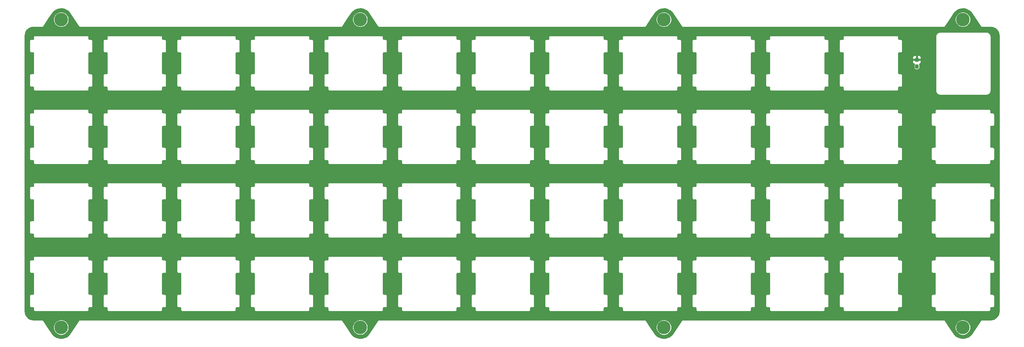
<source format=gbr>
G04 #@! TF.GenerationSoftware,KiCad,Pcbnew,(5.1.4-0)*
G04 #@! TF.CreationDate,2021-10-31T10:27:05-05:00*
G04 #@! TF.ProjectId,top_plate,746f705f-706c-4617-9465-2e6b69636164,rev?*
G04 #@! TF.SameCoordinates,Original*
G04 #@! TF.FileFunction,Copper,L2,Bot*
G04 #@! TF.FilePolarity,Positive*
%FSLAX46Y46*%
G04 Gerber Fmt 4.6, Leading zero omitted, Abs format (unit mm)*
G04 Created by KiCad (PCBNEW (5.1.4-0)) date 2021-10-31 10:27:05*
%MOMM*%
%LPD*%
G04 APERTURE LIST*
%ADD10C,3.500000*%
%ADD11C,0.100000*%
%ADD12C,0.950000*%
%ADD13C,0.500000*%
%ADD14C,0.250000*%
%ADD15C,0.254000*%
G04 APERTURE END LIST*
D10*
X389335890Y-118467340D03*
D11*
G36*
X377690449Y-50357604D02*
G01*
X377713504Y-50361023D01*
X377736113Y-50366687D01*
X377758057Y-50374539D01*
X377779127Y-50384504D01*
X377799118Y-50396486D01*
X377817838Y-50410370D01*
X377835108Y-50426022D01*
X377850760Y-50443292D01*
X377864644Y-50462012D01*
X377876626Y-50482003D01*
X377886591Y-50503073D01*
X377894443Y-50525017D01*
X377900107Y-50547626D01*
X377903526Y-50570681D01*
X377904670Y-50593960D01*
X377904670Y-51168960D01*
X377903526Y-51192239D01*
X377900107Y-51215294D01*
X377894443Y-51237903D01*
X377886591Y-51259847D01*
X377876626Y-51280917D01*
X377864644Y-51300908D01*
X377850760Y-51319628D01*
X377835108Y-51336898D01*
X377817838Y-51352550D01*
X377799118Y-51366434D01*
X377779127Y-51378416D01*
X377758057Y-51388381D01*
X377736113Y-51396233D01*
X377713504Y-51401897D01*
X377690449Y-51405316D01*
X377667170Y-51406460D01*
X377192170Y-51406460D01*
X377168891Y-51405316D01*
X377145836Y-51401897D01*
X377123227Y-51396233D01*
X377101283Y-51388381D01*
X377080213Y-51378416D01*
X377060222Y-51366434D01*
X377041502Y-51352550D01*
X377024232Y-51336898D01*
X377008580Y-51319628D01*
X376994696Y-51300908D01*
X376982714Y-51280917D01*
X376972749Y-51259847D01*
X376964897Y-51237903D01*
X376959233Y-51215294D01*
X376955814Y-51192239D01*
X376954670Y-51168960D01*
X376954670Y-50593960D01*
X376955814Y-50570681D01*
X376959233Y-50547626D01*
X376964897Y-50525017D01*
X376972749Y-50503073D01*
X376982714Y-50482003D01*
X376994696Y-50462012D01*
X377008580Y-50443292D01*
X377024232Y-50426022D01*
X377041502Y-50410370D01*
X377060222Y-50396486D01*
X377080213Y-50384504D01*
X377101283Y-50374539D01*
X377123227Y-50366687D01*
X377145836Y-50361023D01*
X377168891Y-50357604D01*
X377192170Y-50356460D01*
X377667170Y-50356460D01*
X377690449Y-50357604D01*
X377690449Y-50357604D01*
G37*
D12*
X377429670Y-50881460D03*
D11*
G36*
X377690449Y-48607604D02*
G01*
X377713504Y-48611023D01*
X377736113Y-48616687D01*
X377758057Y-48624539D01*
X377779127Y-48634504D01*
X377799118Y-48646486D01*
X377817838Y-48660370D01*
X377835108Y-48676022D01*
X377850760Y-48693292D01*
X377864644Y-48712012D01*
X377876626Y-48732003D01*
X377886591Y-48753073D01*
X377894443Y-48775017D01*
X377900107Y-48797626D01*
X377903526Y-48820681D01*
X377904670Y-48843960D01*
X377904670Y-49418960D01*
X377903526Y-49442239D01*
X377900107Y-49465294D01*
X377894443Y-49487903D01*
X377886591Y-49509847D01*
X377876626Y-49530917D01*
X377864644Y-49550908D01*
X377850760Y-49569628D01*
X377835108Y-49586898D01*
X377817838Y-49602550D01*
X377799118Y-49616434D01*
X377779127Y-49628416D01*
X377758057Y-49638381D01*
X377736113Y-49646233D01*
X377713504Y-49651897D01*
X377690449Y-49655316D01*
X377667170Y-49656460D01*
X377192170Y-49656460D01*
X377168891Y-49655316D01*
X377145836Y-49651897D01*
X377123227Y-49646233D01*
X377101283Y-49638381D01*
X377080213Y-49628416D01*
X377060222Y-49616434D01*
X377041502Y-49602550D01*
X377024232Y-49586898D01*
X377008580Y-49569628D01*
X376994696Y-49550908D01*
X376982714Y-49530917D01*
X376972749Y-49509847D01*
X376964897Y-49487903D01*
X376959233Y-49465294D01*
X376955814Y-49442239D01*
X376954670Y-49418960D01*
X376954670Y-48843960D01*
X376955814Y-48820681D01*
X376959233Y-48797626D01*
X376964897Y-48775017D01*
X376972749Y-48753073D01*
X376982714Y-48732003D01*
X376994696Y-48712012D01*
X377008580Y-48693292D01*
X377024232Y-48676022D01*
X377041502Y-48660370D01*
X377060222Y-48646486D01*
X377080213Y-48634504D01*
X377101283Y-48624539D01*
X377123227Y-48616687D01*
X377145836Y-48611023D01*
X377168891Y-48607604D01*
X377192170Y-48606460D01*
X377667170Y-48606460D01*
X377690449Y-48607604D01*
X377690449Y-48607604D01*
G37*
D12*
X377429670Y-49131460D03*
D10*
X155973586Y-38695532D03*
X155973586Y-118467340D03*
X233364146Y-38695532D03*
X233364146Y-118454889D03*
X311945330Y-38695532D03*
X311945330Y-118467340D03*
X389335890Y-38695532D03*
D13*
X377423410Y-47606460D03*
D14*
X377429670Y-47612720D02*
X377423410Y-47606460D01*
X377429670Y-49131460D02*
X377429670Y-47612720D01*
D15*
G36*
X390022269Y-35956524D02*
G01*
X390541200Y-36141998D01*
X391014230Y-36424737D01*
X391426172Y-36796534D01*
X391594850Y-37000413D01*
X393967650Y-40559613D01*
X393971217Y-40566286D01*
X393980245Y-40577287D01*
X393990099Y-40589319D01*
X393990161Y-40589370D01*
X393990211Y-40589431D01*
X394001879Y-40599007D01*
X394013224Y-40608338D01*
X394013292Y-40608374D01*
X394013356Y-40608427D01*
X394026740Y-40615581D01*
X394039615Y-40622480D01*
X394039691Y-40622503D01*
X394039762Y-40622541D01*
X394053551Y-40626723D01*
X394068258Y-40631202D01*
X394068343Y-40631210D01*
X394068414Y-40631232D01*
X394082193Y-40632589D01*
X394098052Y-40634168D01*
X394105603Y-40633432D01*
X396472194Y-40633456D01*
X396912491Y-40676628D01*
X397328859Y-40802336D01*
X397712883Y-41006524D01*
X398049932Y-41281415D01*
X398327169Y-41616537D01*
X398534036Y-41999129D01*
X398662648Y-42414608D01*
X398708864Y-42854321D01*
X398708895Y-42863246D01*
X398708894Y-114292705D01*
X398665722Y-114733002D01*
X398540012Y-115149373D01*
X398335824Y-115533395D01*
X398060935Y-115870441D01*
X397725813Y-116147679D01*
X397343220Y-116354547D01*
X396927742Y-116483158D01*
X396488030Y-116529374D01*
X396479104Y-116529405D01*
X396478011Y-116529516D01*
X394105820Y-116529516D01*
X394098280Y-116528781D01*
X394083317Y-116530270D01*
X394068637Y-116531716D01*
X394068564Y-116531738D01*
X394068485Y-116531746D01*
X394054039Y-116536144D01*
X394039985Y-116540407D01*
X394039918Y-116540443D01*
X394039842Y-116540466D01*
X394026499Y-116547615D01*
X394013579Y-116554521D01*
X394013520Y-116554570D01*
X394013450Y-116554607D01*
X394002387Y-116563706D01*
X393990434Y-116573516D01*
X393990383Y-116573579D01*
X393990325Y-116573626D01*
X393981091Y-116584900D01*
X393971439Y-116596661D01*
X393967868Y-116603342D01*
X391597126Y-120159182D01*
X391222861Y-120568084D01*
X390778912Y-120894582D01*
X390279997Y-121128635D01*
X389745127Y-121261321D01*
X389194668Y-121287592D01*
X388649591Y-121206444D01*
X388130657Y-121020969D01*
X387657630Y-120738231D01*
X387245684Y-120366430D01*
X387077013Y-120162559D01*
X385815085Y-118269668D01*
X387328890Y-118269668D01*
X387328890Y-118665012D01*
X387406018Y-119052760D01*
X387557310Y-119418011D01*
X387776951Y-119746728D01*
X388056502Y-120026279D01*
X388385219Y-120245920D01*
X388750470Y-120397212D01*
X389138218Y-120474340D01*
X389533562Y-120474340D01*
X389921310Y-120397212D01*
X390286561Y-120245920D01*
X390615278Y-120026279D01*
X390894829Y-119746728D01*
X391114470Y-119418011D01*
X391265762Y-119052760D01*
X391342890Y-118665012D01*
X391342890Y-118269668D01*
X391265762Y-117881920D01*
X391114470Y-117516669D01*
X390894829Y-117187952D01*
X390615278Y-116908401D01*
X390286561Y-116688760D01*
X389921310Y-116537468D01*
X389533562Y-116460340D01*
X389138218Y-116460340D01*
X388750470Y-116537468D01*
X388385219Y-116688760D01*
X388056502Y-116908401D01*
X387776951Y-117187952D01*
X387557310Y-117516669D01*
X387406018Y-117881920D01*
X387328890Y-118269668D01*
X385815085Y-118269668D01*
X384704217Y-116603367D01*
X384700643Y-116596681D01*
X384690970Y-116584895D01*
X384681760Y-116573649D01*
X384681701Y-116573600D01*
X384681648Y-116573536D01*
X384669937Y-116563925D01*
X384658636Y-116554630D01*
X384658565Y-116554592D01*
X384658503Y-116554541D01*
X384645512Y-116547597D01*
X384632245Y-116540488D01*
X384632166Y-116540464D01*
X384632097Y-116540427D01*
X384618442Y-116536285D01*
X384603601Y-116531766D01*
X384603516Y-116531758D01*
X384603445Y-116531736D01*
X384589666Y-116530379D01*
X384573807Y-116528800D01*
X384566255Y-116529536D01*
X316715450Y-116529421D01*
X316707913Y-116528686D01*
X316692991Y-116530171D01*
X316678265Y-116531621D01*
X316678194Y-116531643D01*
X316678119Y-116531650D01*
X316663728Y-116536030D01*
X316649613Y-116540312D01*
X316649548Y-116540347D01*
X316649475Y-116540369D01*
X316636264Y-116547447D01*
X316623207Y-116554426D01*
X316623149Y-116554474D01*
X316623083Y-116554509D01*
X316611539Y-116564002D01*
X316600062Y-116573421D01*
X316600015Y-116573478D01*
X316599957Y-116573526D01*
X316590010Y-116585670D01*
X316581067Y-116596566D01*
X316577503Y-116603234D01*
X314206535Y-120159064D01*
X313832266Y-120567970D01*
X313388317Y-120894468D01*
X312889402Y-121128521D01*
X312354532Y-121261207D01*
X311804073Y-121287478D01*
X311258996Y-121206330D01*
X310740062Y-121020855D01*
X310267035Y-120738117D01*
X309855089Y-120366316D01*
X309686418Y-120162445D01*
X308424566Y-118269668D01*
X309938330Y-118269668D01*
X309938330Y-118665012D01*
X310015458Y-119052760D01*
X310166750Y-119418011D01*
X310386391Y-119746728D01*
X310665942Y-120026279D01*
X310994659Y-120245920D01*
X311359910Y-120397212D01*
X311747658Y-120474340D01*
X312143002Y-120474340D01*
X312530750Y-120397212D01*
X312896001Y-120245920D01*
X313224718Y-120026279D01*
X313504269Y-119746728D01*
X313723910Y-119418011D01*
X313875202Y-119052760D01*
X313952330Y-118665012D01*
X313952330Y-118269668D01*
X313875202Y-117881920D01*
X313723910Y-117516669D01*
X313504269Y-117187952D01*
X313224718Y-116908401D01*
X312896001Y-116688760D01*
X312530750Y-116537468D01*
X312143002Y-116460340D01*
X311747658Y-116460340D01*
X311359910Y-116537468D01*
X310994659Y-116688760D01*
X310665942Y-116908401D01*
X310386391Y-117187952D01*
X310166750Y-117516669D01*
X310015458Y-117881920D01*
X309938330Y-118269668D01*
X308424566Y-118269668D01*
X307313619Y-116603249D01*
X307310047Y-116596566D01*
X307300461Y-116584886D01*
X307291165Y-116573535D01*
X307291105Y-116573486D01*
X307291052Y-116573421D01*
X307279242Y-116563728D01*
X307268041Y-116554516D01*
X307267971Y-116554478D01*
X307267907Y-116554426D01*
X307254576Y-116547300D01*
X307241650Y-116540374D01*
X307241573Y-116540351D01*
X307241501Y-116540312D01*
X307227250Y-116535989D01*
X307213006Y-116531652D01*
X307212924Y-116531644D01*
X307212849Y-116531621D01*
X307198212Y-116530179D01*
X307183212Y-116528686D01*
X307175670Y-116529421D01*
X238134049Y-116529536D01*
X238126502Y-116528800D01*
X238110663Y-116530376D01*
X238096853Y-116531736D01*
X238096786Y-116531756D01*
X238096708Y-116531764D01*
X238081662Y-116536344D01*
X238068201Y-116540427D01*
X238068139Y-116540460D01*
X238068064Y-116540483D01*
X238054486Y-116547758D01*
X238041795Y-116554541D01*
X238041738Y-116554587D01*
X238041672Y-116554623D01*
X238030017Y-116564207D01*
X238018650Y-116573536D01*
X238018603Y-116573593D01*
X238018546Y-116573640D01*
X238009014Y-116585277D01*
X237999655Y-116596681D01*
X237996090Y-116603351D01*
X235625124Y-120159178D01*
X235250855Y-120568084D01*
X234806906Y-120894582D01*
X234307991Y-121128635D01*
X233773121Y-121261321D01*
X233222662Y-121287592D01*
X232677585Y-121206444D01*
X232158651Y-121020969D01*
X231685624Y-120738231D01*
X231273678Y-120366430D01*
X231105007Y-120162559D01*
X229834779Y-118257217D01*
X231357146Y-118257217D01*
X231357146Y-118652561D01*
X231434274Y-119040309D01*
X231585566Y-119405560D01*
X231805207Y-119734277D01*
X232084758Y-120013828D01*
X232413475Y-120233469D01*
X232778726Y-120384761D01*
X233166474Y-120461889D01*
X233561818Y-120461889D01*
X233949566Y-120384761D01*
X234314817Y-120233469D01*
X234643534Y-120013828D01*
X234923085Y-119734277D01*
X235142726Y-119405560D01*
X235294018Y-119040309D01*
X235371146Y-118652561D01*
X235371146Y-118257217D01*
X235294018Y-117869469D01*
X235142726Y-117504218D01*
X234923085Y-117175501D01*
X234643534Y-116895950D01*
X234314817Y-116676309D01*
X233949566Y-116525017D01*
X233561818Y-116447889D01*
X233166474Y-116447889D01*
X232778726Y-116525017D01*
X232413475Y-116676309D01*
X232084758Y-116895950D01*
X231805207Y-117175501D01*
X231585566Y-117504218D01*
X231434274Y-117869469D01*
X231357146Y-118257217D01*
X229834779Y-118257217D01*
X228732211Y-116603367D01*
X228728637Y-116596681D01*
X228718964Y-116584895D01*
X228709754Y-116573649D01*
X228709695Y-116573600D01*
X228709642Y-116573536D01*
X228697931Y-116563925D01*
X228686630Y-116554630D01*
X228686559Y-116554592D01*
X228686497Y-116554541D01*
X228673506Y-116547597D01*
X228660239Y-116540488D01*
X228660160Y-116540464D01*
X228660091Y-116540427D01*
X228646436Y-116536285D01*
X228631595Y-116531766D01*
X228631510Y-116531758D01*
X228631439Y-116531736D01*
X228617660Y-116530379D01*
X228601801Y-116528800D01*
X228594249Y-116529536D01*
X160743706Y-116529421D01*
X160736169Y-116528686D01*
X160721247Y-116530171D01*
X160706521Y-116531621D01*
X160706450Y-116531643D01*
X160706375Y-116531650D01*
X160691984Y-116536030D01*
X160677869Y-116540312D01*
X160677804Y-116540347D01*
X160677731Y-116540369D01*
X160664520Y-116547447D01*
X160651463Y-116554426D01*
X160651405Y-116554474D01*
X160651339Y-116554509D01*
X160639795Y-116564002D01*
X160628318Y-116573421D01*
X160628271Y-116573478D01*
X160628213Y-116573526D01*
X160618266Y-116585670D01*
X160609323Y-116596566D01*
X160605759Y-116603234D01*
X158234791Y-120159064D01*
X157860522Y-120567970D01*
X157416573Y-120894468D01*
X156917658Y-121128521D01*
X156382788Y-121261207D01*
X155832329Y-121287478D01*
X155287252Y-121206330D01*
X154768318Y-121020855D01*
X154295291Y-120738117D01*
X153883345Y-120366316D01*
X153714674Y-120162445D01*
X152452822Y-118269668D01*
X153966586Y-118269668D01*
X153966586Y-118665012D01*
X154043714Y-119052760D01*
X154195006Y-119418011D01*
X154414647Y-119746728D01*
X154694198Y-120026279D01*
X155022915Y-120245920D01*
X155388166Y-120397212D01*
X155775914Y-120474340D01*
X156171258Y-120474340D01*
X156559006Y-120397212D01*
X156924257Y-120245920D01*
X157252974Y-120026279D01*
X157532525Y-119746728D01*
X157752166Y-119418011D01*
X157903458Y-119052760D01*
X157980586Y-118665012D01*
X157980586Y-118269668D01*
X157903458Y-117881920D01*
X157752166Y-117516669D01*
X157532525Y-117187952D01*
X157252974Y-116908401D01*
X156924257Y-116688760D01*
X156559006Y-116537468D01*
X156171258Y-116460340D01*
X155775914Y-116460340D01*
X155388166Y-116537468D01*
X155022915Y-116688760D01*
X154694198Y-116908401D01*
X154414647Y-117187952D01*
X154195006Y-117516669D01*
X154043714Y-117881920D01*
X153966586Y-118269668D01*
X152452822Y-118269668D01*
X151341897Y-116603283D01*
X151338349Y-116596635D01*
X151328675Y-116584834D01*
X151319421Y-116573535D01*
X151319393Y-116573512D01*
X151319366Y-116573479D01*
X151307535Y-116563759D01*
X151296297Y-116554516D01*
X151296261Y-116554497D01*
X151296231Y-116554472D01*
X151283393Y-116547601D01*
X151269906Y-116540374D01*
X151269867Y-116540362D01*
X151269833Y-116540344D01*
X151256014Y-116536144D01*
X151241262Y-116531652D01*
X151241221Y-116531648D01*
X151241185Y-116531637D01*
X151227819Y-116530314D01*
X151211468Y-116528686D01*
X151203957Y-116529418D01*
X148837332Y-116528149D01*
X148397229Y-116484996D01*
X147981092Y-116359357D01*
X147597288Y-116155285D01*
X147260433Y-115880552D01*
X146983353Y-115545621D01*
X146776602Y-115163243D01*
X146648062Y-114747998D01*
X146601872Y-114308531D01*
X146601842Y-114299872D01*
X146601614Y-101348009D01*
X147795530Y-101348009D01*
X147795531Y-103965392D01*
X147796278Y-103972978D01*
X147796265Y-103974836D01*
X147796507Y-103977295D01*
X147802627Y-104035524D01*
X147805845Y-104051202D01*
X147808858Y-104066998D01*
X147809573Y-104069364D01*
X147826887Y-104125296D01*
X147833099Y-104140075D01*
X147839113Y-104154960D01*
X147840269Y-104157132D01*
X147840273Y-104157141D01*
X147840278Y-104157148D01*
X147868122Y-104208645D01*
X147877104Y-104221961D01*
X147885877Y-104235368D01*
X147887439Y-104237283D01*
X147924759Y-104282395D01*
X147936120Y-104293677D01*
X147947367Y-104305162D01*
X147949271Y-104306737D01*
X147994645Y-104343742D01*
X148007980Y-104352601D01*
X148021241Y-104361682D01*
X148023415Y-104362857D01*
X148075111Y-104390345D01*
X148089939Y-104396457D01*
X148104689Y-104402779D01*
X148107042Y-104403507D01*
X148107048Y-104403509D01*
X148107054Y-104403510D01*
X148163101Y-104420432D01*
X148178833Y-104423547D01*
X148194532Y-104426884D01*
X148196985Y-104427142D01*
X148196989Y-104427142D01*
X148254882Y-104432818D01*
X148263838Y-104433700D01*
X148663878Y-104433700D01*
X148696256Y-104436875D01*
X148719075Y-104443764D01*
X148740125Y-104454957D01*
X148758602Y-104470026D01*
X148773799Y-104488396D01*
X148785137Y-104509365D01*
X148792187Y-104532140D01*
X148795530Y-104563945D01*
X148795531Y-109748037D01*
X148792355Y-109780426D01*
X148785467Y-109803243D01*
X148774273Y-109824295D01*
X148759202Y-109842774D01*
X148740834Y-109857970D01*
X148719866Y-109869307D01*
X148697090Y-109876357D01*
X148665286Y-109879700D01*
X148163838Y-109879700D01*
X148156308Y-109880442D01*
X148155093Y-109880433D01*
X148152633Y-109880675D01*
X148113813Y-109884755D01*
X148098148Y-109887971D01*
X148082341Y-109890986D01*
X148079975Y-109891700D01*
X148042688Y-109903242D01*
X148027913Y-109909453D01*
X148013025Y-109915468D01*
X148010843Y-109916628D01*
X147976507Y-109935193D01*
X147963187Y-109944178D01*
X147949780Y-109952951D01*
X147947865Y-109954513D01*
X147917790Y-109979394D01*
X147906509Y-109990754D01*
X147895024Y-110002001D01*
X147893449Y-110003905D01*
X147868780Y-110034154D01*
X147859909Y-110047507D01*
X147850840Y-110060751D01*
X147849665Y-110062925D01*
X147831340Y-110097389D01*
X147825239Y-110112191D01*
X147818906Y-110126966D01*
X147818176Y-110129326D01*
X147806894Y-110166693D01*
X147803780Y-110182417D01*
X147800442Y-110198123D01*
X147800184Y-110200581D01*
X147796425Y-110238917D01*
X147795530Y-110248009D01*
X147795531Y-112865392D01*
X147796278Y-112872978D01*
X147796265Y-112874836D01*
X147796507Y-112877295D01*
X147802627Y-112935524D01*
X147805845Y-112951202D01*
X147808858Y-112966998D01*
X147809573Y-112969364D01*
X147826887Y-113025296D01*
X147833099Y-113040075D01*
X147839113Y-113054960D01*
X147840269Y-113057132D01*
X147840273Y-113057141D01*
X147840278Y-113057148D01*
X147868122Y-113108645D01*
X147877104Y-113121961D01*
X147885877Y-113135368D01*
X147887439Y-113137283D01*
X147924759Y-113182395D01*
X147936120Y-113193677D01*
X147947367Y-113205162D01*
X147949271Y-113206737D01*
X147994645Y-113243742D01*
X148007980Y-113252601D01*
X148021241Y-113261682D01*
X148023415Y-113262857D01*
X148075111Y-113290345D01*
X148089939Y-113296457D01*
X148104689Y-113302779D01*
X148107042Y-113303507D01*
X148107048Y-113303509D01*
X148107054Y-113303510D01*
X148163101Y-113320432D01*
X148178833Y-113323547D01*
X148194532Y-113326884D01*
X148196985Y-113327142D01*
X148196989Y-113327142D01*
X148254882Y-113332818D01*
X148263838Y-113333700D01*
X148663878Y-113333700D01*
X148696256Y-113336875D01*
X148719075Y-113343764D01*
X148740125Y-113354957D01*
X148758602Y-113370026D01*
X148773799Y-113388396D01*
X148785137Y-113409365D01*
X148792187Y-113432140D01*
X148795531Y-113463954D01*
X148795530Y-113865391D01*
X148796278Y-113872986D01*
X148796265Y-113874836D01*
X148796507Y-113877295D01*
X148802627Y-113935524D01*
X148805845Y-113951202D01*
X148808858Y-113966998D01*
X148809573Y-113969364D01*
X148826887Y-114025296D01*
X148833099Y-114040075D01*
X148839113Y-114054960D01*
X148840269Y-114057132D01*
X148840273Y-114057141D01*
X148840278Y-114057148D01*
X148868122Y-114108645D01*
X148877104Y-114121961D01*
X148885877Y-114135368D01*
X148887439Y-114137283D01*
X148924759Y-114182395D01*
X148936120Y-114193677D01*
X148947367Y-114205162D01*
X148949271Y-114206737D01*
X148994645Y-114243742D01*
X149007980Y-114252601D01*
X149021241Y-114261682D01*
X149023415Y-114262857D01*
X149075111Y-114290345D01*
X149089939Y-114296457D01*
X149104689Y-114302779D01*
X149107042Y-114303507D01*
X149107048Y-114303509D01*
X149107054Y-114303510D01*
X149163101Y-114320432D01*
X149178833Y-114323547D01*
X149194532Y-114326884D01*
X149196985Y-114327142D01*
X149196989Y-114327142D01*
X149254882Y-114332818D01*
X149263838Y-114333700D01*
X162681222Y-114333700D01*
X162688817Y-114332952D01*
X162690666Y-114332965D01*
X162693125Y-114332723D01*
X162751354Y-114326603D01*
X162767032Y-114323385D01*
X162782828Y-114320372D01*
X162785194Y-114319657D01*
X162841126Y-114302343D01*
X162855905Y-114296131D01*
X162870790Y-114290117D01*
X162872962Y-114288961D01*
X162872971Y-114288957D01*
X162872978Y-114288952D01*
X162924475Y-114261108D01*
X162937791Y-114252126D01*
X162951198Y-114243353D01*
X162953113Y-114241791D01*
X162998225Y-114204471D01*
X163009507Y-114193110D01*
X163020992Y-114181863D01*
X163022567Y-114179959D01*
X163059572Y-114134585D01*
X163068431Y-114121250D01*
X163077512Y-114107989D01*
X163078687Y-114105815D01*
X163106175Y-114054119D01*
X163112287Y-114039291D01*
X163118609Y-114024541D01*
X163119337Y-114022188D01*
X163119339Y-114022182D01*
X163119340Y-114022176D01*
X163136262Y-113966129D01*
X163139377Y-113950397D01*
X163142714Y-113934698D01*
X163142972Y-113932241D01*
X163148685Y-113873971D01*
X163149530Y-113865392D01*
X163149530Y-113465352D01*
X163152705Y-113432974D01*
X163159594Y-113410155D01*
X163170787Y-113389105D01*
X163185856Y-113370628D01*
X163204226Y-113355431D01*
X163225195Y-113344093D01*
X163247970Y-113337043D01*
X163279774Y-113333700D01*
X163781222Y-113333700D01*
X163788752Y-113332958D01*
X163789968Y-113332967D01*
X163792427Y-113332725D01*
X163831247Y-113328645D01*
X163846937Y-113325424D01*
X163862720Y-113322414D01*
X163865085Y-113321700D01*
X163902373Y-113310157D01*
X163917128Y-113303955D01*
X163932035Y-113297932D01*
X163934217Y-113296772D01*
X163968553Y-113278206D01*
X163981862Y-113269229D01*
X163995280Y-113260449D01*
X163997188Y-113258893D01*
X163997192Y-113258890D01*
X163997195Y-113258887D01*
X164027270Y-113234006D01*
X164038586Y-113222610D01*
X164050035Y-113211399D01*
X164051610Y-113209495D01*
X164076280Y-113179246D01*
X164085147Y-113165901D01*
X164094220Y-113152649D01*
X164095395Y-113150475D01*
X164113720Y-113116011D01*
X164119821Y-113101209D01*
X164126154Y-113086434D01*
X164126884Y-113084074D01*
X164138166Y-113046707D01*
X164141289Y-113030937D01*
X164144618Y-113015277D01*
X164144876Y-113012819D01*
X164148685Y-112973973D01*
X164149530Y-112965392D01*
X164149530Y-110348008D01*
X164148782Y-110340413D01*
X164148795Y-110338564D01*
X164148553Y-110336105D01*
X164142433Y-110277876D01*
X164139214Y-110262192D01*
X164136202Y-110246402D01*
X164135487Y-110244037D01*
X164118173Y-110188104D01*
X164111959Y-110173321D01*
X164105947Y-110158440D01*
X164104786Y-110156259D01*
X164076938Y-110104756D01*
X164067988Y-110091487D01*
X164059183Y-110078032D01*
X164057621Y-110076117D01*
X164020300Y-110031004D01*
X164008923Y-110019707D01*
X163997693Y-110008238D01*
X163995789Y-110006663D01*
X163950416Y-109969658D01*
X163937040Y-109960771D01*
X163923819Y-109951718D01*
X163921646Y-109950543D01*
X163869949Y-109923055D01*
X163855121Y-109916943D01*
X163840371Y-109910621D01*
X163838018Y-109909893D01*
X163838012Y-109909891D01*
X163838006Y-109909890D01*
X163781959Y-109892968D01*
X163766221Y-109889852D01*
X163750528Y-109886516D01*
X163748075Y-109886258D01*
X163748071Y-109886258D01*
X163690178Y-109880582D01*
X163681222Y-109879700D01*
X163281182Y-109879700D01*
X163248804Y-109876525D01*
X163225987Y-109869637D01*
X163204935Y-109858443D01*
X163186456Y-109843372D01*
X163171260Y-109825004D01*
X163159923Y-109804036D01*
X163152873Y-109781260D01*
X163149530Y-109749456D01*
X163149530Y-104565352D01*
X163152705Y-104532974D01*
X163159594Y-104510155D01*
X163170787Y-104489105D01*
X163185856Y-104470628D01*
X163204226Y-104455431D01*
X163225195Y-104444093D01*
X163247970Y-104437043D01*
X163279774Y-104433700D01*
X163781222Y-104433700D01*
X163788752Y-104432958D01*
X163789968Y-104432967D01*
X163792427Y-104432725D01*
X163831247Y-104428645D01*
X163846937Y-104425424D01*
X163862720Y-104422414D01*
X163865085Y-104421700D01*
X163902373Y-104410157D01*
X163917128Y-104403955D01*
X163932035Y-104397932D01*
X163934217Y-104396772D01*
X163968553Y-104378206D01*
X163981862Y-104369229D01*
X163995280Y-104360449D01*
X163997188Y-104358893D01*
X163997192Y-104358890D01*
X163997195Y-104358887D01*
X164027270Y-104334006D01*
X164038586Y-104322610D01*
X164050035Y-104311399D01*
X164051610Y-104309495D01*
X164076280Y-104279246D01*
X164085147Y-104265901D01*
X164094220Y-104252649D01*
X164095395Y-104250475D01*
X164113720Y-104216011D01*
X164119821Y-104201209D01*
X164126154Y-104186434D01*
X164126884Y-104184074D01*
X164138166Y-104146707D01*
X164141289Y-104130937D01*
X164144618Y-104115277D01*
X164144876Y-104112819D01*
X164148685Y-104073973D01*
X164149530Y-104065392D01*
X164149530Y-101448008D01*
X164148782Y-101440413D01*
X164148795Y-101438564D01*
X164148553Y-101436105D01*
X164142433Y-101377876D01*
X164139214Y-101362192D01*
X164136509Y-101348009D01*
X166845610Y-101348009D01*
X166845611Y-103965392D01*
X166846358Y-103972978D01*
X166846345Y-103974836D01*
X166846587Y-103977295D01*
X166852707Y-104035524D01*
X166855925Y-104051202D01*
X166858938Y-104066998D01*
X166859653Y-104069364D01*
X166876967Y-104125296D01*
X166883179Y-104140075D01*
X166889193Y-104154960D01*
X166890349Y-104157132D01*
X166890353Y-104157141D01*
X166890358Y-104157148D01*
X166918202Y-104208645D01*
X166927184Y-104221961D01*
X166935957Y-104235368D01*
X166937519Y-104237283D01*
X166974839Y-104282395D01*
X166986200Y-104293677D01*
X166997447Y-104305162D01*
X166999351Y-104306737D01*
X167044725Y-104343742D01*
X167058060Y-104352601D01*
X167071321Y-104361682D01*
X167073495Y-104362857D01*
X167125191Y-104390345D01*
X167140019Y-104396457D01*
X167154769Y-104402779D01*
X167157122Y-104403507D01*
X167157128Y-104403509D01*
X167157134Y-104403510D01*
X167213181Y-104420432D01*
X167228913Y-104423547D01*
X167244612Y-104426884D01*
X167247065Y-104427142D01*
X167247069Y-104427142D01*
X167304962Y-104432818D01*
X167313918Y-104433700D01*
X167713958Y-104433700D01*
X167746336Y-104436875D01*
X167769155Y-104443764D01*
X167790205Y-104454957D01*
X167808682Y-104470026D01*
X167823879Y-104488396D01*
X167835217Y-104509365D01*
X167842267Y-104532140D01*
X167845610Y-104563945D01*
X167845611Y-109748037D01*
X167842435Y-109780426D01*
X167835547Y-109803243D01*
X167824353Y-109824295D01*
X167809282Y-109842774D01*
X167790914Y-109857970D01*
X167769946Y-109869307D01*
X167747170Y-109876357D01*
X167715366Y-109879700D01*
X167213918Y-109879700D01*
X167206388Y-109880442D01*
X167205173Y-109880433D01*
X167202713Y-109880675D01*
X167163893Y-109884755D01*
X167148228Y-109887971D01*
X167132421Y-109890986D01*
X167130055Y-109891700D01*
X167092768Y-109903242D01*
X167077993Y-109909453D01*
X167063105Y-109915468D01*
X167060923Y-109916628D01*
X167026587Y-109935193D01*
X167013267Y-109944178D01*
X166999860Y-109952951D01*
X166997945Y-109954513D01*
X166967870Y-109979394D01*
X166956589Y-109990754D01*
X166945104Y-110002001D01*
X166943529Y-110003905D01*
X166918860Y-110034154D01*
X166909989Y-110047507D01*
X166900920Y-110060751D01*
X166899745Y-110062925D01*
X166881420Y-110097389D01*
X166875319Y-110112191D01*
X166868986Y-110126966D01*
X166868256Y-110129326D01*
X166856974Y-110166693D01*
X166853860Y-110182417D01*
X166850522Y-110198123D01*
X166850264Y-110200581D01*
X166846505Y-110238917D01*
X166845610Y-110248009D01*
X166845611Y-112865392D01*
X166846358Y-112872978D01*
X166846345Y-112874836D01*
X166846587Y-112877295D01*
X166852707Y-112935524D01*
X166855925Y-112951202D01*
X166858938Y-112966998D01*
X166859653Y-112969364D01*
X166876967Y-113025296D01*
X166883179Y-113040075D01*
X166889193Y-113054960D01*
X166890349Y-113057132D01*
X166890353Y-113057141D01*
X166890358Y-113057148D01*
X166918202Y-113108645D01*
X166927184Y-113121961D01*
X166935957Y-113135368D01*
X166937519Y-113137283D01*
X166974839Y-113182395D01*
X166986200Y-113193677D01*
X166997447Y-113205162D01*
X166999351Y-113206737D01*
X167044725Y-113243742D01*
X167058060Y-113252601D01*
X167071321Y-113261682D01*
X167073495Y-113262857D01*
X167125191Y-113290345D01*
X167140019Y-113296457D01*
X167154769Y-113302779D01*
X167157122Y-113303507D01*
X167157128Y-113303509D01*
X167157134Y-113303510D01*
X167213181Y-113320432D01*
X167228913Y-113323547D01*
X167244612Y-113326884D01*
X167247065Y-113327142D01*
X167247069Y-113327142D01*
X167304962Y-113332818D01*
X167313918Y-113333700D01*
X167713958Y-113333700D01*
X167746336Y-113336875D01*
X167769155Y-113343764D01*
X167790205Y-113354957D01*
X167808682Y-113370026D01*
X167823879Y-113388396D01*
X167835217Y-113409365D01*
X167842267Y-113432140D01*
X167845611Y-113463954D01*
X167845610Y-113865391D01*
X167846358Y-113872986D01*
X167846345Y-113874836D01*
X167846587Y-113877295D01*
X167852707Y-113935524D01*
X167855925Y-113951202D01*
X167858938Y-113966998D01*
X167859653Y-113969364D01*
X167876967Y-114025296D01*
X167883179Y-114040075D01*
X167889193Y-114054960D01*
X167890349Y-114057132D01*
X167890353Y-114057141D01*
X167890358Y-114057148D01*
X167918202Y-114108645D01*
X167927184Y-114121961D01*
X167935957Y-114135368D01*
X167937519Y-114137283D01*
X167974839Y-114182395D01*
X167986200Y-114193677D01*
X167997447Y-114205162D01*
X167999351Y-114206737D01*
X168044725Y-114243742D01*
X168058060Y-114252601D01*
X168071321Y-114261682D01*
X168073495Y-114262857D01*
X168125191Y-114290345D01*
X168140019Y-114296457D01*
X168154769Y-114302779D01*
X168157122Y-114303507D01*
X168157128Y-114303509D01*
X168157134Y-114303510D01*
X168213181Y-114320432D01*
X168228913Y-114323547D01*
X168244612Y-114326884D01*
X168247065Y-114327142D01*
X168247069Y-114327142D01*
X168304962Y-114332818D01*
X168313918Y-114333700D01*
X181731302Y-114333700D01*
X181738897Y-114332952D01*
X181740746Y-114332965D01*
X181743205Y-114332723D01*
X181801434Y-114326603D01*
X181817112Y-114323385D01*
X181832908Y-114320372D01*
X181835274Y-114319657D01*
X181891206Y-114302343D01*
X181905985Y-114296131D01*
X181920870Y-114290117D01*
X181923042Y-114288961D01*
X181923051Y-114288957D01*
X181923058Y-114288952D01*
X181974555Y-114261108D01*
X181987871Y-114252126D01*
X182001278Y-114243353D01*
X182003193Y-114241791D01*
X182048305Y-114204471D01*
X182059587Y-114193110D01*
X182071072Y-114181863D01*
X182072647Y-114179959D01*
X182109652Y-114134585D01*
X182118511Y-114121250D01*
X182127592Y-114107989D01*
X182128767Y-114105815D01*
X182156255Y-114054119D01*
X182162367Y-114039291D01*
X182168689Y-114024541D01*
X182169417Y-114022188D01*
X182169419Y-114022182D01*
X182169420Y-114022176D01*
X182186342Y-113966129D01*
X182189457Y-113950397D01*
X182192794Y-113934698D01*
X182193052Y-113932241D01*
X182198765Y-113873971D01*
X182199610Y-113865392D01*
X182199610Y-113465352D01*
X182202785Y-113432974D01*
X182209674Y-113410155D01*
X182220867Y-113389105D01*
X182235936Y-113370628D01*
X182254306Y-113355431D01*
X182275275Y-113344093D01*
X182298050Y-113337043D01*
X182329854Y-113333700D01*
X182831302Y-113333700D01*
X182838832Y-113332958D01*
X182840048Y-113332967D01*
X182842507Y-113332725D01*
X182881327Y-113328645D01*
X182897017Y-113325424D01*
X182912800Y-113322414D01*
X182915165Y-113321700D01*
X182952453Y-113310157D01*
X182967208Y-113303955D01*
X182982115Y-113297932D01*
X182984297Y-113296772D01*
X183018633Y-113278206D01*
X183031942Y-113269229D01*
X183045360Y-113260449D01*
X183047268Y-113258893D01*
X183047272Y-113258890D01*
X183047275Y-113258887D01*
X183077350Y-113234006D01*
X183088666Y-113222610D01*
X183100115Y-113211399D01*
X183101690Y-113209495D01*
X183126360Y-113179246D01*
X183135227Y-113165901D01*
X183144300Y-113152649D01*
X183145475Y-113150475D01*
X183163800Y-113116011D01*
X183169901Y-113101209D01*
X183176234Y-113086434D01*
X183176964Y-113084074D01*
X183188246Y-113046707D01*
X183191369Y-113030937D01*
X183194698Y-113015277D01*
X183194956Y-113012819D01*
X183198765Y-112973973D01*
X183199610Y-112965392D01*
X183199610Y-110348008D01*
X183198862Y-110340413D01*
X183198875Y-110338564D01*
X183198633Y-110336105D01*
X183192513Y-110277876D01*
X183189294Y-110262192D01*
X183186282Y-110246402D01*
X183185567Y-110244037D01*
X183168253Y-110188104D01*
X183162039Y-110173321D01*
X183156027Y-110158440D01*
X183154866Y-110156259D01*
X183127018Y-110104756D01*
X183118068Y-110091487D01*
X183109263Y-110078032D01*
X183107701Y-110076117D01*
X183070380Y-110031004D01*
X183059003Y-110019707D01*
X183047773Y-110008238D01*
X183045869Y-110006663D01*
X183000496Y-109969658D01*
X182987120Y-109960771D01*
X182973899Y-109951718D01*
X182971726Y-109950543D01*
X182920029Y-109923055D01*
X182905201Y-109916943D01*
X182890451Y-109910621D01*
X182888098Y-109909893D01*
X182888092Y-109909891D01*
X182888086Y-109909890D01*
X182832039Y-109892968D01*
X182816301Y-109889852D01*
X182800608Y-109886516D01*
X182798155Y-109886258D01*
X182798151Y-109886258D01*
X182740258Y-109880582D01*
X182731302Y-109879700D01*
X182331262Y-109879700D01*
X182298884Y-109876525D01*
X182276067Y-109869637D01*
X182255015Y-109858443D01*
X182236536Y-109843372D01*
X182221340Y-109825004D01*
X182210003Y-109804036D01*
X182202953Y-109781260D01*
X182199610Y-109749456D01*
X182199610Y-104565352D01*
X182202785Y-104532974D01*
X182209674Y-104510155D01*
X182220867Y-104489105D01*
X182235936Y-104470628D01*
X182254306Y-104455431D01*
X182275275Y-104444093D01*
X182298050Y-104437043D01*
X182329854Y-104433700D01*
X182831302Y-104433700D01*
X182838832Y-104432958D01*
X182840048Y-104432967D01*
X182842507Y-104432725D01*
X182881327Y-104428645D01*
X182897017Y-104425424D01*
X182912800Y-104422414D01*
X182915165Y-104421700D01*
X182952453Y-104410157D01*
X182967208Y-104403955D01*
X182982115Y-104397932D01*
X182984297Y-104396772D01*
X183018633Y-104378206D01*
X183031942Y-104369229D01*
X183045360Y-104360449D01*
X183047268Y-104358893D01*
X183047272Y-104358890D01*
X183047275Y-104358887D01*
X183077350Y-104334006D01*
X183088666Y-104322610D01*
X183100115Y-104311399D01*
X183101690Y-104309495D01*
X183126360Y-104279246D01*
X183135227Y-104265901D01*
X183144300Y-104252649D01*
X183145475Y-104250475D01*
X183163800Y-104216011D01*
X183169901Y-104201209D01*
X183176234Y-104186434D01*
X183176964Y-104184074D01*
X183188246Y-104146707D01*
X183191369Y-104130937D01*
X183194698Y-104115277D01*
X183194956Y-104112819D01*
X183198765Y-104073973D01*
X183199610Y-104065392D01*
X183199610Y-101448008D01*
X183198862Y-101440413D01*
X183198875Y-101438564D01*
X183198633Y-101436105D01*
X183192513Y-101377876D01*
X183189294Y-101362192D01*
X183186589Y-101348009D01*
X185895690Y-101348009D01*
X185895691Y-103965392D01*
X185896438Y-103972978D01*
X185896425Y-103974836D01*
X185896667Y-103977295D01*
X185902787Y-104035524D01*
X185906005Y-104051202D01*
X185909018Y-104066998D01*
X185909733Y-104069364D01*
X185927047Y-104125296D01*
X185933259Y-104140075D01*
X185939273Y-104154960D01*
X185940429Y-104157132D01*
X185940433Y-104157141D01*
X185940438Y-104157148D01*
X185968282Y-104208645D01*
X185977264Y-104221961D01*
X185986037Y-104235368D01*
X185987599Y-104237283D01*
X186024919Y-104282395D01*
X186036280Y-104293677D01*
X186047527Y-104305162D01*
X186049431Y-104306737D01*
X186094805Y-104343742D01*
X186108140Y-104352601D01*
X186121401Y-104361682D01*
X186123575Y-104362857D01*
X186175271Y-104390345D01*
X186190099Y-104396457D01*
X186204849Y-104402779D01*
X186207202Y-104403507D01*
X186207208Y-104403509D01*
X186207214Y-104403510D01*
X186263261Y-104420432D01*
X186278993Y-104423547D01*
X186294692Y-104426884D01*
X186297145Y-104427142D01*
X186297149Y-104427142D01*
X186355042Y-104432818D01*
X186363998Y-104433700D01*
X186764038Y-104433700D01*
X186796416Y-104436875D01*
X186819235Y-104443764D01*
X186840285Y-104454957D01*
X186858762Y-104470026D01*
X186873959Y-104488396D01*
X186885297Y-104509365D01*
X186892347Y-104532140D01*
X186895690Y-104563945D01*
X186895691Y-109748037D01*
X186892515Y-109780426D01*
X186885627Y-109803243D01*
X186874433Y-109824295D01*
X186859362Y-109842774D01*
X186840994Y-109857970D01*
X186820026Y-109869307D01*
X186797250Y-109876357D01*
X186765446Y-109879700D01*
X186263998Y-109879700D01*
X186256468Y-109880442D01*
X186255253Y-109880433D01*
X186252793Y-109880675D01*
X186213973Y-109884755D01*
X186198308Y-109887971D01*
X186182501Y-109890986D01*
X186180135Y-109891700D01*
X186142848Y-109903242D01*
X186128073Y-109909453D01*
X186113185Y-109915468D01*
X186111003Y-109916628D01*
X186076667Y-109935193D01*
X186063347Y-109944178D01*
X186049940Y-109952951D01*
X186048025Y-109954513D01*
X186017950Y-109979394D01*
X186006669Y-109990754D01*
X185995184Y-110002001D01*
X185993609Y-110003905D01*
X185968940Y-110034154D01*
X185960069Y-110047507D01*
X185951000Y-110060751D01*
X185949825Y-110062925D01*
X185931500Y-110097389D01*
X185925399Y-110112191D01*
X185919066Y-110126966D01*
X185918336Y-110129326D01*
X185907054Y-110166693D01*
X185903940Y-110182417D01*
X185900602Y-110198123D01*
X185900344Y-110200581D01*
X185896585Y-110238917D01*
X185895690Y-110248009D01*
X185895691Y-112865392D01*
X185896438Y-112872978D01*
X185896425Y-112874836D01*
X185896667Y-112877295D01*
X185902787Y-112935524D01*
X185906005Y-112951202D01*
X185909018Y-112966998D01*
X185909733Y-112969364D01*
X185927047Y-113025296D01*
X185933259Y-113040075D01*
X185939273Y-113054960D01*
X185940429Y-113057132D01*
X185940433Y-113057141D01*
X185940438Y-113057148D01*
X185968282Y-113108645D01*
X185977264Y-113121961D01*
X185986037Y-113135368D01*
X185987599Y-113137283D01*
X186024919Y-113182395D01*
X186036280Y-113193677D01*
X186047527Y-113205162D01*
X186049431Y-113206737D01*
X186094805Y-113243742D01*
X186108140Y-113252601D01*
X186121401Y-113261682D01*
X186123575Y-113262857D01*
X186175271Y-113290345D01*
X186190099Y-113296457D01*
X186204849Y-113302779D01*
X186207202Y-113303507D01*
X186207208Y-113303509D01*
X186207214Y-113303510D01*
X186263261Y-113320432D01*
X186278993Y-113323547D01*
X186294692Y-113326884D01*
X186297145Y-113327142D01*
X186297149Y-113327142D01*
X186355042Y-113332818D01*
X186363998Y-113333700D01*
X186764038Y-113333700D01*
X186796416Y-113336875D01*
X186819235Y-113343764D01*
X186840285Y-113354957D01*
X186858762Y-113370026D01*
X186873959Y-113388396D01*
X186885297Y-113409365D01*
X186892347Y-113432140D01*
X186895691Y-113463954D01*
X186895690Y-113865391D01*
X186896438Y-113872986D01*
X186896425Y-113874836D01*
X186896667Y-113877295D01*
X186902787Y-113935524D01*
X186906005Y-113951202D01*
X186909018Y-113966998D01*
X186909733Y-113969364D01*
X186927047Y-114025296D01*
X186933259Y-114040075D01*
X186939273Y-114054960D01*
X186940429Y-114057132D01*
X186940433Y-114057141D01*
X186940438Y-114057148D01*
X186968282Y-114108645D01*
X186977264Y-114121961D01*
X186986037Y-114135368D01*
X186987599Y-114137283D01*
X187024919Y-114182395D01*
X187036280Y-114193677D01*
X187047527Y-114205162D01*
X187049431Y-114206737D01*
X187094805Y-114243742D01*
X187108140Y-114252601D01*
X187121401Y-114261682D01*
X187123575Y-114262857D01*
X187175271Y-114290345D01*
X187190099Y-114296457D01*
X187204849Y-114302779D01*
X187207202Y-114303507D01*
X187207208Y-114303509D01*
X187207214Y-114303510D01*
X187263261Y-114320432D01*
X187278993Y-114323547D01*
X187294692Y-114326884D01*
X187297145Y-114327142D01*
X187297149Y-114327142D01*
X187355042Y-114332818D01*
X187363998Y-114333700D01*
X200781382Y-114333700D01*
X200788977Y-114332952D01*
X200790826Y-114332965D01*
X200793285Y-114332723D01*
X200851514Y-114326603D01*
X200867192Y-114323385D01*
X200882988Y-114320372D01*
X200885354Y-114319657D01*
X200941286Y-114302343D01*
X200956065Y-114296131D01*
X200970950Y-114290117D01*
X200973122Y-114288961D01*
X200973131Y-114288957D01*
X200973138Y-114288952D01*
X201024635Y-114261108D01*
X201037951Y-114252126D01*
X201051358Y-114243353D01*
X201053273Y-114241791D01*
X201098385Y-114204471D01*
X201109667Y-114193110D01*
X201121152Y-114181863D01*
X201122727Y-114179959D01*
X201159732Y-114134585D01*
X201168591Y-114121250D01*
X201177672Y-114107989D01*
X201178847Y-114105815D01*
X201206335Y-114054119D01*
X201212447Y-114039291D01*
X201218769Y-114024541D01*
X201219497Y-114022188D01*
X201219499Y-114022182D01*
X201219500Y-114022176D01*
X201236422Y-113966129D01*
X201239537Y-113950397D01*
X201242874Y-113934698D01*
X201243132Y-113932241D01*
X201248845Y-113873971D01*
X201249690Y-113865392D01*
X201249690Y-113465352D01*
X201252865Y-113432974D01*
X201259754Y-113410155D01*
X201270947Y-113389105D01*
X201286016Y-113370628D01*
X201304386Y-113355431D01*
X201325355Y-113344093D01*
X201348130Y-113337043D01*
X201379934Y-113333700D01*
X201881382Y-113333700D01*
X201888912Y-113332958D01*
X201890128Y-113332967D01*
X201892587Y-113332725D01*
X201931407Y-113328645D01*
X201947097Y-113325424D01*
X201962880Y-113322414D01*
X201965245Y-113321700D01*
X202002533Y-113310157D01*
X202017288Y-113303955D01*
X202032195Y-113297932D01*
X202034377Y-113296772D01*
X202068713Y-113278206D01*
X202082022Y-113269229D01*
X202095440Y-113260449D01*
X202097348Y-113258893D01*
X202097352Y-113258890D01*
X202097355Y-113258887D01*
X202127430Y-113234006D01*
X202138746Y-113222610D01*
X202150195Y-113211399D01*
X202151770Y-113209495D01*
X202176440Y-113179246D01*
X202185307Y-113165901D01*
X202194380Y-113152649D01*
X202195555Y-113150475D01*
X202213880Y-113116011D01*
X202219981Y-113101209D01*
X202226314Y-113086434D01*
X202227044Y-113084074D01*
X202238326Y-113046707D01*
X202241449Y-113030937D01*
X202244778Y-113015277D01*
X202245036Y-113012819D01*
X202248845Y-112973973D01*
X202249690Y-112965392D01*
X202249690Y-110348008D01*
X202248942Y-110340413D01*
X202248955Y-110338564D01*
X202248713Y-110336105D01*
X202242593Y-110277876D01*
X202239374Y-110262192D01*
X202236362Y-110246402D01*
X202235647Y-110244037D01*
X202218333Y-110188104D01*
X202212119Y-110173321D01*
X202206107Y-110158440D01*
X202204946Y-110156259D01*
X202177098Y-110104756D01*
X202168148Y-110091487D01*
X202159343Y-110078032D01*
X202157781Y-110076117D01*
X202120460Y-110031004D01*
X202109083Y-110019707D01*
X202097853Y-110008238D01*
X202095949Y-110006663D01*
X202050576Y-109969658D01*
X202037200Y-109960771D01*
X202023979Y-109951718D01*
X202021806Y-109950543D01*
X201970109Y-109923055D01*
X201955281Y-109916943D01*
X201940531Y-109910621D01*
X201938178Y-109909893D01*
X201938172Y-109909891D01*
X201938166Y-109909890D01*
X201882119Y-109892968D01*
X201866381Y-109889852D01*
X201850688Y-109886516D01*
X201848235Y-109886258D01*
X201848231Y-109886258D01*
X201790338Y-109880582D01*
X201781382Y-109879700D01*
X201381342Y-109879700D01*
X201348964Y-109876525D01*
X201326147Y-109869637D01*
X201305095Y-109858443D01*
X201286616Y-109843372D01*
X201271420Y-109825004D01*
X201260083Y-109804036D01*
X201253033Y-109781260D01*
X201249690Y-109749456D01*
X201249690Y-104565352D01*
X201252865Y-104532974D01*
X201259754Y-104510155D01*
X201270947Y-104489105D01*
X201286016Y-104470628D01*
X201304386Y-104455431D01*
X201325355Y-104444093D01*
X201348130Y-104437043D01*
X201379934Y-104433700D01*
X201881382Y-104433700D01*
X201888912Y-104432958D01*
X201890128Y-104432967D01*
X201892587Y-104432725D01*
X201931407Y-104428645D01*
X201947097Y-104425424D01*
X201962880Y-104422414D01*
X201965245Y-104421700D01*
X202002533Y-104410157D01*
X202017288Y-104403955D01*
X202032195Y-104397932D01*
X202034377Y-104396772D01*
X202068713Y-104378206D01*
X202082022Y-104369229D01*
X202095440Y-104360449D01*
X202097348Y-104358893D01*
X202097352Y-104358890D01*
X202097355Y-104358887D01*
X202127430Y-104334006D01*
X202138746Y-104322610D01*
X202150195Y-104311399D01*
X202151770Y-104309495D01*
X202176440Y-104279246D01*
X202185307Y-104265901D01*
X202194380Y-104252649D01*
X202195555Y-104250475D01*
X202213880Y-104216011D01*
X202219981Y-104201209D01*
X202226314Y-104186434D01*
X202227044Y-104184074D01*
X202238326Y-104146707D01*
X202241449Y-104130937D01*
X202244778Y-104115277D01*
X202245036Y-104112819D01*
X202248845Y-104073973D01*
X202249690Y-104065392D01*
X202249690Y-101448008D01*
X202248942Y-101440413D01*
X202248955Y-101438564D01*
X202248713Y-101436105D01*
X202242593Y-101377876D01*
X202239374Y-101362192D01*
X202236669Y-101348009D01*
X204945770Y-101348009D01*
X204945771Y-103965392D01*
X204946518Y-103972978D01*
X204946505Y-103974836D01*
X204946747Y-103977295D01*
X204952867Y-104035524D01*
X204956085Y-104051202D01*
X204959098Y-104066998D01*
X204959813Y-104069364D01*
X204977127Y-104125296D01*
X204983339Y-104140075D01*
X204989353Y-104154960D01*
X204990509Y-104157132D01*
X204990513Y-104157141D01*
X204990518Y-104157148D01*
X205018362Y-104208645D01*
X205027344Y-104221961D01*
X205036117Y-104235368D01*
X205037679Y-104237283D01*
X205074999Y-104282395D01*
X205086360Y-104293677D01*
X205097607Y-104305162D01*
X205099511Y-104306737D01*
X205144885Y-104343742D01*
X205158220Y-104352601D01*
X205171481Y-104361682D01*
X205173655Y-104362857D01*
X205225351Y-104390345D01*
X205240179Y-104396457D01*
X205254929Y-104402779D01*
X205257282Y-104403507D01*
X205257288Y-104403509D01*
X205257294Y-104403510D01*
X205313341Y-104420432D01*
X205329073Y-104423547D01*
X205344772Y-104426884D01*
X205347225Y-104427142D01*
X205347229Y-104427142D01*
X205405122Y-104432818D01*
X205414078Y-104433700D01*
X205814118Y-104433700D01*
X205846496Y-104436875D01*
X205869315Y-104443764D01*
X205890365Y-104454957D01*
X205908842Y-104470026D01*
X205924039Y-104488396D01*
X205935377Y-104509365D01*
X205942427Y-104532140D01*
X205945770Y-104563945D01*
X205945771Y-109748037D01*
X205942595Y-109780426D01*
X205935707Y-109803243D01*
X205924513Y-109824295D01*
X205909442Y-109842774D01*
X205891074Y-109857970D01*
X205870106Y-109869307D01*
X205847330Y-109876357D01*
X205815526Y-109879700D01*
X205314078Y-109879700D01*
X205306548Y-109880442D01*
X205305333Y-109880433D01*
X205302873Y-109880675D01*
X205264053Y-109884755D01*
X205248388Y-109887971D01*
X205232581Y-109890986D01*
X205230215Y-109891700D01*
X205192928Y-109903242D01*
X205178153Y-109909453D01*
X205163265Y-109915468D01*
X205161083Y-109916628D01*
X205126747Y-109935193D01*
X205113427Y-109944178D01*
X205100020Y-109952951D01*
X205098105Y-109954513D01*
X205068030Y-109979394D01*
X205056749Y-109990754D01*
X205045264Y-110002001D01*
X205043689Y-110003905D01*
X205019020Y-110034154D01*
X205010149Y-110047507D01*
X205001080Y-110060751D01*
X204999905Y-110062925D01*
X204981580Y-110097389D01*
X204975479Y-110112191D01*
X204969146Y-110126966D01*
X204968416Y-110129326D01*
X204957134Y-110166693D01*
X204954020Y-110182417D01*
X204950682Y-110198123D01*
X204950424Y-110200581D01*
X204946665Y-110238917D01*
X204945770Y-110248009D01*
X204945771Y-112865392D01*
X204946518Y-112872978D01*
X204946505Y-112874836D01*
X204946747Y-112877295D01*
X204952867Y-112935524D01*
X204956085Y-112951202D01*
X204959098Y-112966998D01*
X204959813Y-112969364D01*
X204977127Y-113025296D01*
X204983339Y-113040075D01*
X204989353Y-113054960D01*
X204990509Y-113057132D01*
X204990513Y-113057141D01*
X204990518Y-113057148D01*
X205018362Y-113108645D01*
X205027344Y-113121961D01*
X205036117Y-113135368D01*
X205037679Y-113137283D01*
X205074999Y-113182395D01*
X205086360Y-113193677D01*
X205097607Y-113205162D01*
X205099511Y-113206737D01*
X205144885Y-113243742D01*
X205158220Y-113252601D01*
X205171481Y-113261682D01*
X205173655Y-113262857D01*
X205225351Y-113290345D01*
X205240179Y-113296457D01*
X205254929Y-113302779D01*
X205257282Y-113303507D01*
X205257288Y-113303509D01*
X205257294Y-113303510D01*
X205313341Y-113320432D01*
X205329073Y-113323547D01*
X205344772Y-113326884D01*
X205347225Y-113327142D01*
X205347229Y-113327142D01*
X205405122Y-113332818D01*
X205414078Y-113333700D01*
X205814118Y-113333700D01*
X205846496Y-113336875D01*
X205869315Y-113343764D01*
X205890365Y-113354957D01*
X205908842Y-113370026D01*
X205924039Y-113388396D01*
X205935377Y-113409365D01*
X205942427Y-113432140D01*
X205945771Y-113463954D01*
X205945770Y-113865391D01*
X205946518Y-113872986D01*
X205946505Y-113874836D01*
X205946747Y-113877295D01*
X205952867Y-113935524D01*
X205956085Y-113951202D01*
X205959098Y-113966998D01*
X205959813Y-113969364D01*
X205977127Y-114025296D01*
X205983339Y-114040075D01*
X205989353Y-114054960D01*
X205990509Y-114057132D01*
X205990513Y-114057141D01*
X205990518Y-114057148D01*
X206018362Y-114108645D01*
X206027344Y-114121961D01*
X206036117Y-114135368D01*
X206037679Y-114137283D01*
X206074999Y-114182395D01*
X206086360Y-114193677D01*
X206097607Y-114205162D01*
X206099511Y-114206737D01*
X206144885Y-114243742D01*
X206158220Y-114252601D01*
X206171481Y-114261682D01*
X206173655Y-114262857D01*
X206225351Y-114290345D01*
X206240179Y-114296457D01*
X206254929Y-114302779D01*
X206257282Y-114303507D01*
X206257288Y-114303509D01*
X206257294Y-114303510D01*
X206313341Y-114320432D01*
X206329073Y-114323547D01*
X206344772Y-114326884D01*
X206347225Y-114327142D01*
X206347229Y-114327142D01*
X206405122Y-114332818D01*
X206414078Y-114333700D01*
X219831462Y-114333700D01*
X219839057Y-114332952D01*
X219840906Y-114332965D01*
X219843365Y-114332723D01*
X219901594Y-114326603D01*
X219917272Y-114323385D01*
X219933068Y-114320372D01*
X219935434Y-114319657D01*
X219991366Y-114302343D01*
X220006145Y-114296131D01*
X220021030Y-114290117D01*
X220023202Y-114288961D01*
X220023211Y-114288957D01*
X220023218Y-114288952D01*
X220074715Y-114261108D01*
X220088031Y-114252126D01*
X220101438Y-114243353D01*
X220103353Y-114241791D01*
X220148465Y-114204471D01*
X220159747Y-114193110D01*
X220171232Y-114181863D01*
X220172807Y-114179959D01*
X220209812Y-114134585D01*
X220218671Y-114121250D01*
X220227752Y-114107989D01*
X220228927Y-114105815D01*
X220256415Y-114054119D01*
X220262527Y-114039291D01*
X220268849Y-114024541D01*
X220269577Y-114022188D01*
X220269579Y-114022182D01*
X220269580Y-114022176D01*
X220286502Y-113966129D01*
X220289617Y-113950397D01*
X220292954Y-113934698D01*
X220293212Y-113932241D01*
X220298925Y-113873971D01*
X220299770Y-113865392D01*
X220299770Y-113465352D01*
X220302945Y-113432974D01*
X220309834Y-113410155D01*
X220321027Y-113389105D01*
X220336096Y-113370628D01*
X220354466Y-113355431D01*
X220375435Y-113344093D01*
X220398210Y-113337043D01*
X220430014Y-113333700D01*
X220931462Y-113333700D01*
X220938992Y-113332958D01*
X220940208Y-113332967D01*
X220942667Y-113332725D01*
X220981487Y-113328645D01*
X220997177Y-113325424D01*
X221012960Y-113322414D01*
X221015325Y-113321700D01*
X221052613Y-113310157D01*
X221067368Y-113303955D01*
X221082275Y-113297932D01*
X221084457Y-113296772D01*
X221118793Y-113278206D01*
X221132102Y-113269229D01*
X221145520Y-113260449D01*
X221147428Y-113258893D01*
X221147432Y-113258890D01*
X221147435Y-113258887D01*
X221177510Y-113234006D01*
X221188826Y-113222610D01*
X221200275Y-113211399D01*
X221201850Y-113209495D01*
X221226520Y-113179246D01*
X221235387Y-113165901D01*
X221244460Y-113152649D01*
X221245635Y-113150475D01*
X221263960Y-113116011D01*
X221270061Y-113101209D01*
X221276394Y-113086434D01*
X221277124Y-113084074D01*
X221288406Y-113046707D01*
X221291529Y-113030937D01*
X221294858Y-113015277D01*
X221295116Y-113012819D01*
X221298925Y-112973973D01*
X221299770Y-112965392D01*
X221299770Y-110348008D01*
X221299022Y-110340413D01*
X221299035Y-110338564D01*
X221298793Y-110336105D01*
X221292673Y-110277876D01*
X221289454Y-110262192D01*
X221286442Y-110246402D01*
X221285727Y-110244037D01*
X221268413Y-110188104D01*
X221262199Y-110173321D01*
X221256187Y-110158440D01*
X221255026Y-110156259D01*
X221227178Y-110104756D01*
X221218228Y-110091487D01*
X221209423Y-110078032D01*
X221207861Y-110076117D01*
X221170540Y-110031004D01*
X221159163Y-110019707D01*
X221147933Y-110008238D01*
X221146029Y-110006663D01*
X221100656Y-109969658D01*
X221087280Y-109960771D01*
X221074059Y-109951718D01*
X221071886Y-109950543D01*
X221020189Y-109923055D01*
X221005361Y-109916943D01*
X220990611Y-109910621D01*
X220988258Y-109909893D01*
X220988252Y-109909891D01*
X220988246Y-109909890D01*
X220932199Y-109892968D01*
X220916461Y-109889852D01*
X220900768Y-109886516D01*
X220898315Y-109886258D01*
X220898311Y-109886258D01*
X220840418Y-109880582D01*
X220831462Y-109879700D01*
X220431422Y-109879700D01*
X220399044Y-109876525D01*
X220376227Y-109869637D01*
X220355175Y-109858443D01*
X220336696Y-109843372D01*
X220321500Y-109825004D01*
X220310163Y-109804036D01*
X220303113Y-109781260D01*
X220299770Y-109749456D01*
X220299770Y-104565352D01*
X220302945Y-104532974D01*
X220309834Y-104510155D01*
X220321027Y-104489105D01*
X220336096Y-104470628D01*
X220354466Y-104455431D01*
X220375435Y-104444093D01*
X220398210Y-104437043D01*
X220430014Y-104433700D01*
X220931462Y-104433700D01*
X220938992Y-104432958D01*
X220940208Y-104432967D01*
X220942667Y-104432725D01*
X220981487Y-104428645D01*
X220997177Y-104425424D01*
X221012960Y-104422414D01*
X221015325Y-104421700D01*
X221052613Y-104410157D01*
X221067368Y-104403955D01*
X221082275Y-104397932D01*
X221084457Y-104396772D01*
X221118793Y-104378206D01*
X221132102Y-104369229D01*
X221145520Y-104360449D01*
X221147428Y-104358893D01*
X221147432Y-104358890D01*
X221147435Y-104358887D01*
X221177510Y-104334006D01*
X221188826Y-104322610D01*
X221200275Y-104311399D01*
X221201850Y-104309495D01*
X221226520Y-104279246D01*
X221235387Y-104265901D01*
X221244460Y-104252649D01*
X221245635Y-104250475D01*
X221263960Y-104216011D01*
X221270061Y-104201209D01*
X221276394Y-104186434D01*
X221277124Y-104184074D01*
X221288406Y-104146707D01*
X221291529Y-104130937D01*
X221294858Y-104115277D01*
X221295116Y-104112819D01*
X221298925Y-104073973D01*
X221299770Y-104065392D01*
X221299770Y-101448008D01*
X221299022Y-101440413D01*
X221299035Y-101438564D01*
X221298793Y-101436105D01*
X221292673Y-101377876D01*
X221289454Y-101362192D01*
X221286749Y-101348009D01*
X223995850Y-101348009D01*
X223995851Y-103965392D01*
X223996598Y-103972978D01*
X223996585Y-103974836D01*
X223996827Y-103977295D01*
X224002947Y-104035524D01*
X224006165Y-104051202D01*
X224009178Y-104066998D01*
X224009893Y-104069364D01*
X224027207Y-104125296D01*
X224033419Y-104140075D01*
X224039433Y-104154960D01*
X224040589Y-104157132D01*
X224040593Y-104157141D01*
X224040598Y-104157148D01*
X224068442Y-104208645D01*
X224077424Y-104221961D01*
X224086197Y-104235368D01*
X224087759Y-104237283D01*
X224125079Y-104282395D01*
X224136440Y-104293677D01*
X224147687Y-104305162D01*
X224149591Y-104306737D01*
X224194965Y-104343742D01*
X224208300Y-104352601D01*
X224221561Y-104361682D01*
X224223735Y-104362857D01*
X224275431Y-104390345D01*
X224290259Y-104396457D01*
X224305009Y-104402779D01*
X224307362Y-104403507D01*
X224307368Y-104403509D01*
X224307374Y-104403510D01*
X224363421Y-104420432D01*
X224379153Y-104423547D01*
X224394852Y-104426884D01*
X224397305Y-104427142D01*
X224397309Y-104427142D01*
X224455202Y-104432818D01*
X224464158Y-104433700D01*
X224864198Y-104433700D01*
X224896576Y-104436875D01*
X224919395Y-104443764D01*
X224940445Y-104454957D01*
X224958922Y-104470026D01*
X224974119Y-104488396D01*
X224985457Y-104509365D01*
X224992507Y-104532140D01*
X224995850Y-104563945D01*
X224995851Y-109748037D01*
X224992675Y-109780426D01*
X224985787Y-109803243D01*
X224974593Y-109824295D01*
X224959522Y-109842774D01*
X224941154Y-109857970D01*
X224920186Y-109869307D01*
X224897410Y-109876357D01*
X224865606Y-109879700D01*
X224364158Y-109879700D01*
X224356628Y-109880442D01*
X224355413Y-109880433D01*
X224352953Y-109880675D01*
X224314133Y-109884755D01*
X224298468Y-109887971D01*
X224282661Y-109890986D01*
X224280295Y-109891700D01*
X224243008Y-109903242D01*
X224228233Y-109909453D01*
X224213345Y-109915468D01*
X224211163Y-109916628D01*
X224176827Y-109935193D01*
X224163507Y-109944178D01*
X224150100Y-109952951D01*
X224148185Y-109954513D01*
X224118110Y-109979394D01*
X224106829Y-109990754D01*
X224095344Y-110002001D01*
X224093769Y-110003905D01*
X224069100Y-110034154D01*
X224060229Y-110047507D01*
X224051160Y-110060751D01*
X224049985Y-110062925D01*
X224031660Y-110097389D01*
X224025559Y-110112191D01*
X224019226Y-110126966D01*
X224018496Y-110129326D01*
X224007214Y-110166693D01*
X224004100Y-110182417D01*
X224000762Y-110198123D01*
X224000504Y-110200581D01*
X223996745Y-110238917D01*
X223995850Y-110248009D01*
X223995851Y-112865392D01*
X223996598Y-112872978D01*
X223996585Y-112874836D01*
X223996827Y-112877295D01*
X224002947Y-112935524D01*
X224006165Y-112951202D01*
X224009178Y-112966998D01*
X224009893Y-112969364D01*
X224027207Y-113025296D01*
X224033419Y-113040075D01*
X224039433Y-113054960D01*
X224040589Y-113057132D01*
X224040593Y-113057141D01*
X224040598Y-113057148D01*
X224068442Y-113108645D01*
X224077424Y-113121961D01*
X224086197Y-113135368D01*
X224087759Y-113137283D01*
X224125079Y-113182395D01*
X224136440Y-113193677D01*
X224147687Y-113205162D01*
X224149591Y-113206737D01*
X224194965Y-113243742D01*
X224208300Y-113252601D01*
X224221561Y-113261682D01*
X224223735Y-113262857D01*
X224275431Y-113290345D01*
X224290259Y-113296457D01*
X224305009Y-113302779D01*
X224307362Y-113303507D01*
X224307368Y-113303509D01*
X224307374Y-113303510D01*
X224363421Y-113320432D01*
X224379153Y-113323547D01*
X224394852Y-113326884D01*
X224397305Y-113327142D01*
X224397309Y-113327142D01*
X224455202Y-113332818D01*
X224464158Y-113333700D01*
X224864198Y-113333700D01*
X224896576Y-113336875D01*
X224919395Y-113343764D01*
X224940445Y-113354957D01*
X224958922Y-113370026D01*
X224974119Y-113388396D01*
X224985457Y-113409365D01*
X224992507Y-113432140D01*
X224995851Y-113463954D01*
X224995850Y-113865391D01*
X224996598Y-113872986D01*
X224996585Y-113874836D01*
X224996827Y-113877295D01*
X225002947Y-113935524D01*
X225006165Y-113951202D01*
X225009178Y-113966998D01*
X225009893Y-113969364D01*
X225027207Y-114025296D01*
X225033419Y-114040075D01*
X225039433Y-114054960D01*
X225040589Y-114057132D01*
X225040593Y-114057141D01*
X225040598Y-114057148D01*
X225068442Y-114108645D01*
X225077424Y-114121961D01*
X225086197Y-114135368D01*
X225087759Y-114137283D01*
X225125079Y-114182395D01*
X225136440Y-114193677D01*
X225147687Y-114205162D01*
X225149591Y-114206737D01*
X225194965Y-114243742D01*
X225208300Y-114252601D01*
X225221561Y-114261682D01*
X225223735Y-114262857D01*
X225275431Y-114290345D01*
X225290259Y-114296457D01*
X225305009Y-114302779D01*
X225307362Y-114303507D01*
X225307368Y-114303509D01*
X225307374Y-114303510D01*
X225363421Y-114320432D01*
X225379153Y-114323547D01*
X225394852Y-114326884D01*
X225397305Y-114327142D01*
X225397309Y-114327142D01*
X225455202Y-114332818D01*
X225464158Y-114333700D01*
X238881542Y-114333700D01*
X238889137Y-114332952D01*
X238890986Y-114332965D01*
X238893445Y-114332723D01*
X238951674Y-114326603D01*
X238967352Y-114323385D01*
X238983148Y-114320372D01*
X238985514Y-114319657D01*
X239041446Y-114302343D01*
X239056225Y-114296131D01*
X239071110Y-114290117D01*
X239073282Y-114288961D01*
X239073291Y-114288957D01*
X239073298Y-114288952D01*
X239124795Y-114261108D01*
X239138111Y-114252126D01*
X239151518Y-114243353D01*
X239153433Y-114241791D01*
X239198545Y-114204471D01*
X239209827Y-114193110D01*
X239221312Y-114181863D01*
X239222887Y-114179959D01*
X239259892Y-114134585D01*
X239268751Y-114121250D01*
X239277832Y-114107989D01*
X239279007Y-114105815D01*
X239306495Y-114054119D01*
X239312607Y-114039291D01*
X239318929Y-114024541D01*
X239319657Y-114022188D01*
X239319659Y-114022182D01*
X239319660Y-114022176D01*
X239336582Y-113966129D01*
X239339697Y-113950397D01*
X239343034Y-113934698D01*
X239343292Y-113932241D01*
X239349005Y-113873971D01*
X239349850Y-113865392D01*
X239349850Y-113465352D01*
X239353025Y-113432974D01*
X239359914Y-113410155D01*
X239371107Y-113389105D01*
X239386176Y-113370628D01*
X239404546Y-113355431D01*
X239425515Y-113344093D01*
X239448290Y-113337043D01*
X239480094Y-113333700D01*
X239981542Y-113333700D01*
X239989072Y-113332958D01*
X239990288Y-113332967D01*
X239992747Y-113332725D01*
X240031567Y-113328645D01*
X240047257Y-113325424D01*
X240063040Y-113322414D01*
X240065405Y-113321700D01*
X240102693Y-113310157D01*
X240117448Y-113303955D01*
X240132355Y-113297932D01*
X240134537Y-113296772D01*
X240168873Y-113278206D01*
X240182182Y-113269229D01*
X240195600Y-113260449D01*
X240197508Y-113258893D01*
X240197512Y-113258890D01*
X240197515Y-113258887D01*
X240227590Y-113234006D01*
X240238906Y-113222610D01*
X240250355Y-113211399D01*
X240251930Y-113209495D01*
X240276600Y-113179246D01*
X240285467Y-113165901D01*
X240294540Y-113152649D01*
X240295715Y-113150475D01*
X240314040Y-113116011D01*
X240320141Y-113101209D01*
X240326474Y-113086434D01*
X240327204Y-113084074D01*
X240338486Y-113046707D01*
X240341609Y-113030937D01*
X240344938Y-113015277D01*
X240345196Y-113012819D01*
X240349005Y-112973973D01*
X240349850Y-112965392D01*
X240349850Y-110348008D01*
X240349102Y-110340413D01*
X240349115Y-110338564D01*
X240348873Y-110336105D01*
X240342753Y-110277876D01*
X240339534Y-110262192D01*
X240336522Y-110246402D01*
X240335807Y-110244037D01*
X240318493Y-110188104D01*
X240312279Y-110173321D01*
X240306267Y-110158440D01*
X240305106Y-110156259D01*
X240277258Y-110104756D01*
X240268308Y-110091487D01*
X240259503Y-110078032D01*
X240257941Y-110076117D01*
X240220620Y-110031004D01*
X240209243Y-110019707D01*
X240198013Y-110008238D01*
X240196109Y-110006663D01*
X240150736Y-109969658D01*
X240137360Y-109960771D01*
X240124139Y-109951718D01*
X240121966Y-109950543D01*
X240070269Y-109923055D01*
X240055441Y-109916943D01*
X240040691Y-109910621D01*
X240038338Y-109909893D01*
X240038332Y-109909891D01*
X240038326Y-109909890D01*
X239982279Y-109892968D01*
X239966541Y-109889852D01*
X239950848Y-109886516D01*
X239948395Y-109886258D01*
X239948391Y-109886258D01*
X239890498Y-109880582D01*
X239881542Y-109879700D01*
X239481502Y-109879700D01*
X239449124Y-109876525D01*
X239426307Y-109869637D01*
X239405255Y-109858443D01*
X239386776Y-109843372D01*
X239371580Y-109825004D01*
X239360243Y-109804036D01*
X239353193Y-109781260D01*
X239349850Y-109749456D01*
X239349850Y-104565352D01*
X239353025Y-104532974D01*
X239359914Y-104510155D01*
X239371107Y-104489105D01*
X239386176Y-104470628D01*
X239404546Y-104455431D01*
X239425515Y-104444093D01*
X239448290Y-104437043D01*
X239480094Y-104433700D01*
X239981542Y-104433700D01*
X239989072Y-104432958D01*
X239990288Y-104432967D01*
X239992747Y-104432725D01*
X240031567Y-104428645D01*
X240047257Y-104425424D01*
X240063040Y-104422414D01*
X240065405Y-104421700D01*
X240102693Y-104410157D01*
X240117448Y-104403955D01*
X240132355Y-104397932D01*
X240134537Y-104396772D01*
X240168873Y-104378206D01*
X240182182Y-104369229D01*
X240195600Y-104360449D01*
X240197508Y-104358893D01*
X240197512Y-104358890D01*
X240197515Y-104358887D01*
X240227590Y-104334006D01*
X240238906Y-104322610D01*
X240250355Y-104311399D01*
X240251930Y-104309495D01*
X240276600Y-104279246D01*
X240285467Y-104265901D01*
X240294540Y-104252649D01*
X240295715Y-104250475D01*
X240314040Y-104216011D01*
X240320141Y-104201209D01*
X240326474Y-104186434D01*
X240327204Y-104184074D01*
X240338486Y-104146707D01*
X240341609Y-104130937D01*
X240344938Y-104115277D01*
X240345196Y-104112819D01*
X240349005Y-104073973D01*
X240349850Y-104065392D01*
X240349850Y-101448008D01*
X240349102Y-101440413D01*
X240349115Y-101438564D01*
X240348873Y-101436105D01*
X240342753Y-101377876D01*
X240339534Y-101362192D01*
X240336829Y-101348009D01*
X243045930Y-101348009D01*
X243045931Y-103965392D01*
X243046678Y-103972978D01*
X243046665Y-103974836D01*
X243046907Y-103977295D01*
X243053027Y-104035524D01*
X243056245Y-104051202D01*
X243059258Y-104066998D01*
X243059973Y-104069364D01*
X243077287Y-104125296D01*
X243083499Y-104140075D01*
X243089513Y-104154960D01*
X243090669Y-104157132D01*
X243090673Y-104157141D01*
X243090678Y-104157148D01*
X243118522Y-104208645D01*
X243127504Y-104221961D01*
X243136277Y-104235368D01*
X243137839Y-104237283D01*
X243175159Y-104282395D01*
X243186520Y-104293677D01*
X243197767Y-104305162D01*
X243199671Y-104306737D01*
X243245045Y-104343742D01*
X243258380Y-104352601D01*
X243271641Y-104361682D01*
X243273815Y-104362857D01*
X243325511Y-104390345D01*
X243340339Y-104396457D01*
X243355089Y-104402779D01*
X243357442Y-104403507D01*
X243357448Y-104403509D01*
X243357454Y-104403510D01*
X243413501Y-104420432D01*
X243429233Y-104423547D01*
X243444932Y-104426884D01*
X243447385Y-104427142D01*
X243447389Y-104427142D01*
X243505282Y-104432818D01*
X243514238Y-104433700D01*
X243914278Y-104433700D01*
X243946656Y-104436875D01*
X243969475Y-104443764D01*
X243990525Y-104454957D01*
X244009002Y-104470026D01*
X244024199Y-104488396D01*
X244035537Y-104509365D01*
X244042587Y-104532140D01*
X244045930Y-104563945D01*
X244045931Y-109748037D01*
X244042755Y-109780426D01*
X244035867Y-109803243D01*
X244024673Y-109824295D01*
X244009602Y-109842774D01*
X243991234Y-109857970D01*
X243970266Y-109869307D01*
X243947490Y-109876357D01*
X243915686Y-109879700D01*
X243414238Y-109879700D01*
X243406708Y-109880442D01*
X243405493Y-109880433D01*
X243403033Y-109880675D01*
X243364213Y-109884755D01*
X243348548Y-109887971D01*
X243332741Y-109890986D01*
X243330375Y-109891700D01*
X243293088Y-109903242D01*
X243278313Y-109909453D01*
X243263425Y-109915468D01*
X243261243Y-109916628D01*
X243226907Y-109935193D01*
X243213587Y-109944178D01*
X243200180Y-109952951D01*
X243198265Y-109954513D01*
X243168190Y-109979394D01*
X243156909Y-109990754D01*
X243145424Y-110002001D01*
X243143849Y-110003905D01*
X243119180Y-110034154D01*
X243110309Y-110047507D01*
X243101240Y-110060751D01*
X243100065Y-110062925D01*
X243081740Y-110097389D01*
X243075639Y-110112191D01*
X243069306Y-110126966D01*
X243068576Y-110129326D01*
X243057294Y-110166693D01*
X243054180Y-110182417D01*
X243050842Y-110198123D01*
X243050584Y-110200581D01*
X243046825Y-110238917D01*
X243045930Y-110248009D01*
X243045931Y-112865392D01*
X243046678Y-112872978D01*
X243046665Y-112874836D01*
X243046907Y-112877295D01*
X243053027Y-112935524D01*
X243056245Y-112951202D01*
X243059258Y-112966998D01*
X243059973Y-112969364D01*
X243077287Y-113025296D01*
X243083499Y-113040075D01*
X243089513Y-113054960D01*
X243090669Y-113057132D01*
X243090673Y-113057141D01*
X243090678Y-113057148D01*
X243118522Y-113108645D01*
X243127504Y-113121961D01*
X243136277Y-113135368D01*
X243137839Y-113137283D01*
X243175159Y-113182395D01*
X243186520Y-113193677D01*
X243197767Y-113205162D01*
X243199671Y-113206737D01*
X243245045Y-113243742D01*
X243258380Y-113252601D01*
X243271641Y-113261682D01*
X243273815Y-113262857D01*
X243325511Y-113290345D01*
X243340339Y-113296457D01*
X243355089Y-113302779D01*
X243357442Y-113303507D01*
X243357448Y-113303509D01*
X243357454Y-113303510D01*
X243413501Y-113320432D01*
X243429233Y-113323547D01*
X243444932Y-113326884D01*
X243447385Y-113327142D01*
X243447389Y-113327142D01*
X243505282Y-113332818D01*
X243514238Y-113333700D01*
X243914278Y-113333700D01*
X243946656Y-113336875D01*
X243969475Y-113343764D01*
X243990525Y-113354957D01*
X244009002Y-113370026D01*
X244024199Y-113388396D01*
X244035537Y-113409365D01*
X244042587Y-113432140D01*
X244045931Y-113463954D01*
X244045930Y-113865391D01*
X244046678Y-113872986D01*
X244046665Y-113874836D01*
X244046907Y-113877295D01*
X244053027Y-113935524D01*
X244056245Y-113951202D01*
X244059258Y-113966998D01*
X244059973Y-113969364D01*
X244077287Y-114025296D01*
X244083499Y-114040075D01*
X244089513Y-114054960D01*
X244090669Y-114057132D01*
X244090673Y-114057141D01*
X244090678Y-114057148D01*
X244118522Y-114108645D01*
X244127504Y-114121961D01*
X244136277Y-114135368D01*
X244137839Y-114137283D01*
X244175159Y-114182395D01*
X244186520Y-114193677D01*
X244197767Y-114205162D01*
X244199671Y-114206737D01*
X244245045Y-114243742D01*
X244258380Y-114252601D01*
X244271641Y-114261682D01*
X244273815Y-114262857D01*
X244325511Y-114290345D01*
X244340339Y-114296457D01*
X244355089Y-114302779D01*
X244357442Y-114303507D01*
X244357448Y-114303509D01*
X244357454Y-114303510D01*
X244413501Y-114320432D01*
X244429233Y-114323547D01*
X244444932Y-114326884D01*
X244447385Y-114327142D01*
X244447389Y-114327142D01*
X244505282Y-114332818D01*
X244514238Y-114333700D01*
X257931622Y-114333700D01*
X257939217Y-114332952D01*
X257941066Y-114332965D01*
X257943525Y-114332723D01*
X258001754Y-114326603D01*
X258017432Y-114323385D01*
X258033228Y-114320372D01*
X258035594Y-114319657D01*
X258091526Y-114302343D01*
X258106305Y-114296131D01*
X258121190Y-114290117D01*
X258123362Y-114288961D01*
X258123371Y-114288957D01*
X258123378Y-114288952D01*
X258174875Y-114261108D01*
X258188191Y-114252126D01*
X258201598Y-114243353D01*
X258203513Y-114241791D01*
X258248625Y-114204471D01*
X258259907Y-114193110D01*
X258271392Y-114181863D01*
X258272967Y-114179959D01*
X258309972Y-114134585D01*
X258318831Y-114121250D01*
X258327912Y-114107989D01*
X258329087Y-114105815D01*
X258356575Y-114054119D01*
X258362687Y-114039291D01*
X258369009Y-114024541D01*
X258369737Y-114022188D01*
X258369739Y-114022182D01*
X258369740Y-114022176D01*
X258386662Y-113966129D01*
X258389777Y-113950397D01*
X258393114Y-113934698D01*
X258393372Y-113932241D01*
X258399085Y-113873971D01*
X258399930Y-113865392D01*
X258399930Y-113465352D01*
X258403105Y-113432974D01*
X258409994Y-113410155D01*
X258421187Y-113389105D01*
X258436256Y-113370628D01*
X258454626Y-113355431D01*
X258475595Y-113344093D01*
X258498370Y-113337043D01*
X258530174Y-113333700D01*
X259031622Y-113333700D01*
X259039152Y-113332958D01*
X259040368Y-113332967D01*
X259042827Y-113332725D01*
X259081647Y-113328645D01*
X259097337Y-113325424D01*
X259113120Y-113322414D01*
X259115485Y-113321700D01*
X259152773Y-113310157D01*
X259167528Y-113303955D01*
X259182435Y-113297932D01*
X259184617Y-113296772D01*
X259218953Y-113278206D01*
X259232262Y-113269229D01*
X259245680Y-113260449D01*
X259247588Y-113258893D01*
X259247592Y-113258890D01*
X259247595Y-113258887D01*
X259277670Y-113234006D01*
X259288986Y-113222610D01*
X259300435Y-113211399D01*
X259302010Y-113209495D01*
X259326680Y-113179246D01*
X259335547Y-113165901D01*
X259344620Y-113152649D01*
X259345795Y-113150475D01*
X259364120Y-113116011D01*
X259370221Y-113101209D01*
X259376554Y-113086434D01*
X259377284Y-113084074D01*
X259388566Y-113046707D01*
X259391689Y-113030937D01*
X259395018Y-113015277D01*
X259395276Y-113012819D01*
X259399085Y-112973973D01*
X259399930Y-112965392D01*
X259399930Y-110348008D01*
X259399182Y-110340413D01*
X259399195Y-110338564D01*
X259398953Y-110336105D01*
X259392833Y-110277876D01*
X259389614Y-110262192D01*
X259386602Y-110246402D01*
X259385887Y-110244037D01*
X259368573Y-110188104D01*
X259362359Y-110173321D01*
X259356347Y-110158440D01*
X259355186Y-110156259D01*
X259327338Y-110104756D01*
X259318388Y-110091487D01*
X259309583Y-110078032D01*
X259308021Y-110076117D01*
X259270700Y-110031004D01*
X259259323Y-110019707D01*
X259248093Y-110008238D01*
X259246189Y-110006663D01*
X259200816Y-109969658D01*
X259187440Y-109960771D01*
X259174219Y-109951718D01*
X259172046Y-109950543D01*
X259120349Y-109923055D01*
X259105521Y-109916943D01*
X259090771Y-109910621D01*
X259088418Y-109909893D01*
X259088412Y-109909891D01*
X259088406Y-109909890D01*
X259032359Y-109892968D01*
X259016621Y-109889852D01*
X259000928Y-109886516D01*
X258998475Y-109886258D01*
X258998471Y-109886258D01*
X258940578Y-109880582D01*
X258931622Y-109879700D01*
X258531582Y-109879700D01*
X258499204Y-109876525D01*
X258476387Y-109869637D01*
X258455335Y-109858443D01*
X258436856Y-109843372D01*
X258421660Y-109825004D01*
X258410323Y-109804036D01*
X258403273Y-109781260D01*
X258399930Y-109749456D01*
X258399930Y-104565352D01*
X258403105Y-104532974D01*
X258409994Y-104510155D01*
X258421187Y-104489105D01*
X258436256Y-104470628D01*
X258454626Y-104455431D01*
X258475595Y-104444093D01*
X258498370Y-104437043D01*
X258530174Y-104433700D01*
X259031622Y-104433700D01*
X259039152Y-104432958D01*
X259040368Y-104432967D01*
X259042827Y-104432725D01*
X259081647Y-104428645D01*
X259097337Y-104425424D01*
X259113120Y-104422414D01*
X259115485Y-104421700D01*
X259152773Y-104410157D01*
X259167528Y-104403955D01*
X259182435Y-104397932D01*
X259184617Y-104396772D01*
X259218953Y-104378206D01*
X259232262Y-104369229D01*
X259245680Y-104360449D01*
X259247588Y-104358893D01*
X259247592Y-104358890D01*
X259247595Y-104358887D01*
X259277670Y-104334006D01*
X259288986Y-104322610D01*
X259300435Y-104311399D01*
X259302010Y-104309495D01*
X259326680Y-104279246D01*
X259335547Y-104265901D01*
X259344620Y-104252649D01*
X259345795Y-104250475D01*
X259364120Y-104216011D01*
X259370221Y-104201209D01*
X259376554Y-104186434D01*
X259377284Y-104184074D01*
X259388566Y-104146707D01*
X259391689Y-104130937D01*
X259395018Y-104115277D01*
X259395276Y-104112819D01*
X259399085Y-104073973D01*
X259399930Y-104065392D01*
X259399930Y-101448008D01*
X259399182Y-101440413D01*
X259399195Y-101438564D01*
X259398953Y-101436105D01*
X259392833Y-101377876D01*
X259389614Y-101362192D01*
X259386909Y-101348009D01*
X262096010Y-101348009D01*
X262096011Y-103965392D01*
X262096758Y-103972978D01*
X262096745Y-103974836D01*
X262096987Y-103977295D01*
X262103107Y-104035524D01*
X262106325Y-104051202D01*
X262109338Y-104066998D01*
X262110053Y-104069364D01*
X262127367Y-104125296D01*
X262133579Y-104140075D01*
X262139593Y-104154960D01*
X262140749Y-104157132D01*
X262140753Y-104157141D01*
X262140758Y-104157148D01*
X262168602Y-104208645D01*
X262177584Y-104221961D01*
X262186357Y-104235368D01*
X262187919Y-104237283D01*
X262225239Y-104282395D01*
X262236600Y-104293677D01*
X262247847Y-104305162D01*
X262249751Y-104306737D01*
X262295125Y-104343742D01*
X262308460Y-104352601D01*
X262321721Y-104361682D01*
X262323895Y-104362857D01*
X262375591Y-104390345D01*
X262390419Y-104396457D01*
X262405169Y-104402779D01*
X262407522Y-104403507D01*
X262407528Y-104403509D01*
X262407534Y-104403510D01*
X262463581Y-104420432D01*
X262479313Y-104423547D01*
X262495012Y-104426884D01*
X262497465Y-104427142D01*
X262497469Y-104427142D01*
X262555362Y-104432818D01*
X262564318Y-104433700D01*
X262964358Y-104433700D01*
X262996736Y-104436875D01*
X263019555Y-104443764D01*
X263040605Y-104454957D01*
X263059082Y-104470026D01*
X263074279Y-104488396D01*
X263085617Y-104509365D01*
X263092667Y-104532140D01*
X263096010Y-104563945D01*
X263096011Y-109748037D01*
X263092835Y-109780426D01*
X263085947Y-109803243D01*
X263074753Y-109824295D01*
X263059682Y-109842774D01*
X263041314Y-109857970D01*
X263020346Y-109869307D01*
X262997570Y-109876357D01*
X262965766Y-109879700D01*
X262464318Y-109879700D01*
X262456788Y-109880442D01*
X262455573Y-109880433D01*
X262453113Y-109880675D01*
X262414293Y-109884755D01*
X262398628Y-109887971D01*
X262382821Y-109890986D01*
X262380455Y-109891700D01*
X262343168Y-109903242D01*
X262328393Y-109909453D01*
X262313505Y-109915468D01*
X262311323Y-109916628D01*
X262276987Y-109935193D01*
X262263667Y-109944178D01*
X262250260Y-109952951D01*
X262248345Y-109954513D01*
X262218270Y-109979394D01*
X262206989Y-109990754D01*
X262195504Y-110002001D01*
X262193929Y-110003905D01*
X262169260Y-110034154D01*
X262160389Y-110047507D01*
X262151320Y-110060751D01*
X262150145Y-110062925D01*
X262131820Y-110097389D01*
X262125719Y-110112191D01*
X262119386Y-110126966D01*
X262118656Y-110129326D01*
X262107374Y-110166693D01*
X262104260Y-110182417D01*
X262100922Y-110198123D01*
X262100664Y-110200581D01*
X262096905Y-110238917D01*
X262096010Y-110248009D01*
X262096011Y-112865392D01*
X262096758Y-112872978D01*
X262096745Y-112874836D01*
X262096987Y-112877295D01*
X262103107Y-112935524D01*
X262106325Y-112951202D01*
X262109338Y-112966998D01*
X262110053Y-112969364D01*
X262127367Y-113025296D01*
X262133579Y-113040075D01*
X262139593Y-113054960D01*
X262140749Y-113057132D01*
X262140753Y-113057141D01*
X262140758Y-113057148D01*
X262168602Y-113108645D01*
X262177584Y-113121961D01*
X262186357Y-113135368D01*
X262187919Y-113137283D01*
X262225239Y-113182395D01*
X262236600Y-113193677D01*
X262247847Y-113205162D01*
X262249751Y-113206737D01*
X262295125Y-113243742D01*
X262308460Y-113252601D01*
X262321721Y-113261682D01*
X262323895Y-113262857D01*
X262375591Y-113290345D01*
X262390419Y-113296457D01*
X262405169Y-113302779D01*
X262407522Y-113303507D01*
X262407528Y-113303509D01*
X262407534Y-113303510D01*
X262463581Y-113320432D01*
X262479313Y-113323547D01*
X262495012Y-113326884D01*
X262497465Y-113327142D01*
X262497469Y-113327142D01*
X262555362Y-113332818D01*
X262564318Y-113333700D01*
X262964358Y-113333700D01*
X262996736Y-113336875D01*
X263019555Y-113343764D01*
X263040605Y-113354957D01*
X263059082Y-113370026D01*
X263074279Y-113388396D01*
X263085617Y-113409365D01*
X263092667Y-113432140D01*
X263096011Y-113463954D01*
X263096010Y-113865391D01*
X263096758Y-113872986D01*
X263096745Y-113874836D01*
X263096987Y-113877295D01*
X263103107Y-113935524D01*
X263106325Y-113951202D01*
X263109338Y-113966998D01*
X263110053Y-113969364D01*
X263127367Y-114025296D01*
X263133579Y-114040075D01*
X263139593Y-114054960D01*
X263140749Y-114057132D01*
X263140753Y-114057141D01*
X263140758Y-114057148D01*
X263168602Y-114108645D01*
X263177584Y-114121961D01*
X263186357Y-114135368D01*
X263187919Y-114137283D01*
X263225239Y-114182395D01*
X263236600Y-114193677D01*
X263247847Y-114205162D01*
X263249751Y-114206737D01*
X263295125Y-114243742D01*
X263308460Y-114252601D01*
X263321721Y-114261682D01*
X263323895Y-114262857D01*
X263375591Y-114290345D01*
X263390419Y-114296457D01*
X263405169Y-114302779D01*
X263407522Y-114303507D01*
X263407528Y-114303509D01*
X263407534Y-114303510D01*
X263463581Y-114320432D01*
X263479313Y-114323547D01*
X263495012Y-114326884D01*
X263497465Y-114327142D01*
X263497469Y-114327142D01*
X263555362Y-114332818D01*
X263564318Y-114333700D01*
X276981702Y-114333700D01*
X276989297Y-114332952D01*
X276991146Y-114332965D01*
X276993605Y-114332723D01*
X277051834Y-114326603D01*
X277067512Y-114323385D01*
X277083308Y-114320372D01*
X277085674Y-114319657D01*
X277141606Y-114302343D01*
X277156385Y-114296131D01*
X277171270Y-114290117D01*
X277173442Y-114288961D01*
X277173451Y-114288957D01*
X277173458Y-114288952D01*
X277224955Y-114261108D01*
X277238271Y-114252126D01*
X277251678Y-114243353D01*
X277253593Y-114241791D01*
X277298705Y-114204471D01*
X277309987Y-114193110D01*
X277321472Y-114181863D01*
X277323047Y-114179959D01*
X277360052Y-114134585D01*
X277368911Y-114121250D01*
X277377992Y-114107989D01*
X277379167Y-114105815D01*
X277406655Y-114054119D01*
X277412767Y-114039291D01*
X277419089Y-114024541D01*
X277419817Y-114022188D01*
X277419819Y-114022182D01*
X277419820Y-114022176D01*
X277436742Y-113966129D01*
X277439857Y-113950397D01*
X277443194Y-113934698D01*
X277443452Y-113932241D01*
X277449165Y-113873971D01*
X277450010Y-113865392D01*
X277450010Y-113465352D01*
X277453185Y-113432974D01*
X277460074Y-113410155D01*
X277471267Y-113389105D01*
X277486336Y-113370628D01*
X277504706Y-113355431D01*
X277525675Y-113344093D01*
X277548450Y-113337043D01*
X277580254Y-113333700D01*
X278081702Y-113333700D01*
X278089232Y-113332958D01*
X278090448Y-113332967D01*
X278092907Y-113332725D01*
X278131727Y-113328645D01*
X278147417Y-113325424D01*
X278163200Y-113322414D01*
X278165565Y-113321700D01*
X278202853Y-113310157D01*
X278217608Y-113303955D01*
X278232515Y-113297932D01*
X278234697Y-113296772D01*
X278269033Y-113278206D01*
X278282342Y-113269229D01*
X278295760Y-113260449D01*
X278297668Y-113258893D01*
X278297672Y-113258890D01*
X278297675Y-113258887D01*
X278327750Y-113234006D01*
X278339066Y-113222610D01*
X278350515Y-113211399D01*
X278352090Y-113209495D01*
X278376760Y-113179246D01*
X278385627Y-113165901D01*
X278394700Y-113152649D01*
X278395875Y-113150475D01*
X278414200Y-113116011D01*
X278420301Y-113101209D01*
X278426634Y-113086434D01*
X278427364Y-113084074D01*
X278438646Y-113046707D01*
X278441769Y-113030937D01*
X278445098Y-113015277D01*
X278445356Y-113012819D01*
X278449165Y-112973973D01*
X278450010Y-112965392D01*
X278450010Y-110348008D01*
X278449262Y-110340413D01*
X278449275Y-110338564D01*
X278449033Y-110336105D01*
X278442913Y-110277876D01*
X278439694Y-110262192D01*
X278436682Y-110246402D01*
X278435967Y-110244037D01*
X278418653Y-110188104D01*
X278412439Y-110173321D01*
X278406427Y-110158440D01*
X278405266Y-110156259D01*
X278377418Y-110104756D01*
X278368468Y-110091487D01*
X278359663Y-110078032D01*
X278358101Y-110076117D01*
X278320780Y-110031004D01*
X278309403Y-110019707D01*
X278298173Y-110008238D01*
X278296269Y-110006663D01*
X278250896Y-109969658D01*
X278237520Y-109960771D01*
X278224299Y-109951718D01*
X278222126Y-109950543D01*
X278170429Y-109923055D01*
X278155601Y-109916943D01*
X278140851Y-109910621D01*
X278138498Y-109909893D01*
X278138492Y-109909891D01*
X278138486Y-109909890D01*
X278082439Y-109892968D01*
X278066701Y-109889852D01*
X278051008Y-109886516D01*
X278048555Y-109886258D01*
X278048551Y-109886258D01*
X277990658Y-109880582D01*
X277981702Y-109879700D01*
X277581662Y-109879700D01*
X277549284Y-109876525D01*
X277526467Y-109869637D01*
X277505415Y-109858443D01*
X277486936Y-109843372D01*
X277471740Y-109825004D01*
X277460403Y-109804036D01*
X277453353Y-109781260D01*
X277450010Y-109749456D01*
X277450010Y-104565352D01*
X277453185Y-104532974D01*
X277460074Y-104510155D01*
X277471267Y-104489105D01*
X277486336Y-104470628D01*
X277504706Y-104455431D01*
X277525675Y-104444093D01*
X277548450Y-104437043D01*
X277580254Y-104433700D01*
X278081702Y-104433700D01*
X278089232Y-104432958D01*
X278090448Y-104432967D01*
X278092907Y-104432725D01*
X278131727Y-104428645D01*
X278147417Y-104425424D01*
X278163200Y-104422414D01*
X278165565Y-104421700D01*
X278202853Y-104410157D01*
X278217608Y-104403955D01*
X278232515Y-104397932D01*
X278234697Y-104396772D01*
X278269033Y-104378206D01*
X278282342Y-104369229D01*
X278295760Y-104360449D01*
X278297668Y-104358893D01*
X278297672Y-104358890D01*
X278297675Y-104358887D01*
X278327750Y-104334006D01*
X278339066Y-104322610D01*
X278350515Y-104311399D01*
X278352090Y-104309495D01*
X278376760Y-104279246D01*
X278385627Y-104265901D01*
X278394700Y-104252649D01*
X278395875Y-104250475D01*
X278414200Y-104216011D01*
X278420301Y-104201209D01*
X278426634Y-104186434D01*
X278427364Y-104184074D01*
X278438646Y-104146707D01*
X278441769Y-104130937D01*
X278445098Y-104115277D01*
X278445356Y-104112819D01*
X278449165Y-104073973D01*
X278450010Y-104065392D01*
X278450010Y-101448008D01*
X278449262Y-101440413D01*
X278449275Y-101438564D01*
X278449033Y-101436105D01*
X278442913Y-101377876D01*
X278439694Y-101362192D01*
X278436989Y-101348009D01*
X281146090Y-101348009D01*
X281146091Y-103965392D01*
X281146838Y-103972978D01*
X281146825Y-103974836D01*
X281147067Y-103977295D01*
X281153187Y-104035524D01*
X281156405Y-104051202D01*
X281159418Y-104066998D01*
X281160133Y-104069364D01*
X281177447Y-104125296D01*
X281183659Y-104140075D01*
X281189673Y-104154960D01*
X281190829Y-104157132D01*
X281190833Y-104157141D01*
X281190838Y-104157148D01*
X281218682Y-104208645D01*
X281227664Y-104221961D01*
X281236437Y-104235368D01*
X281237999Y-104237283D01*
X281275319Y-104282395D01*
X281286680Y-104293677D01*
X281297927Y-104305162D01*
X281299831Y-104306737D01*
X281345205Y-104343742D01*
X281358540Y-104352601D01*
X281371801Y-104361682D01*
X281373975Y-104362857D01*
X281425671Y-104390345D01*
X281440499Y-104396457D01*
X281455249Y-104402779D01*
X281457602Y-104403507D01*
X281457608Y-104403509D01*
X281457614Y-104403510D01*
X281513661Y-104420432D01*
X281529393Y-104423547D01*
X281545092Y-104426884D01*
X281547545Y-104427142D01*
X281547549Y-104427142D01*
X281605442Y-104432818D01*
X281614398Y-104433700D01*
X282014438Y-104433700D01*
X282046816Y-104436875D01*
X282069635Y-104443764D01*
X282090685Y-104454957D01*
X282109162Y-104470026D01*
X282124359Y-104488396D01*
X282135697Y-104509365D01*
X282142747Y-104532140D01*
X282146090Y-104563945D01*
X282146091Y-109748037D01*
X282142915Y-109780426D01*
X282136027Y-109803243D01*
X282124833Y-109824295D01*
X282109762Y-109842774D01*
X282091394Y-109857970D01*
X282070426Y-109869307D01*
X282047650Y-109876357D01*
X282015846Y-109879700D01*
X281514398Y-109879700D01*
X281506868Y-109880442D01*
X281505653Y-109880433D01*
X281503193Y-109880675D01*
X281464373Y-109884755D01*
X281448708Y-109887971D01*
X281432901Y-109890986D01*
X281430535Y-109891700D01*
X281393248Y-109903242D01*
X281378473Y-109909453D01*
X281363585Y-109915468D01*
X281361403Y-109916628D01*
X281327067Y-109935193D01*
X281313747Y-109944178D01*
X281300340Y-109952951D01*
X281298425Y-109954513D01*
X281268350Y-109979394D01*
X281257069Y-109990754D01*
X281245584Y-110002001D01*
X281244009Y-110003905D01*
X281219340Y-110034154D01*
X281210469Y-110047507D01*
X281201400Y-110060751D01*
X281200225Y-110062925D01*
X281181900Y-110097389D01*
X281175799Y-110112191D01*
X281169466Y-110126966D01*
X281168736Y-110129326D01*
X281157454Y-110166693D01*
X281154340Y-110182417D01*
X281151002Y-110198123D01*
X281150744Y-110200581D01*
X281146985Y-110238917D01*
X281146090Y-110248009D01*
X281146091Y-112865392D01*
X281146838Y-112872978D01*
X281146825Y-112874836D01*
X281147067Y-112877295D01*
X281153187Y-112935524D01*
X281156405Y-112951202D01*
X281159418Y-112966998D01*
X281160133Y-112969364D01*
X281177447Y-113025296D01*
X281183659Y-113040075D01*
X281189673Y-113054960D01*
X281190829Y-113057132D01*
X281190833Y-113057141D01*
X281190838Y-113057148D01*
X281218682Y-113108645D01*
X281227664Y-113121961D01*
X281236437Y-113135368D01*
X281237999Y-113137283D01*
X281275319Y-113182395D01*
X281286680Y-113193677D01*
X281297927Y-113205162D01*
X281299831Y-113206737D01*
X281345205Y-113243742D01*
X281358540Y-113252601D01*
X281371801Y-113261682D01*
X281373975Y-113262857D01*
X281425671Y-113290345D01*
X281440499Y-113296457D01*
X281455249Y-113302779D01*
X281457602Y-113303507D01*
X281457608Y-113303509D01*
X281457614Y-113303510D01*
X281513661Y-113320432D01*
X281529393Y-113323547D01*
X281545092Y-113326884D01*
X281547545Y-113327142D01*
X281547549Y-113327142D01*
X281605442Y-113332818D01*
X281614398Y-113333700D01*
X282014438Y-113333700D01*
X282046816Y-113336875D01*
X282069635Y-113343764D01*
X282090685Y-113354957D01*
X282109162Y-113370026D01*
X282124359Y-113388396D01*
X282135697Y-113409365D01*
X282142747Y-113432140D01*
X282146091Y-113463954D01*
X282146090Y-113865391D01*
X282146838Y-113872986D01*
X282146825Y-113874836D01*
X282147067Y-113877295D01*
X282153187Y-113935524D01*
X282156405Y-113951202D01*
X282159418Y-113966998D01*
X282160133Y-113969364D01*
X282177447Y-114025296D01*
X282183659Y-114040075D01*
X282189673Y-114054960D01*
X282190829Y-114057132D01*
X282190833Y-114057141D01*
X282190838Y-114057148D01*
X282218682Y-114108645D01*
X282227664Y-114121961D01*
X282236437Y-114135368D01*
X282237999Y-114137283D01*
X282275319Y-114182395D01*
X282286680Y-114193677D01*
X282297927Y-114205162D01*
X282299831Y-114206737D01*
X282345205Y-114243742D01*
X282358540Y-114252601D01*
X282371801Y-114261682D01*
X282373975Y-114262857D01*
X282425671Y-114290345D01*
X282440499Y-114296457D01*
X282455249Y-114302779D01*
X282457602Y-114303507D01*
X282457608Y-114303509D01*
X282457614Y-114303510D01*
X282513661Y-114320432D01*
X282529393Y-114323547D01*
X282545092Y-114326884D01*
X282547545Y-114327142D01*
X282547549Y-114327142D01*
X282605442Y-114332818D01*
X282614398Y-114333700D01*
X296031782Y-114333700D01*
X296039377Y-114332952D01*
X296041226Y-114332965D01*
X296043685Y-114332723D01*
X296101914Y-114326603D01*
X296117592Y-114323385D01*
X296133388Y-114320372D01*
X296135754Y-114319657D01*
X296191686Y-114302343D01*
X296206465Y-114296131D01*
X296221350Y-114290117D01*
X296223522Y-114288961D01*
X296223531Y-114288957D01*
X296223538Y-114288952D01*
X296275035Y-114261108D01*
X296288351Y-114252126D01*
X296301758Y-114243353D01*
X296303673Y-114241791D01*
X296348785Y-114204471D01*
X296360067Y-114193110D01*
X296371552Y-114181863D01*
X296373127Y-114179959D01*
X296410132Y-114134585D01*
X296418991Y-114121250D01*
X296428072Y-114107989D01*
X296429247Y-114105815D01*
X296456735Y-114054119D01*
X296462847Y-114039291D01*
X296469169Y-114024541D01*
X296469897Y-114022188D01*
X296469899Y-114022182D01*
X296469900Y-114022176D01*
X296486822Y-113966129D01*
X296489937Y-113950397D01*
X296493274Y-113934698D01*
X296493532Y-113932241D01*
X296499245Y-113873971D01*
X296500090Y-113865392D01*
X296500090Y-113465352D01*
X296503265Y-113432974D01*
X296510154Y-113410155D01*
X296521347Y-113389105D01*
X296536416Y-113370628D01*
X296554786Y-113355431D01*
X296575755Y-113344093D01*
X296598530Y-113337043D01*
X296630334Y-113333700D01*
X297131782Y-113333700D01*
X297139312Y-113332958D01*
X297140528Y-113332967D01*
X297142987Y-113332725D01*
X297181807Y-113328645D01*
X297197497Y-113325424D01*
X297213280Y-113322414D01*
X297215645Y-113321700D01*
X297252933Y-113310157D01*
X297267688Y-113303955D01*
X297282595Y-113297932D01*
X297284777Y-113296772D01*
X297319113Y-113278206D01*
X297332422Y-113269229D01*
X297345840Y-113260449D01*
X297347748Y-113258893D01*
X297347752Y-113258890D01*
X297347755Y-113258887D01*
X297377830Y-113234006D01*
X297389146Y-113222610D01*
X297400595Y-113211399D01*
X297402170Y-113209495D01*
X297426840Y-113179246D01*
X297435707Y-113165901D01*
X297444780Y-113152649D01*
X297445955Y-113150475D01*
X297464280Y-113116011D01*
X297470381Y-113101209D01*
X297476714Y-113086434D01*
X297477444Y-113084074D01*
X297488726Y-113046707D01*
X297491849Y-113030937D01*
X297495178Y-113015277D01*
X297495436Y-113012819D01*
X297499245Y-112973973D01*
X297500090Y-112965392D01*
X297500090Y-110348008D01*
X297499342Y-110340413D01*
X297499355Y-110338564D01*
X297499113Y-110336105D01*
X297492993Y-110277876D01*
X297489774Y-110262192D01*
X297486762Y-110246402D01*
X297486047Y-110244037D01*
X297468733Y-110188104D01*
X297462519Y-110173321D01*
X297456507Y-110158440D01*
X297455346Y-110156259D01*
X297427498Y-110104756D01*
X297418548Y-110091487D01*
X297409743Y-110078032D01*
X297408181Y-110076117D01*
X297370860Y-110031004D01*
X297359483Y-110019707D01*
X297348253Y-110008238D01*
X297346349Y-110006663D01*
X297300976Y-109969658D01*
X297287600Y-109960771D01*
X297274379Y-109951718D01*
X297272206Y-109950543D01*
X297220509Y-109923055D01*
X297205681Y-109916943D01*
X297190931Y-109910621D01*
X297188578Y-109909893D01*
X297188572Y-109909891D01*
X297188566Y-109909890D01*
X297132519Y-109892968D01*
X297116781Y-109889852D01*
X297101088Y-109886516D01*
X297098635Y-109886258D01*
X297098631Y-109886258D01*
X297040738Y-109880582D01*
X297031782Y-109879700D01*
X296631742Y-109879700D01*
X296599364Y-109876525D01*
X296576547Y-109869637D01*
X296555495Y-109858443D01*
X296537016Y-109843372D01*
X296521820Y-109825004D01*
X296510483Y-109804036D01*
X296503433Y-109781260D01*
X296500090Y-109749456D01*
X296500090Y-104565352D01*
X296503265Y-104532974D01*
X296510154Y-104510155D01*
X296521347Y-104489105D01*
X296536416Y-104470628D01*
X296554786Y-104455431D01*
X296575755Y-104444093D01*
X296598530Y-104437043D01*
X296630334Y-104433700D01*
X297131782Y-104433700D01*
X297139312Y-104432958D01*
X297140528Y-104432967D01*
X297142987Y-104432725D01*
X297181807Y-104428645D01*
X297197497Y-104425424D01*
X297213280Y-104422414D01*
X297215645Y-104421700D01*
X297252933Y-104410157D01*
X297267688Y-104403955D01*
X297282595Y-104397932D01*
X297284777Y-104396772D01*
X297319113Y-104378206D01*
X297332422Y-104369229D01*
X297345840Y-104360449D01*
X297347748Y-104358893D01*
X297347752Y-104358890D01*
X297347755Y-104358887D01*
X297377830Y-104334006D01*
X297389146Y-104322610D01*
X297400595Y-104311399D01*
X297402170Y-104309495D01*
X297426840Y-104279246D01*
X297435707Y-104265901D01*
X297444780Y-104252649D01*
X297445955Y-104250475D01*
X297464280Y-104216011D01*
X297470381Y-104201209D01*
X297476714Y-104186434D01*
X297477444Y-104184074D01*
X297488726Y-104146707D01*
X297491849Y-104130937D01*
X297495178Y-104115277D01*
X297495436Y-104112819D01*
X297499245Y-104073973D01*
X297500090Y-104065392D01*
X297500090Y-101448008D01*
X297499342Y-101440413D01*
X297499355Y-101438564D01*
X297499113Y-101436105D01*
X297492993Y-101377876D01*
X297489774Y-101362192D01*
X297487069Y-101348009D01*
X300196170Y-101348009D01*
X300196171Y-103965392D01*
X300196918Y-103972978D01*
X300196905Y-103974836D01*
X300197147Y-103977295D01*
X300203267Y-104035524D01*
X300206485Y-104051202D01*
X300209498Y-104066998D01*
X300210213Y-104069364D01*
X300227527Y-104125296D01*
X300233739Y-104140075D01*
X300239753Y-104154960D01*
X300240909Y-104157132D01*
X300240913Y-104157141D01*
X300240918Y-104157148D01*
X300268762Y-104208645D01*
X300277744Y-104221961D01*
X300286517Y-104235368D01*
X300288079Y-104237283D01*
X300325399Y-104282395D01*
X300336760Y-104293677D01*
X300348007Y-104305162D01*
X300349911Y-104306737D01*
X300395285Y-104343742D01*
X300408620Y-104352601D01*
X300421881Y-104361682D01*
X300424055Y-104362857D01*
X300475751Y-104390345D01*
X300490579Y-104396457D01*
X300505329Y-104402779D01*
X300507682Y-104403507D01*
X300507688Y-104403509D01*
X300507694Y-104403510D01*
X300563741Y-104420432D01*
X300579473Y-104423547D01*
X300595172Y-104426884D01*
X300597625Y-104427142D01*
X300597629Y-104427142D01*
X300655522Y-104432818D01*
X300664478Y-104433700D01*
X301064518Y-104433700D01*
X301096896Y-104436875D01*
X301119715Y-104443764D01*
X301140765Y-104454957D01*
X301159242Y-104470026D01*
X301174439Y-104488396D01*
X301185777Y-104509365D01*
X301192827Y-104532140D01*
X301196170Y-104563945D01*
X301196171Y-109748037D01*
X301192995Y-109780426D01*
X301186107Y-109803243D01*
X301174913Y-109824295D01*
X301159842Y-109842774D01*
X301141474Y-109857970D01*
X301120506Y-109869307D01*
X301097730Y-109876357D01*
X301065926Y-109879700D01*
X300564478Y-109879700D01*
X300556948Y-109880442D01*
X300555733Y-109880433D01*
X300553273Y-109880675D01*
X300514453Y-109884755D01*
X300498788Y-109887971D01*
X300482981Y-109890986D01*
X300480615Y-109891700D01*
X300443328Y-109903242D01*
X300428553Y-109909453D01*
X300413665Y-109915468D01*
X300411483Y-109916628D01*
X300377147Y-109935193D01*
X300363827Y-109944178D01*
X300350420Y-109952951D01*
X300348505Y-109954513D01*
X300318430Y-109979394D01*
X300307149Y-109990754D01*
X300295664Y-110002001D01*
X300294089Y-110003905D01*
X300269420Y-110034154D01*
X300260549Y-110047507D01*
X300251480Y-110060751D01*
X300250305Y-110062925D01*
X300231980Y-110097389D01*
X300225879Y-110112191D01*
X300219546Y-110126966D01*
X300218816Y-110129326D01*
X300207534Y-110166693D01*
X300204420Y-110182417D01*
X300201082Y-110198123D01*
X300200824Y-110200581D01*
X300197065Y-110238917D01*
X300196170Y-110248009D01*
X300196171Y-112865392D01*
X300196918Y-112872978D01*
X300196905Y-112874836D01*
X300197147Y-112877295D01*
X300203267Y-112935524D01*
X300206485Y-112951202D01*
X300209498Y-112966998D01*
X300210213Y-112969364D01*
X300227527Y-113025296D01*
X300233739Y-113040075D01*
X300239753Y-113054960D01*
X300240909Y-113057132D01*
X300240913Y-113057141D01*
X300240918Y-113057148D01*
X300268762Y-113108645D01*
X300277744Y-113121961D01*
X300286517Y-113135368D01*
X300288079Y-113137283D01*
X300325399Y-113182395D01*
X300336760Y-113193677D01*
X300348007Y-113205162D01*
X300349911Y-113206737D01*
X300395285Y-113243742D01*
X300408620Y-113252601D01*
X300421881Y-113261682D01*
X300424055Y-113262857D01*
X300475751Y-113290345D01*
X300490579Y-113296457D01*
X300505329Y-113302779D01*
X300507682Y-113303507D01*
X300507688Y-113303509D01*
X300507694Y-113303510D01*
X300563741Y-113320432D01*
X300579473Y-113323547D01*
X300595172Y-113326884D01*
X300597625Y-113327142D01*
X300597629Y-113327142D01*
X300655522Y-113332818D01*
X300664478Y-113333700D01*
X301064518Y-113333700D01*
X301096896Y-113336875D01*
X301119715Y-113343764D01*
X301140765Y-113354957D01*
X301159242Y-113370026D01*
X301174439Y-113388396D01*
X301185777Y-113409365D01*
X301192827Y-113432140D01*
X301196171Y-113463954D01*
X301196170Y-113865391D01*
X301196918Y-113872986D01*
X301196905Y-113874836D01*
X301197147Y-113877295D01*
X301203267Y-113935524D01*
X301206485Y-113951202D01*
X301209498Y-113966998D01*
X301210213Y-113969364D01*
X301227527Y-114025296D01*
X301233739Y-114040075D01*
X301239753Y-114054960D01*
X301240909Y-114057132D01*
X301240913Y-114057141D01*
X301240918Y-114057148D01*
X301268762Y-114108645D01*
X301277744Y-114121961D01*
X301286517Y-114135368D01*
X301288079Y-114137283D01*
X301325399Y-114182395D01*
X301336760Y-114193677D01*
X301348007Y-114205162D01*
X301349911Y-114206737D01*
X301395285Y-114243742D01*
X301408620Y-114252601D01*
X301421881Y-114261682D01*
X301424055Y-114262857D01*
X301475751Y-114290345D01*
X301490579Y-114296457D01*
X301505329Y-114302779D01*
X301507682Y-114303507D01*
X301507688Y-114303509D01*
X301507694Y-114303510D01*
X301563741Y-114320432D01*
X301579473Y-114323547D01*
X301595172Y-114326884D01*
X301597625Y-114327142D01*
X301597629Y-114327142D01*
X301655522Y-114332818D01*
X301664478Y-114333700D01*
X315081862Y-114333700D01*
X315089457Y-114332952D01*
X315091306Y-114332965D01*
X315093765Y-114332723D01*
X315151994Y-114326603D01*
X315167672Y-114323385D01*
X315183468Y-114320372D01*
X315185834Y-114319657D01*
X315241766Y-114302343D01*
X315256545Y-114296131D01*
X315271430Y-114290117D01*
X315273602Y-114288961D01*
X315273611Y-114288957D01*
X315273618Y-114288952D01*
X315325115Y-114261108D01*
X315338431Y-114252126D01*
X315351838Y-114243353D01*
X315353753Y-114241791D01*
X315398865Y-114204471D01*
X315410147Y-114193110D01*
X315421632Y-114181863D01*
X315423207Y-114179959D01*
X315460212Y-114134585D01*
X315469071Y-114121250D01*
X315478152Y-114107989D01*
X315479327Y-114105815D01*
X315506815Y-114054119D01*
X315512927Y-114039291D01*
X315519249Y-114024541D01*
X315519977Y-114022188D01*
X315519979Y-114022182D01*
X315519980Y-114022176D01*
X315536902Y-113966129D01*
X315540017Y-113950397D01*
X315543354Y-113934698D01*
X315543612Y-113932241D01*
X315549325Y-113873971D01*
X315550170Y-113865392D01*
X315550170Y-113465352D01*
X315553345Y-113432974D01*
X315560234Y-113410155D01*
X315571427Y-113389105D01*
X315586496Y-113370628D01*
X315604866Y-113355431D01*
X315625835Y-113344093D01*
X315648610Y-113337043D01*
X315680414Y-113333700D01*
X316181862Y-113333700D01*
X316189392Y-113332958D01*
X316190608Y-113332967D01*
X316193067Y-113332725D01*
X316231887Y-113328645D01*
X316247577Y-113325424D01*
X316263360Y-113322414D01*
X316265725Y-113321700D01*
X316303013Y-113310157D01*
X316317768Y-113303955D01*
X316332675Y-113297932D01*
X316334857Y-113296772D01*
X316369193Y-113278206D01*
X316382502Y-113269229D01*
X316395920Y-113260449D01*
X316397828Y-113258893D01*
X316397832Y-113258890D01*
X316397835Y-113258887D01*
X316427910Y-113234006D01*
X316439226Y-113222610D01*
X316450675Y-113211399D01*
X316452250Y-113209495D01*
X316476920Y-113179246D01*
X316485787Y-113165901D01*
X316494860Y-113152649D01*
X316496035Y-113150475D01*
X316514360Y-113116011D01*
X316520461Y-113101209D01*
X316526794Y-113086434D01*
X316527524Y-113084074D01*
X316538806Y-113046707D01*
X316541929Y-113030937D01*
X316545258Y-113015277D01*
X316545516Y-113012819D01*
X316549325Y-112973973D01*
X316550170Y-112965392D01*
X316550170Y-110348008D01*
X316549422Y-110340413D01*
X316549435Y-110338564D01*
X316549193Y-110336105D01*
X316543073Y-110277876D01*
X316539854Y-110262192D01*
X316536842Y-110246402D01*
X316536127Y-110244037D01*
X316518813Y-110188104D01*
X316512599Y-110173321D01*
X316506587Y-110158440D01*
X316505426Y-110156259D01*
X316477578Y-110104756D01*
X316468628Y-110091487D01*
X316459823Y-110078032D01*
X316458261Y-110076117D01*
X316420940Y-110031004D01*
X316409563Y-110019707D01*
X316398333Y-110008238D01*
X316396429Y-110006663D01*
X316351056Y-109969658D01*
X316337680Y-109960771D01*
X316324459Y-109951718D01*
X316322286Y-109950543D01*
X316270589Y-109923055D01*
X316255761Y-109916943D01*
X316241011Y-109910621D01*
X316238658Y-109909893D01*
X316238652Y-109909891D01*
X316238646Y-109909890D01*
X316182599Y-109892968D01*
X316166861Y-109889852D01*
X316151168Y-109886516D01*
X316148715Y-109886258D01*
X316148711Y-109886258D01*
X316090818Y-109880582D01*
X316081862Y-109879700D01*
X315681822Y-109879700D01*
X315649444Y-109876525D01*
X315626627Y-109869637D01*
X315605575Y-109858443D01*
X315587096Y-109843372D01*
X315571900Y-109825004D01*
X315560563Y-109804036D01*
X315553513Y-109781260D01*
X315550170Y-109749456D01*
X315550170Y-104565352D01*
X315553345Y-104532974D01*
X315560234Y-104510155D01*
X315571427Y-104489105D01*
X315586496Y-104470628D01*
X315604866Y-104455431D01*
X315625835Y-104444093D01*
X315648610Y-104437043D01*
X315680414Y-104433700D01*
X316181862Y-104433700D01*
X316189392Y-104432958D01*
X316190608Y-104432967D01*
X316193067Y-104432725D01*
X316231887Y-104428645D01*
X316247577Y-104425424D01*
X316263360Y-104422414D01*
X316265725Y-104421700D01*
X316303013Y-104410157D01*
X316317768Y-104403955D01*
X316332675Y-104397932D01*
X316334857Y-104396772D01*
X316369193Y-104378206D01*
X316382502Y-104369229D01*
X316395920Y-104360449D01*
X316397828Y-104358893D01*
X316397832Y-104358890D01*
X316397835Y-104358887D01*
X316427910Y-104334006D01*
X316439226Y-104322610D01*
X316450675Y-104311399D01*
X316452250Y-104309495D01*
X316476920Y-104279246D01*
X316485787Y-104265901D01*
X316494860Y-104252649D01*
X316496035Y-104250475D01*
X316514360Y-104216011D01*
X316520461Y-104201209D01*
X316526794Y-104186434D01*
X316527524Y-104184074D01*
X316538806Y-104146707D01*
X316541929Y-104130937D01*
X316545258Y-104115277D01*
X316545516Y-104112819D01*
X316549325Y-104073973D01*
X316550170Y-104065392D01*
X316550170Y-101448008D01*
X316549422Y-101440413D01*
X316549435Y-101438564D01*
X316549193Y-101436105D01*
X316543073Y-101377876D01*
X316539854Y-101362192D01*
X316537149Y-101348009D01*
X319246250Y-101348009D01*
X319246251Y-103965392D01*
X319246998Y-103972978D01*
X319246985Y-103974836D01*
X319247227Y-103977295D01*
X319253347Y-104035524D01*
X319256565Y-104051202D01*
X319259578Y-104066998D01*
X319260293Y-104069364D01*
X319277607Y-104125296D01*
X319283819Y-104140075D01*
X319289833Y-104154960D01*
X319290989Y-104157132D01*
X319290993Y-104157141D01*
X319290998Y-104157148D01*
X319318842Y-104208645D01*
X319327824Y-104221961D01*
X319336597Y-104235368D01*
X319338159Y-104237283D01*
X319375479Y-104282395D01*
X319386840Y-104293677D01*
X319398087Y-104305162D01*
X319399991Y-104306737D01*
X319445365Y-104343742D01*
X319458700Y-104352601D01*
X319471961Y-104361682D01*
X319474135Y-104362857D01*
X319525831Y-104390345D01*
X319540659Y-104396457D01*
X319555409Y-104402779D01*
X319557762Y-104403507D01*
X319557768Y-104403509D01*
X319557774Y-104403510D01*
X319613821Y-104420432D01*
X319629553Y-104423547D01*
X319645252Y-104426884D01*
X319647705Y-104427142D01*
X319647709Y-104427142D01*
X319705602Y-104432818D01*
X319714558Y-104433700D01*
X320114598Y-104433700D01*
X320146976Y-104436875D01*
X320169795Y-104443764D01*
X320190845Y-104454957D01*
X320209322Y-104470026D01*
X320224519Y-104488396D01*
X320235857Y-104509365D01*
X320242907Y-104532140D01*
X320246250Y-104563945D01*
X320246251Y-109748037D01*
X320243075Y-109780426D01*
X320236187Y-109803243D01*
X320224993Y-109824295D01*
X320209922Y-109842774D01*
X320191554Y-109857970D01*
X320170586Y-109869307D01*
X320147810Y-109876357D01*
X320116006Y-109879700D01*
X319614558Y-109879700D01*
X319607028Y-109880442D01*
X319605813Y-109880433D01*
X319603353Y-109880675D01*
X319564533Y-109884755D01*
X319548868Y-109887971D01*
X319533061Y-109890986D01*
X319530695Y-109891700D01*
X319493408Y-109903242D01*
X319478633Y-109909453D01*
X319463745Y-109915468D01*
X319461563Y-109916628D01*
X319427227Y-109935193D01*
X319413907Y-109944178D01*
X319400500Y-109952951D01*
X319398585Y-109954513D01*
X319368510Y-109979394D01*
X319357229Y-109990754D01*
X319345744Y-110002001D01*
X319344169Y-110003905D01*
X319319500Y-110034154D01*
X319310629Y-110047507D01*
X319301560Y-110060751D01*
X319300385Y-110062925D01*
X319282060Y-110097389D01*
X319275959Y-110112191D01*
X319269626Y-110126966D01*
X319268896Y-110129326D01*
X319257614Y-110166693D01*
X319254500Y-110182417D01*
X319251162Y-110198123D01*
X319250904Y-110200581D01*
X319247145Y-110238917D01*
X319246250Y-110248009D01*
X319246251Y-112865392D01*
X319246998Y-112872978D01*
X319246985Y-112874836D01*
X319247227Y-112877295D01*
X319253347Y-112935524D01*
X319256565Y-112951202D01*
X319259578Y-112966998D01*
X319260293Y-112969364D01*
X319277607Y-113025296D01*
X319283819Y-113040075D01*
X319289833Y-113054960D01*
X319290989Y-113057132D01*
X319290993Y-113057141D01*
X319290998Y-113057148D01*
X319318842Y-113108645D01*
X319327824Y-113121961D01*
X319336597Y-113135368D01*
X319338159Y-113137283D01*
X319375479Y-113182395D01*
X319386840Y-113193677D01*
X319398087Y-113205162D01*
X319399991Y-113206737D01*
X319445365Y-113243742D01*
X319458700Y-113252601D01*
X319471961Y-113261682D01*
X319474135Y-113262857D01*
X319525831Y-113290345D01*
X319540659Y-113296457D01*
X319555409Y-113302779D01*
X319557762Y-113303507D01*
X319557768Y-113303509D01*
X319557774Y-113303510D01*
X319613821Y-113320432D01*
X319629553Y-113323547D01*
X319645252Y-113326884D01*
X319647705Y-113327142D01*
X319647709Y-113327142D01*
X319705602Y-113332818D01*
X319714558Y-113333700D01*
X320114598Y-113333700D01*
X320146976Y-113336875D01*
X320169795Y-113343764D01*
X320190845Y-113354957D01*
X320209322Y-113370026D01*
X320224519Y-113388396D01*
X320235857Y-113409365D01*
X320242907Y-113432140D01*
X320246251Y-113463954D01*
X320246250Y-113865391D01*
X320246998Y-113872986D01*
X320246985Y-113874836D01*
X320247227Y-113877295D01*
X320253347Y-113935524D01*
X320256565Y-113951202D01*
X320259578Y-113966998D01*
X320260293Y-113969364D01*
X320277607Y-114025296D01*
X320283819Y-114040075D01*
X320289833Y-114054960D01*
X320290989Y-114057132D01*
X320290993Y-114057141D01*
X320290998Y-114057148D01*
X320318842Y-114108645D01*
X320327824Y-114121961D01*
X320336597Y-114135368D01*
X320338159Y-114137283D01*
X320375479Y-114182395D01*
X320386840Y-114193677D01*
X320398087Y-114205162D01*
X320399991Y-114206737D01*
X320445365Y-114243742D01*
X320458700Y-114252601D01*
X320471961Y-114261682D01*
X320474135Y-114262857D01*
X320525831Y-114290345D01*
X320540659Y-114296457D01*
X320555409Y-114302779D01*
X320557762Y-114303507D01*
X320557768Y-114303509D01*
X320557774Y-114303510D01*
X320613821Y-114320432D01*
X320629553Y-114323547D01*
X320645252Y-114326884D01*
X320647705Y-114327142D01*
X320647709Y-114327142D01*
X320705602Y-114332818D01*
X320714558Y-114333700D01*
X334131942Y-114333700D01*
X334139537Y-114332952D01*
X334141386Y-114332965D01*
X334143845Y-114332723D01*
X334202074Y-114326603D01*
X334217752Y-114323385D01*
X334233548Y-114320372D01*
X334235914Y-114319657D01*
X334291846Y-114302343D01*
X334306625Y-114296131D01*
X334321510Y-114290117D01*
X334323682Y-114288961D01*
X334323691Y-114288957D01*
X334323698Y-114288952D01*
X334375195Y-114261108D01*
X334388511Y-114252126D01*
X334401918Y-114243353D01*
X334403833Y-114241791D01*
X334448945Y-114204471D01*
X334460227Y-114193110D01*
X334471712Y-114181863D01*
X334473287Y-114179959D01*
X334510292Y-114134585D01*
X334519151Y-114121250D01*
X334528232Y-114107989D01*
X334529407Y-114105815D01*
X334556895Y-114054119D01*
X334563007Y-114039291D01*
X334569329Y-114024541D01*
X334570057Y-114022188D01*
X334570059Y-114022182D01*
X334570060Y-114022176D01*
X334586982Y-113966129D01*
X334590097Y-113950397D01*
X334593434Y-113934698D01*
X334593692Y-113932241D01*
X334599405Y-113873971D01*
X334600250Y-113865392D01*
X334600250Y-113465352D01*
X334603425Y-113432974D01*
X334610314Y-113410155D01*
X334621507Y-113389105D01*
X334636576Y-113370628D01*
X334654946Y-113355431D01*
X334675915Y-113344093D01*
X334698690Y-113337043D01*
X334730494Y-113333700D01*
X335231942Y-113333700D01*
X335239472Y-113332958D01*
X335240688Y-113332967D01*
X335243147Y-113332725D01*
X335281967Y-113328645D01*
X335297657Y-113325424D01*
X335313440Y-113322414D01*
X335315805Y-113321700D01*
X335353093Y-113310157D01*
X335367848Y-113303955D01*
X335382755Y-113297932D01*
X335384937Y-113296772D01*
X335419273Y-113278206D01*
X335432582Y-113269229D01*
X335446000Y-113260449D01*
X335447908Y-113258893D01*
X335447912Y-113258890D01*
X335447915Y-113258887D01*
X335477990Y-113234006D01*
X335489306Y-113222610D01*
X335500755Y-113211399D01*
X335502330Y-113209495D01*
X335527000Y-113179246D01*
X335535867Y-113165901D01*
X335544940Y-113152649D01*
X335546115Y-113150475D01*
X335564440Y-113116011D01*
X335570541Y-113101209D01*
X335576874Y-113086434D01*
X335577604Y-113084074D01*
X335588886Y-113046707D01*
X335592009Y-113030937D01*
X335595338Y-113015277D01*
X335595596Y-113012819D01*
X335599405Y-112973973D01*
X335600250Y-112965392D01*
X335600250Y-110348008D01*
X335599502Y-110340413D01*
X335599515Y-110338564D01*
X335599273Y-110336105D01*
X335593153Y-110277876D01*
X335589934Y-110262192D01*
X335586922Y-110246402D01*
X335586207Y-110244037D01*
X335568893Y-110188104D01*
X335562679Y-110173321D01*
X335556667Y-110158440D01*
X335555506Y-110156259D01*
X335527658Y-110104756D01*
X335518708Y-110091487D01*
X335509903Y-110078032D01*
X335508341Y-110076117D01*
X335471020Y-110031004D01*
X335459643Y-110019707D01*
X335448413Y-110008238D01*
X335446509Y-110006663D01*
X335401136Y-109969658D01*
X335387760Y-109960771D01*
X335374539Y-109951718D01*
X335372366Y-109950543D01*
X335320669Y-109923055D01*
X335305841Y-109916943D01*
X335291091Y-109910621D01*
X335288738Y-109909893D01*
X335288732Y-109909891D01*
X335288726Y-109909890D01*
X335232679Y-109892968D01*
X335216941Y-109889852D01*
X335201248Y-109886516D01*
X335198795Y-109886258D01*
X335198791Y-109886258D01*
X335140898Y-109880582D01*
X335131942Y-109879700D01*
X334731902Y-109879700D01*
X334699524Y-109876525D01*
X334676707Y-109869637D01*
X334655655Y-109858443D01*
X334637176Y-109843372D01*
X334621980Y-109825004D01*
X334610643Y-109804036D01*
X334603593Y-109781260D01*
X334600250Y-109749456D01*
X334600250Y-104565352D01*
X334603425Y-104532974D01*
X334610314Y-104510155D01*
X334621507Y-104489105D01*
X334636576Y-104470628D01*
X334654946Y-104455431D01*
X334675915Y-104444093D01*
X334698690Y-104437043D01*
X334730494Y-104433700D01*
X335231942Y-104433700D01*
X335239472Y-104432958D01*
X335240688Y-104432967D01*
X335243147Y-104432725D01*
X335281967Y-104428645D01*
X335297657Y-104425424D01*
X335313440Y-104422414D01*
X335315805Y-104421700D01*
X335353093Y-104410157D01*
X335367848Y-104403955D01*
X335382755Y-104397932D01*
X335384937Y-104396772D01*
X335419273Y-104378206D01*
X335432582Y-104369229D01*
X335446000Y-104360449D01*
X335447908Y-104358893D01*
X335447912Y-104358890D01*
X335447915Y-104358887D01*
X335477990Y-104334006D01*
X335489306Y-104322610D01*
X335500755Y-104311399D01*
X335502330Y-104309495D01*
X335527000Y-104279246D01*
X335535867Y-104265901D01*
X335544940Y-104252649D01*
X335546115Y-104250475D01*
X335564440Y-104216011D01*
X335570541Y-104201209D01*
X335576874Y-104186434D01*
X335577604Y-104184074D01*
X335588886Y-104146707D01*
X335592009Y-104130937D01*
X335595338Y-104115277D01*
X335595596Y-104112819D01*
X335599405Y-104073973D01*
X335600250Y-104065392D01*
X335600250Y-101448008D01*
X335599502Y-101440413D01*
X335599515Y-101438564D01*
X335599273Y-101436105D01*
X335593153Y-101377876D01*
X335589934Y-101362192D01*
X335587859Y-101351309D01*
X338296330Y-101351309D01*
X338296331Y-103968692D01*
X338297078Y-103976278D01*
X338297065Y-103978136D01*
X338297307Y-103980595D01*
X338303427Y-104038824D01*
X338306636Y-104054455D01*
X338309658Y-104070298D01*
X338310373Y-104072664D01*
X338327687Y-104128596D01*
X338333899Y-104143375D01*
X338339913Y-104158260D01*
X338341069Y-104160432D01*
X338341073Y-104160441D01*
X338341078Y-104160448D01*
X338368922Y-104211945D01*
X338377904Y-104225261D01*
X338386677Y-104238668D01*
X338388239Y-104240583D01*
X338425559Y-104285695D01*
X338436920Y-104296977D01*
X338448167Y-104308462D01*
X338450071Y-104310037D01*
X338495445Y-104347042D01*
X338508780Y-104355901D01*
X338522041Y-104364982D01*
X338524215Y-104366157D01*
X338575911Y-104393645D01*
X338590739Y-104399757D01*
X338605489Y-104406079D01*
X338607842Y-104406807D01*
X338607848Y-104406809D01*
X338607854Y-104406810D01*
X338663901Y-104423732D01*
X338679633Y-104426847D01*
X338695332Y-104430184D01*
X338697785Y-104430442D01*
X338697789Y-104430442D01*
X338755682Y-104436118D01*
X338764638Y-104437000D01*
X339164678Y-104437000D01*
X339197056Y-104440175D01*
X339219875Y-104447064D01*
X339240925Y-104458257D01*
X339259402Y-104473326D01*
X339274599Y-104491696D01*
X339285937Y-104512665D01*
X339292987Y-104535440D01*
X339296330Y-104567245D01*
X339296331Y-109751337D01*
X339293155Y-109783726D01*
X339286267Y-109806543D01*
X339275073Y-109827595D01*
X339260002Y-109846074D01*
X339241634Y-109861270D01*
X339220666Y-109872607D01*
X339197890Y-109879657D01*
X339166086Y-109883000D01*
X338664638Y-109883000D01*
X338657108Y-109883742D01*
X338655893Y-109883733D01*
X338653433Y-109883975D01*
X338614613Y-109888055D01*
X338598948Y-109891271D01*
X338583141Y-109894286D01*
X338580775Y-109895000D01*
X338543488Y-109906542D01*
X338528713Y-109912753D01*
X338513825Y-109918768D01*
X338511643Y-109919928D01*
X338477307Y-109938493D01*
X338463987Y-109947478D01*
X338450580Y-109956251D01*
X338448665Y-109957813D01*
X338418590Y-109982694D01*
X338407309Y-109994054D01*
X338395824Y-110005301D01*
X338394249Y-110007205D01*
X338369580Y-110037454D01*
X338360709Y-110050807D01*
X338351640Y-110064051D01*
X338350465Y-110066225D01*
X338332140Y-110100689D01*
X338326039Y-110115491D01*
X338319706Y-110130266D01*
X338318976Y-110132626D01*
X338307694Y-110169993D01*
X338304580Y-110185717D01*
X338301242Y-110201423D01*
X338300984Y-110203881D01*
X338297234Y-110242126D01*
X338296330Y-110251309D01*
X338296331Y-112868692D01*
X338297078Y-112876278D01*
X338297065Y-112878136D01*
X338297307Y-112880595D01*
X338303427Y-112938824D01*
X338306636Y-112954455D01*
X338309658Y-112970298D01*
X338310373Y-112972664D01*
X338327687Y-113028596D01*
X338333899Y-113043375D01*
X338339913Y-113058260D01*
X338341069Y-113060432D01*
X338341073Y-113060441D01*
X338341078Y-113060448D01*
X338368922Y-113111945D01*
X338377904Y-113125261D01*
X338386677Y-113138668D01*
X338388239Y-113140583D01*
X338425559Y-113185695D01*
X338436920Y-113196977D01*
X338448167Y-113208462D01*
X338450071Y-113210037D01*
X338495445Y-113247042D01*
X338508780Y-113255901D01*
X338522041Y-113264982D01*
X338524215Y-113266157D01*
X338575911Y-113293645D01*
X338590739Y-113299757D01*
X338605489Y-113306079D01*
X338607842Y-113306807D01*
X338607848Y-113306809D01*
X338607854Y-113306810D01*
X338663901Y-113323732D01*
X338679633Y-113326847D01*
X338695332Y-113330184D01*
X338697785Y-113330442D01*
X338697789Y-113330442D01*
X338755682Y-113336118D01*
X338764638Y-113337000D01*
X339164678Y-113337000D01*
X339197056Y-113340175D01*
X339219875Y-113347064D01*
X339240925Y-113358257D01*
X339259402Y-113373326D01*
X339274599Y-113391696D01*
X339285937Y-113412665D01*
X339292987Y-113435440D01*
X339296331Y-113467254D01*
X339296330Y-113868691D01*
X339297078Y-113876286D01*
X339297065Y-113878136D01*
X339297307Y-113880595D01*
X339303427Y-113938824D01*
X339306636Y-113954455D01*
X339309658Y-113970298D01*
X339310373Y-113972664D01*
X339327687Y-114028596D01*
X339333899Y-114043375D01*
X339339913Y-114058260D01*
X339341069Y-114060432D01*
X339341073Y-114060441D01*
X339341078Y-114060448D01*
X339368922Y-114111945D01*
X339377904Y-114125261D01*
X339386677Y-114138668D01*
X339388239Y-114140583D01*
X339425559Y-114185695D01*
X339436920Y-114196977D01*
X339448167Y-114208462D01*
X339450071Y-114210037D01*
X339495445Y-114247042D01*
X339508780Y-114255901D01*
X339522041Y-114264982D01*
X339524215Y-114266157D01*
X339575911Y-114293645D01*
X339590739Y-114299757D01*
X339605489Y-114306079D01*
X339607842Y-114306807D01*
X339607848Y-114306809D01*
X339607854Y-114306810D01*
X339663901Y-114323732D01*
X339679633Y-114326847D01*
X339695332Y-114330184D01*
X339697785Y-114330442D01*
X339697789Y-114330442D01*
X339755682Y-114336118D01*
X339764638Y-114337000D01*
X353182022Y-114337000D01*
X353189617Y-114336252D01*
X353191466Y-114336265D01*
X353193925Y-114336023D01*
X353252154Y-114329903D01*
X353267832Y-114326685D01*
X353283628Y-114323672D01*
X353285994Y-114322957D01*
X353341926Y-114305643D01*
X353356705Y-114299431D01*
X353371590Y-114293417D01*
X353373762Y-114292261D01*
X353373771Y-114292257D01*
X353373778Y-114292252D01*
X353425275Y-114264408D01*
X353438591Y-114255426D01*
X353451998Y-114246653D01*
X353453913Y-114245091D01*
X353499025Y-114207771D01*
X353510307Y-114196410D01*
X353521792Y-114185163D01*
X353523367Y-114183259D01*
X353560372Y-114137885D01*
X353569231Y-114124550D01*
X353578312Y-114111289D01*
X353579487Y-114109115D01*
X353606975Y-114057419D01*
X353613087Y-114042591D01*
X353619409Y-114027841D01*
X353620137Y-114025488D01*
X353620139Y-114025482D01*
X353620140Y-114025476D01*
X353637062Y-113969429D01*
X353640177Y-113953697D01*
X353643514Y-113937998D01*
X353643772Y-113935541D01*
X353649485Y-113877271D01*
X353650330Y-113868692D01*
X353650330Y-113468652D01*
X353653505Y-113436274D01*
X353660394Y-113413455D01*
X353671587Y-113392405D01*
X353686656Y-113373928D01*
X353705026Y-113358731D01*
X353725995Y-113347393D01*
X353748770Y-113340343D01*
X353780574Y-113337000D01*
X354282022Y-113337000D01*
X354289552Y-113336258D01*
X354290768Y-113336267D01*
X354293227Y-113336025D01*
X354332047Y-113331945D01*
X354347737Y-113328724D01*
X354363520Y-113325714D01*
X354365885Y-113325000D01*
X354403173Y-113313457D01*
X354417928Y-113307255D01*
X354432835Y-113301232D01*
X354435017Y-113300072D01*
X354469353Y-113281506D01*
X354482662Y-113272529D01*
X354496080Y-113263749D01*
X354497988Y-113262193D01*
X354497992Y-113262190D01*
X354497995Y-113262187D01*
X354528070Y-113237306D01*
X354539386Y-113225910D01*
X354550835Y-113214699D01*
X354552410Y-113212795D01*
X354577080Y-113182546D01*
X354585947Y-113169201D01*
X354595020Y-113155949D01*
X354596195Y-113153775D01*
X354614520Y-113119311D01*
X354620621Y-113104509D01*
X354626954Y-113089734D01*
X354627684Y-113087374D01*
X354638966Y-113050007D01*
X354642089Y-113034237D01*
X354645418Y-113018577D01*
X354645676Y-113016119D01*
X354649485Y-112977273D01*
X354650330Y-112968692D01*
X354650330Y-110351308D01*
X354649582Y-110343713D01*
X354649595Y-110341864D01*
X354649353Y-110339405D01*
X354643233Y-110281176D01*
X354640014Y-110265492D01*
X354637002Y-110249702D01*
X354636287Y-110247337D01*
X354618973Y-110191404D01*
X354612759Y-110176621D01*
X354606747Y-110161740D01*
X354605586Y-110159559D01*
X354577738Y-110108056D01*
X354568788Y-110094787D01*
X354559983Y-110081332D01*
X354558421Y-110079417D01*
X354521100Y-110034304D01*
X354509723Y-110023007D01*
X354498493Y-110011538D01*
X354496589Y-110009963D01*
X354451216Y-109972958D01*
X354437840Y-109964071D01*
X354424619Y-109955018D01*
X354422446Y-109953843D01*
X354370749Y-109926355D01*
X354355921Y-109920243D01*
X354341171Y-109913921D01*
X354338818Y-109913193D01*
X354338812Y-109913191D01*
X354338806Y-109913190D01*
X354282759Y-109896268D01*
X354267021Y-109893152D01*
X354251328Y-109889816D01*
X354248875Y-109889558D01*
X354248871Y-109889558D01*
X354190978Y-109883882D01*
X354182022Y-109883000D01*
X353781982Y-109883000D01*
X353749604Y-109879825D01*
X353726787Y-109872937D01*
X353705735Y-109861743D01*
X353687256Y-109846672D01*
X353672060Y-109828304D01*
X353660723Y-109807336D01*
X353653673Y-109784560D01*
X353650330Y-109752756D01*
X353650330Y-104568652D01*
X353653505Y-104536274D01*
X353660394Y-104513455D01*
X353671587Y-104492405D01*
X353686656Y-104473928D01*
X353705026Y-104458731D01*
X353725995Y-104447393D01*
X353748770Y-104440343D01*
X353780574Y-104437000D01*
X354282022Y-104437000D01*
X354289552Y-104436258D01*
X354290768Y-104436267D01*
X354293227Y-104436025D01*
X354332047Y-104431945D01*
X354347737Y-104428724D01*
X354363520Y-104425714D01*
X354365885Y-104425000D01*
X354403173Y-104413457D01*
X354417928Y-104407255D01*
X354432835Y-104401232D01*
X354435017Y-104400072D01*
X354469353Y-104381506D01*
X354482662Y-104372529D01*
X354496080Y-104363749D01*
X354497988Y-104362193D01*
X354497992Y-104362190D01*
X354497995Y-104362187D01*
X354528070Y-104337306D01*
X354539386Y-104325910D01*
X354550835Y-104314699D01*
X354552410Y-104312795D01*
X354577080Y-104282546D01*
X354585947Y-104269201D01*
X354595020Y-104255949D01*
X354596195Y-104253775D01*
X354614520Y-104219311D01*
X354620621Y-104204509D01*
X354626954Y-104189734D01*
X354627684Y-104187374D01*
X354638966Y-104150007D01*
X354642089Y-104134237D01*
X354645418Y-104118577D01*
X354645676Y-104116119D01*
X354649485Y-104077273D01*
X354650330Y-104068692D01*
X354650330Y-101451308D01*
X354649582Y-101443713D01*
X354649595Y-101441864D01*
X354649353Y-101439405D01*
X354643233Y-101381176D01*
X354640014Y-101365492D01*
X354637002Y-101349702D01*
X354636491Y-101348009D01*
X357346410Y-101348009D01*
X357346411Y-103965392D01*
X357347158Y-103972978D01*
X357347145Y-103974836D01*
X357347387Y-103977295D01*
X357353507Y-104035524D01*
X357356725Y-104051202D01*
X357359738Y-104066998D01*
X357360453Y-104069364D01*
X357377767Y-104125296D01*
X357383979Y-104140075D01*
X357389993Y-104154960D01*
X357391149Y-104157132D01*
X357391153Y-104157141D01*
X357391158Y-104157148D01*
X357419002Y-104208645D01*
X357427984Y-104221961D01*
X357436757Y-104235368D01*
X357438319Y-104237283D01*
X357475639Y-104282395D01*
X357487000Y-104293677D01*
X357498247Y-104305162D01*
X357500151Y-104306737D01*
X357545525Y-104343742D01*
X357558860Y-104352601D01*
X357572121Y-104361682D01*
X357574295Y-104362857D01*
X357625991Y-104390345D01*
X357640819Y-104396457D01*
X357655569Y-104402779D01*
X357657922Y-104403507D01*
X357657928Y-104403509D01*
X357657934Y-104403510D01*
X357713981Y-104420432D01*
X357729713Y-104423547D01*
X357745412Y-104426884D01*
X357747865Y-104427142D01*
X357747869Y-104427142D01*
X357805762Y-104432818D01*
X357814718Y-104433700D01*
X358214758Y-104433700D01*
X358247136Y-104436875D01*
X358269955Y-104443764D01*
X358291005Y-104454957D01*
X358309482Y-104470026D01*
X358324679Y-104488396D01*
X358336017Y-104509365D01*
X358343067Y-104532140D01*
X358346410Y-104563945D01*
X358346411Y-109748037D01*
X358343235Y-109780426D01*
X358336347Y-109803243D01*
X358325153Y-109824295D01*
X358310082Y-109842774D01*
X358291714Y-109857970D01*
X358270746Y-109869307D01*
X358247970Y-109876357D01*
X358216166Y-109879700D01*
X357714718Y-109879700D01*
X357707188Y-109880442D01*
X357705973Y-109880433D01*
X357703513Y-109880675D01*
X357664693Y-109884755D01*
X357649028Y-109887971D01*
X357633221Y-109890986D01*
X357630855Y-109891700D01*
X357593568Y-109903242D01*
X357578793Y-109909453D01*
X357563905Y-109915468D01*
X357561723Y-109916628D01*
X357527387Y-109935193D01*
X357514067Y-109944178D01*
X357500660Y-109952951D01*
X357498745Y-109954513D01*
X357468670Y-109979394D01*
X357457389Y-109990754D01*
X357445904Y-110002001D01*
X357444329Y-110003905D01*
X357419660Y-110034154D01*
X357410789Y-110047507D01*
X357401720Y-110060751D01*
X357400545Y-110062925D01*
X357382220Y-110097389D01*
X357376119Y-110112191D01*
X357369786Y-110126966D01*
X357369056Y-110129326D01*
X357357774Y-110166693D01*
X357354660Y-110182417D01*
X357351322Y-110198123D01*
X357351064Y-110200581D01*
X357347305Y-110238917D01*
X357346410Y-110248009D01*
X357346411Y-112865392D01*
X357347158Y-112872978D01*
X357347145Y-112874836D01*
X357347387Y-112877295D01*
X357353507Y-112935524D01*
X357356725Y-112951202D01*
X357359738Y-112966998D01*
X357360453Y-112969364D01*
X357377767Y-113025296D01*
X357383979Y-113040075D01*
X357389993Y-113054960D01*
X357391149Y-113057132D01*
X357391153Y-113057141D01*
X357391158Y-113057148D01*
X357419002Y-113108645D01*
X357427984Y-113121961D01*
X357436757Y-113135368D01*
X357438319Y-113137283D01*
X357475639Y-113182395D01*
X357487000Y-113193677D01*
X357498247Y-113205162D01*
X357500151Y-113206737D01*
X357545525Y-113243742D01*
X357558860Y-113252601D01*
X357572121Y-113261682D01*
X357574295Y-113262857D01*
X357625991Y-113290345D01*
X357640819Y-113296457D01*
X357655569Y-113302779D01*
X357657922Y-113303507D01*
X357657928Y-113303509D01*
X357657934Y-113303510D01*
X357713981Y-113320432D01*
X357729713Y-113323547D01*
X357745412Y-113326884D01*
X357747865Y-113327142D01*
X357747869Y-113327142D01*
X357805762Y-113332818D01*
X357814718Y-113333700D01*
X358214758Y-113333700D01*
X358247136Y-113336875D01*
X358269955Y-113343764D01*
X358291005Y-113354957D01*
X358309482Y-113370026D01*
X358324679Y-113388396D01*
X358336017Y-113409365D01*
X358343067Y-113432140D01*
X358346411Y-113463954D01*
X358346410Y-113865391D01*
X358347158Y-113872986D01*
X358347145Y-113874836D01*
X358347387Y-113877295D01*
X358353507Y-113935524D01*
X358356725Y-113951202D01*
X358359738Y-113966998D01*
X358360453Y-113969364D01*
X358377767Y-114025296D01*
X358383979Y-114040075D01*
X358389993Y-114054960D01*
X358391149Y-114057132D01*
X358391153Y-114057141D01*
X358391158Y-114057148D01*
X358419002Y-114108645D01*
X358427984Y-114121961D01*
X358436757Y-114135368D01*
X358438319Y-114137283D01*
X358475639Y-114182395D01*
X358487000Y-114193677D01*
X358498247Y-114205162D01*
X358500151Y-114206737D01*
X358545525Y-114243742D01*
X358558860Y-114252601D01*
X358572121Y-114261682D01*
X358574295Y-114262857D01*
X358625991Y-114290345D01*
X358640819Y-114296457D01*
X358655569Y-114302779D01*
X358657922Y-114303507D01*
X358657928Y-114303509D01*
X358657934Y-114303510D01*
X358713981Y-114320432D01*
X358729713Y-114323547D01*
X358745412Y-114326884D01*
X358747865Y-114327142D01*
X358747869Y-114327142D01*
X358805762Y-114332818D01*
X358814718Y-114333700D01*
X372232102Y-114333700D01*
X372239697Y-114332952D01*
X372241546Y-114332965D01*
X372244005Y-114332723D01*
X372302234Y-114326603D01*
X372317912Y-114323385D01*
X372333708Y-114320372D01*
X372336074Y-114319657D01*
X372392006Y-114302343D01*
X372406785Y-114296131D01*
X372421670Y-114290117D01*
X372423842Y-114288961D01*
X372423851Y-114288957D01*
X372423858Y-114288952D01*
X372475355Y-114261108D01*
X372488671Y-114252126D01*
X372502078Y-114243353D01*
X372503993Y-114241791D01*
X372549105Y-114204471D01*
X372560387Y-114193110D01*
X372571872Y-114181863D01*
X372573447Y-114179959D01*
X372610452Y-114134585D01*
X372619311Y-114121250D01*
X372628392Y-114107989D01*
X372629567Y-114105815D01*
X372657055Y-114054119D01*
X372663167Y-114039291D01*
X372669489Y-114024541D01*
X372670217Y-114022188D01*
X372670219Y-114022182D01*
X372670220Y-114022176D01*
X372687142Y-113966129D01*
X372690257Y-113950397D01*
X372693594Y-113934698D01*
X372693852Y-113932241D01*
X372699565Y-113873971D01*
X372700410Y-113865392D01*
X372700410Y-113465352D01*
X372703585Y-113432974D01*
X372710474Y-113410155D01*
X372721667Y-113389105D01*
X372736736Y-113370628D01*
X372755106Y-113355431D01*
X372776075Y-113344093D01*
X372798850Y-113337043D01*
X372830654Y-113333700D01*
X373332102Y-113333700D01*
X373339632Y-113332958D01*
X373340848Y-113332967D01*
X373343307Y-113332725D01*
X373382127Y-113328645D01*
X373397817Y-113325424D01*
X373413600Y-113322414D01*
X373415965Y-113321700D01*
X373453253Y-113310157D01*
X373468008Y-113303955D01*
X373482915Y-113297932D01*
X373485097Y-113296772D01*
X373519433Y-113278206D01*
X373532742Y-113269229D01*
X373546160Y-113260449D01*
X373548068Y-113258893D01*
X373548072Y-113258890D01*
X373548075Y-113258887D01*
X373578150Y-113234006D01*
X373589466Y-113222610D01*
X373600915Y-113211399D01*
X373602490Y-113209495D01*
X373627160Y-113179246D01*
X373636027Y-113165901D01*
X373645100Y-113152649D01*
X373646275Y-113150475D01*
X373664600Y-113116011D01*
X373670701Y-113101209D01*
X373677034Y-113086434D01*
X373677764Y-113084074D01*
X373689046Y-113046707D01*
X373692169Y-113030937D01*
X373695498Y-113015277D01*
X373695756Y-113012819D01*
X373699565Y-112973973D01*
X373700410Y-112965392D01*
X373700410Y-110348008D01*
X373699662Y-110340413D01*
X373699675Y-110338564D01*
X373699433Y-110336105D01*
X373693313Y-110277876D01*
X373690094Y-110262192D01*
X373687082Y-110246402D01*
X373686367Y-110244037D01*
X373669053Y-110188104D01*
X373662839Y-110173321D01*
X373656827Y-110158440D01*
X373655666Y-110156259D01*
X373627818Y-110104756D01*
X373618868Y-110091487D01*
X373610063Y-110078032D01*
X373608501Y-110076117D01*
X373571180Y-110031004D01*
X373559803Y-110019707D01*
X373548573Y-110008238D01*
X373546669Y-110006663D01*
X373501296Y-109969658D01*
X373487920Y-109960771D01*
X373474699Y-109951718D01*
X373472526Y-109950543D01*
X373420829Y-109923055D01*
X373406001Y-109916943D01*
X373391251Y-109910621D01*
X373388898Y-109909893D01*
X373388892Y-109909891D01*
X373388886Y-109909890D01*
X373332839Y-109892968D01*
X373317101Y-109889852D01*
X373301408Y-109886516D01*
X373298955Y-109886258D01*
X373298951Y-109886258D01*
X373241058Y-109880582D01*
X373232102Y-109879700D01*
X372832062Y-109879700D01*
X372799684Y-109876525D01*
X372776867Y-109869637D01*
X372755815Y-109858443D01*
X372737336Y-109843372D01*
X372722140Y-109825004D01*
X372710803Y-109804036D01*
X372703753Y-109781260D01*
X372700410Y-109749456D01*
X372700410Y-104565352D01*
X372703585Y-104532974D01*
X372710474Y-104510155D01*
X372721667Y-104489105D01*
X372736736Y-104470628D01*
X372755106Y-104455431D01*
X372776075Y-104444093D01*
X372798850Y-104437043D01*
X372830654Y-104433700D01*
X373332102Y-104433700D01*
X373339632Y-104432958D01*
X373340848Y-104432967D01*
X373343307Y-104432725D01*
X373382127Y-104428645D01*
X373397817Y-104425424D01*
X373413600Y-104422414D01*
X373415965Y-104421700D01*
X373453253Y-104410157D01*
X373468008Y-104403955D01*
X373482915Y-104397932D01*
X373485097Y-104396772D01*
X373519433Y-104378206D01*
X373532742Y-104369229D01*
X373546160Y-104360449D01*
X373548068Y-104358893D01*
X373548072Y-104358890D01*
X373548075Y-104358887D01*
X373578150Y-104334006D01*
X373589466Y-104322610D01*
X373600915Y-104311399D01*
X373602490Y-104309495D01*
X373627160Y-104279246D01*
X373636027Y-104265901D01*
X373645100Y-104252649D01*
X373646275Y-104250475D01*
X373664600Y-104216011D01*
X373670701Y-104201209D01*
X373677034Y-104186434D01*
X373677764Y-104184074D01*
X373689046Y-104146707D01*
X373692169Y-104130937D01*
X373695498Y-104115277D01*
X373695756Y-104112819D01*
X373699565Y-104073973D01*
X373700410Y-104065392D01*
X373700410Y-101448008D01*
X373699662Y-101440413D01*
X373699675Y-101438564D01*
X373699433Y-101436105D01*
X373693313Y-101377876D01*
X373690094Y-101362192D01*
X373687389Y-101348009D01*
X381159010Y-101348009D01*
X381159011Y-103965392D01*
X381159758Y-103972978D01*
X381159745Y-103974836D01*
X381159987Y-103977295D01*
X381166107Y-104035524D01*
X381169325Y-104051202D01*
X381172338Y-104066998D01*
X381173053Y-104069364D01*
X381190367Y-104125296D01*
X381196579Y-104140075D01*
X381202593Y-104154960D01*
X381203749Y-104157132D01*
X381203753Y-104157141D01*
X381203758Y-104157148D01*
X381231602Y-104208645D01*
X381240584Y-104221961D01*
X381249357Y-104235368D01*
X381250919Y-104237283D01*
X381288239Y-104282395D01*
X381299600Y-104293677D01*
X381310847Y-104305162D01*
X381312751Y-104306737D01*
X381358125Y-104343742D01*
X381371460Y-104352601D01*
X381384721Y-104361682D01*
X381386895Y-104362857D01*
X381438591Y-104390345D01*
X381453419Y-104396457D01*
X381468169Y-104402779D01*
X381470522Y-104403507D01*
X381470528Y-104403509D01*
X381470534Y-104403510D01*
X381526581Y-104420432D01*
X381542313Y-104423547D01*
X381558012Y-104426884D01*
X381560465Y-104427142D01*
X381560469Y-104427142D01*
X381618362Y-104432818D01*
X381627318Y-104433700D01*
X382027358Y-104433700D01*
X382059736Y-104436875D01*
X382082555Y-104443764D01*
X382103605Y-104454957D01*
X382122082Y-104470026D01*
X382137279Y-104488396D01*
X382148617Y-104509365D01*
X382155667Y-104532140D01*
X382159010Y-104563945D01*
X382159011Y-109748037D01*
X382155835Y-109780426D01*
X382148947Y-109803243D01*
X382137753Y-109824295D01*
X382122682Y-109842774D01*
X382104314Y-109857970D01*
X382083346Y-109869307D01*
X382060570Y-109876357D01*
X382028766Y-109879700D01*
X381527318Y-109879700D01*
X381519788Y-109880442D01*
X381518573Y-109880433D01*
X381516113Y-109880675D01*
X381477293Y-109884755D01*
X381461628Y-109887971D01*
X381445821Y-109890986D01*
X381443455Y-109891700D01*
X381406168Y-109903242D01*
X381391393Y-109909453D01*
X381376505Y-109915468D01*
X381374323Y-109916628D01*
X381339987Y-109935193D01*
X381326667Y-109944178D01*
X381313260Y-109952951D01*
X381311345Y-109954513D01*
X381281270Y-109979394D01*
X381269989Y-109990754D01*
X381258504Y-110002001D01*
X381256929Y-110003905D01*
X381232260Y-110034154D01*
X381223389Y-110047507D01*
X381214320Y-110060751D01*
X381213145Y-110062925D01*
X381194820Y-110097389D01*
X381188719Y-110112191D01*
X381182386Y-110126966D01*
X381181656Y-110129326D01*
X381170374Y-110166693D01*
X381167260Y-110182417D01*
X381163922Y-110198123D01*
X381163664Y-110200581D01*
X381159905Y-110238917D01*
X381159010Y-110248009D01*
X381159011Y-112865392D01*
X381159758Y-112872978D01*
X381159745Y-112874836D01*
X381159987Y-112877295D01*
X381166107Y-112935524D01*
X381169325Y-112951202D01*
X381172338Y-112966998D01*
X381173053Y-112969364D01*
X381190367Y-113025296D01*
X381196579Y-113040075D01*
X381202593Y-113054960D01*
X381203749Y-113057132D01*
X381203753Y-113057141D01*
X381203758Y-113057148D01*
X381231602Y-113108645D01*
X381240584Y-113121961D01*
X381249357Y-113135368D01*
X381250919Y-113137283D01*
X381288239Y-113182395D01*
X381299600Y-113193677D01*
X381310847Y-113205162D01*
X381312751Y-113206737D01*
X381358125Y-113243742D01*
X381371460Y-113252601D01*
X381384721Y-113261682D01*
X381386895Y-113262857D01*
X381438591Y-113290345D01*
X381453419Y-113296457D01*
X381468169Y-113302779D01*
X381470522Y-113303507D01*
X381470528Y-113303509D01*
X381470534Y-113303510D01*
X381526581Y-113320432D01*
X381542313Y-113323547D01*
X381558012Y-113326884D01*
X381560465Y-113327142D01*
X381560469Y-113327142D01*
X381618362Y-113332818D01*
X381627318Y-113333700D01*
X382027358Y-113333700D01*
X382059736Y-113336875D01*
X382082555Y-113343764D01*
X382103605Y-113354957D01*
X382122082Y-113370026D01*
X382137279Y-113388396D01*
X382148617Y-113409365D01*
X382155667Y-113432140D01*
X382159011Y-113463954D01*
X382159010Y-113865391D01*
X382159758Y-113872986D01*
X382159745Y-113874836D01*
X382159987Y-113877295D01*
X382166107Y-113935524D01*
X382169325Y-113951202D01*
X382172338Y-113966998D01*
X382173053Y-113969364D01*
X382190367Y-114025296D01*
X382196579Y-114040075D01*
X382202593Y-114054960D01*
X382203749Y-114057132D01*
X382203753Y-114057141D01*
X382203758Y-114057148D01*
X382231602Y-114108645D01*
X382240584Y-114121961D01*
X382249357Y-114135368D01*
X382250919Y-114137283D01*
X382288239Y-114182395D01*
X382299600Y-114193677D01*
X382310847Y-114205162D01*
X382312751Y-114206737D01*
X382358125Y-114243742D01*
X382371460Y-114252601D01*
X382384721Y-114261682D01*
X382386895Y-114262857D01*
X382438591Y-114290345D01*
X382453419Y-114296457D01*
X382468169Y-114302779D01*
X382470522Y-114303507D01*
X382470528Y-114303509D01*
X382470534Y-114303510D01*
X382526581Y-114320432D01*
X382542313Y-114323547D01*
X382558012Y-114326884D01*
X382560465Y-114327142D01*
X382560469Y-114327142D01*
X382618362Y-114332818D01*
X382627318Y-114333700D01*
X396044702Y-114333700D01*
X396052297Y-114332952D01*
X396054146Y-114332965D01*
X396056605Y-114332723D01*
X396114834Y-114326603D01*
X396130512Y-114323385D01*
X396146308Y-114320372D01*
X396148674Y-114319657D01*
X396204606Y-114302343D01*
X396219385Y-114296131D01*
X396234270Y-114290117D01*
X396236442Y-114288961D01*
X396236451Y-114288957D01*
X396236458Y-114288952D01*
X396287955Y-114261108D01*
X396301271Y-114252126D01*
X396314678Y-114243353D01*
X396316593Y-114241791D01*
X396361705Y-114204471D01*
X396372987Y-114193110D01*
X396384472Y-114181863D01*
X396386047Y-114179959D01*
X396423052Y-114134585D01*
X396431911Y-114121250D01*
X396440992Y-114107989D01*
X396442167Y-114105815D01*
X396469655Y-114054119D01*
X396475767Y-114039291D01*
X396482089Y-114024541D01*
X396482817Y-114022188D01*
X396482819Y-114022182D01*
X396482820Y-114022176D01*
X396499742Y-113966129D01*
X396502857Y-113950397D01*
X396506194Y-113934698D01*
X396506452Y-113932241D01*
X396512165Y-113873971D01*
X396513010Y-113865392D01*
X396513010Y-113465352D01*
X396516185Y-113432974D01*
X396523074Y-113410155D01*
X396534267Y-113389105D01*
X396549336Y-113370628D01*
X396567706Y-113355431D01*
X396588675Y-113344093D01*
X396611450Y-113337043D01*
X396643254Y-113333700D01*
X397144702Y-113333700D01*
X397152232Y-113332958D01*
X397153448Y-113332967D01*
X397155907Y-113332725D01*
X397194727Y-113328645D01*
X397210417Y-113325424D01*
X397226200Y-113322414D01*
X397228565Y-113321700D01*
X397265853Y-113310157D01*
X397280608Y-113303955D01*
X397295515Y-113297932D01*
X397297697Y-113296772D01*
X397332033Y-113278206D01*
X397345342Y-113269229D01*
X397358760Y-113260449D01*
X397360668Y-113258893D01*
X397360672Y-113258890D01*
X397360675Y-113258887D01*
X397390750Y-113234006D01*
X397402066Y-113222610D01*
X397413515Y-113211399D01*
X397415090Y-113209495D01*
X397439760Y-113179246D01*
X397448627Y-113165901D01*
X397457700Y-113152649D01*
X397458875Y-113150475D01*
X397477200Y-113116011D01*
X397483301Y-113101209D01*
X397489634Y-113086434D01*
X397490364Y-113084074D01*
X397501646Y-113046707D01*
X397504769Y-113030937D01*
X397508098Y-113015277D01*
X397508356Y-113012819D01*
X397512165Y-112973973D01*
X397513010Y-112965392D01*
X397513010Y-110348008D01*
X397512262Y-110340413D01*
X397512275Y-110338564D01*
X397512033Y-110336105D01*
X397505913Y-110277876D01*
X397502694Y-110262192D01*
X397499682Y-110246402D01*
X397498967Y-110244037D01*
X397481653Y-110188104D01*
X397475439Y-110173321D01*
X397469427Y-110158440D01*
X397468266Y-110156259D01*
X397440418Y-110104756D01*
X397431468Y-110091487D01*
X397422663Y-110078032D01*
X397421101Y-110076117D01*
X397383780Y-110031004D01*
X397372403Y-110019707D01*
X397361173Y-110008238D01*
X397359269Y-110006663D01*
X397313896Y-109969658D01*
X397300520Y-109960771D01*
X397287299Y-109951718D01*
X397285126Y-109950543D01*
X397233429Y-109923055D01*
X397218601Y-109916943D01*
X397203851Y-109910621D01*
X397201498Y-109909893D01*
X397201492Y-109909891D01*
X397201486Y-109909890D01*
X397145439Y-109892968D01*
X397129701Y-109889852D01*
X397114008Y-109886516D01*
X397111555Y-109886258D01*
X397111551Y-109886258D01*
X397053658Y-109880582D01*
X397044702Y-109879700D01*
X396644662Y-109879700D01*
X396612284Y-109876525D01*
X396589467Y-109869637D01*
X396568415Y-109858443D01*
X396549936Y-109843372D01*
X396534740Y-109825004D01*
X396523403Y-109804036D01*
X396516353Y-109781260D01*
X396513010Y-109749456D01*
X396513010Y-104565352D01*
X396516185Y-104532974D01*
X396523074Y-104510155D01*
X396534267Y-104489105D01*
X396549336Y-104470628D01*
X396567706Y-104455431D01*
X396588675Y-104444093D01*
X396611450Y-104437043D01*
X396643254Y-104433700D01*
X397144702Y-104433700D01*
X397152232Y-104432958D01*
X397153448Y-104432967D01*
X397155907Y-104432725D01*
X397194727Y-104428645D01*
X397210417Y-104425424D01*
X397226200Y-104422414D01*
X397228565Y-104421700D01*
X397265853Y-104410157D01*
X397280608Y-104403955D01*
X397295515Y-104397932D01*
X397297697Y-104396772D01*
X397332033Y-104378206D01*
X397345342Y-104369229D01*
X397358760Y-104360449D01*
X397360668Y-104358893D01*
X397360672Y-104358890D01*
X397360675Y-104358887D01*
X397390750Y-104334006D01*
X397402066Y-104322610D01*
X397413515Y-104311399D01*
X397415090Y-104309495D01*
X397439760Y-104279246D01*
X397448627Y-104265901D01*
X397457700Y-104252649D01*
X397458875Y-104250475D01*
X397477200Y-104216011D01*
X397483301Y-104201209D01*
X397489634Y-104186434D01*
X397490364Y-104184074D01*
X397501646Y-104146707D01*
X397504769Y-104130937D01*
X397508098Y-104115277D01*
X397508356Y-104112819D01*
X397512165Y-104073973D01*
X397513010Y-104065392D01*
X397513010Y-101448008D01*
X397512262Y-101440413D01*
X397512275Y-101438564D01*
X397512033Y-101436105D01*
X397505913Y-101377876D01*
X397502694Y-101362192D01*
X397499682Y-101346402D01*
X397498967Y-101344037D01*
X397481653Y-101288104D01*
X397475439Y-101273321D01*
X397469427Y-101258440D01*
X397468266Y-101256259D01*
X397440418Y-101204756D01*
X397431468Y-101191487D01*
X397422663Y-101178032D01*
X397421101Y-101176117D01*
X397383780Y-101131004D01*
X397372403Y-101119707D01*
X397361173Y-101108238D01*
X397359269Y-101106663D01*
X397313896Y-101069658D01*
X397300520Y-101060771D01*
X397287299Y-101051718D01*
X397285126Y-101050543D01*
X397233429Y-101023055D01*
X397218601Y-101016943D01*
X397203851Y-101010621D01*
X397201498Y-101009893D01*
X397201492Y-101009891D01*
X397201486Y-101009890D01*
X397145439Y-100992968D01*
X397129701Y-100989852D01*
X397114008Y-100986516D01*
X397111555Y-100986258D01*
X397111551Y-100986258D01*
X397053658Y-100980582D01*
X397044702Y-100979700D01*
X396644662Y-100979700D01*
X396612284Y-100976525D01*
X396589467Y-100969637D01*
X396568415Y-100958443D01*
X396549936Y-100943372D01*
X396534740Y-100925004D01*
X396523403Y-100904036D01*
X396516353Y-100881260D01*
X396513010Y-100849456D01*
X396513010Y-100448008D01*
X396512262Y-100440413D01*
X396512275Y-100438564D01*
X396512033Y-100436105D01*
X396505913Y-100377876D01*
X396502694Y-100362192D01*
X396499682Y-100346402D01*
X396498967Y-100344037D01*
X396481653Y-100288104D01*
X396475439Y-100273321D01*
X396469427Y-100258440D01*
X396468266Y-100256259D01*
X396440418Y-100204756D01*
X396431468Y-100191487D01*
X396422663Y-100178032D01*
X396421101Y-100176117D01*
X396383780Y-100131004D01*
X396372403Y-100119707D01*
X396361173Y-100108238D01*
X396359269Y-100106663D01*
X396313896Y-100069658D01*
X396300520Y-100060771D01*
X396287299Y-100051718D01*
X396285126Y-100050543D01*
X396233429Y-100023055D01*
X396218601Y-100016943D01*
X396203851Y-100010621D01*
X396201498Y-100009893D01*
X396201492Y-100009891D01*
X396201486Y-100009890D01*
X396145439Y-99992968D01*
X396129701Y-99989852D01*
X396114008Y-99986516D01*
X396111555Y-99986258D01*
X396111551Y-99986258D01*
X396053658Y-99980582D01*
X396044702Y-99979700D01*
X382627318Y-99979700D01*
X382619723Y-99980448D01*
X382617874Y-99980435D01*
X382615415Y-99980677D01*
X382557186Y-99986797D01*
X382541502Y-99990016D01*
X382525712Y-99993028D01*
X382523347Y-99993743D01*
X382467414Y-100011057D01*
X382452647Y-100017264D01*
X382437750Y-100023283D01*
X382435574Y-100024441D01*
X382435570Y-100024443D01*
X382435569Y-100024444D01*
X382384066Y-100052292D01*
X382370797Y-100061242D01*
X382357342Y-100070047D01*
X382355427Y-100071609D01*
X382310314Y-100108930D01*
X382299017Y-100120307D01*
X382287548Y-100131537D01*
X382285973Y-100133441D01*
X382248968Y-100178814D01*
X382240081Y-100192190D01*
X382231028Y-100205411D01*
X382229853Y-100207584D01*
X382202365Y-100259281D01*
X382196253Y-100274109D01*
X382189931Y-100288859D01*
X382189205Y-100291208D01*
X382189201Y-100291218D01*
X382189200Y-100291224D01*
X382172278Y-100347271D01*
X382169162Y-100363009D01*
X382165826Y-100378702D01*
X382165568Y-100381159D01*
X382159855Y-100439429D01*
X382159855Y-100439437D01*
X382159011Y-100448008D01*
X382159010Y-100848047D01*
X382155835Y-100880426D01*
X382148947Y-100903243D01*
X382137753Y-100924295D01*
X382122682Y-100942774D01*
X382104314Y-100957970D01*
X382083346Y-100969307D01*
X382060570Y-100976357D01*
X382028766Y-100979700D01*
X381527318Y-100979700D01*
X381519788Y-100980442D01*
X381518573Y-100980433D01*
X381516113Y-100980675D01*
X381477293Y-100984755D01*
X381461628Y-100987971D01*
X381445821Y-100990986D01*
X381443455Y-100991700D01*
X381406168Y-101003242D01*
X381391393Y-101009453D01*
X381376505Y-101015468D01*
X381374323Y-101016628D01*
X381339987Y-101035193D01*
X381326667Y-101044178D01*
X381313260Y-101052951D01*
X381311345Y-101054513D01*
X381281270Y-101079394D01*
X381269989Y-101090754D01*
X381258504Y-101102001D01*
X381256929Y-101103905D01*
X381232260Y-101134154D01*
X381223389Y-101147507D01*
X381214320Y-101160751D01*
X381213145Y-101162925D01*
X381194820Y-101197389D01*
X381188719Y-101212191D01*
X381182386Y-101226966D01*
X381181656Y-101229326D01*
X381170374Y-101266693D01*
X381167260Y-101282417D01*
X381163922Y-101298123D01*
X381163664Y-101300581D01*
X381159905Y-101338917D01*
X381159010Y-101348009D01*
X373687389Y-101348009D01*
X373687082Y-101346402D01*
X373686367Y-101344037D01*
X373669053Y-101288104D01*
X373662839Y-101273321D01*
X373656827Y-101258440D01*
X373655666Y-101256259D01*
X373627818Y-101204756D01*
X373618868Y-101191487D01*
X373610063Y-101178032D01*
X373608501Y-101176117D01*
X373571180Y-101131004D01*
X373559803Y-101119707D01*
X373548573Y-101108238D01*
X373546669Y-101106663D01*
X373501296Y-101069658D01*
X373487920Y-101060771D01*
X373474699Y-101051718D01*
X373472526Y-101050543D01*
X373420829Y-101023055D01*
X373406001Y-101016943D01*
X373391251Y-101010621D01*
X373388898Y-101009893D01*
X373388892Y-101009891D01*
X373388886Y-101009890D01*
X373332839Y-100992968D01*
X373317101Y-100989852D01*
X373301408Y-100986516D01*
X373298955Y-100986258D01*
X373298951Y-100986258D01*
X373241058Y-100980582D01*
X373232102Y-100979700D01*
X372832062Y-100979700D01*
X372799684Y-100976525D01*
X372776867Y-100969637D01*
X372755815Y-100958443D01*
X372737336Y-100943372D01*
X372722140Y-100925004D01*
X372710803Y-100904036D01*
X372703753Y-100881260D01*
X372700410Y-100849456D01*
X372700410Y-100448008D01*
X372699662Y-100440413D01*
X372699675Y-100438564D01*
X372699433Y-100436105D01*
X372693313Y-100377876D01*
X372690094Y-100362192D01*
X372687082Y-100346402D01*
X372686367Y-100344037D01*
X372669053Y-100288104D01*
X372662839Y-100273321D01*
X372656827Y-100258440D01*
X372655666Y-100256259D01*
X372627818Y-100204756D01*
X372618868Y-100191487D01*
X372610063Y-100178032D01*
X372608501Y-100176117D01*
X372571180Y-100131004D01*
X372559803Y-100119707D01*
X372548573Y-100108238D01*
X372546669Y-100106663D01*
X372501296Y-100069658D01*
X372487920Y-100060771D01*
X372474699Y-100051718D01*
X372472526Y-100050543D01*
X372420829Y-100023055D01*
X372406001Y-100016943D01*
X372391251Y-100010621D01*
X372388898Y-100009893D01*
X372388892Y-100009891D01*
X372388886Y-100009890D01*
X372332839Y-99992968D01*
X372317101Y-99989852D01*
X372301408Y-99986516D01*
X372298955Y-99986258D01*
X372298951Y-99986258D01*
X372241058Y-99980582D01*
X372232102Y-99979700D01*
X358814718Y-99979700D01*
X358807123Y-99980448D01*
X358805274Y-99980435D01*
X358802815Y-99980677D01*
X358744586Y-99986797D01*
X358728902Y-99990016D01*
X358713112Y-99993028D01*
X358710747Y-99993743D01*
X358654814Y-100011057D01*
X358640047Y-100017264D01*
X358625150Y-100023283D01*
X358622974Y-100024441D01*
X358622970Y-100024443D01*
X358622969Y-100024444D01*
X358571466Y-100052292D01*
X358558197Y-100061242D01*
X358544742Y-100070047D01*
X358542827Y-100071609D01*
X358497714Y-100108930D01*
X358486417Y-100120307D01*
X358474948Y-100131537D01*
X358473373Y-100133441D01*
X358436368Y-100178814D01*
X358427481Y-100192190D01*
X358418428Y-100205411D01*
X358417253Y-100207584D01*
X358389765Y-100259281D01*
X358383653Y-100274109D01*
X358377331Y-100288859D01*
X358376605Y-100291208D01*
X358376601Y-100291218D01*
X358376600Y-100291224D01*
X358359678Y-100347271D01*
X358356562Y-100363009D01*
X358353226Y-100378702D01*
X358352968Y-100381159D01*
X358347255Y-100439429D01*
X358347255Y-100439437D01*
X358346411Y-100448008D01*
X358346410Y-100848047D01*
X358343235Y-100880426D01*
X358336347Y-100903243D01*
X358325153Y-100924295D01*
X358310082Y-100942774D01*
X358291714Y-100957970D01*
X358270746Y-100969307D01*
X358247970Y-100976357D01*
X358216166Y-100979700D01*
X357714718Y-100979700D01*
X357707188Y-100980442D01*
X357705973Y-100980433D01*
X357703513Y-100980675D01*
X357664693Y-100984755D01*
X357649028Y-100987971D01*
X357633221Y-100990986D01*
X357630855Y-100991700D01*
X357593568Y-101003242D01*
X357578793Y-101009453D01*
X357563905Y-101015468D01*
X357561723Y-101016628D01*
X357527387Y-101035193D01*
X357514067Y-101044178D01*
X357500660Y-101052951D01*
X357498745Y-101054513D01*
X357468670Y-101079394D01*
X357457389Y-101090754D01*
X357445904Y-101102001D01*
X357444329Y-101103905D01*
X357419660Y-101134154D01*
X357410789Y-101147507D01*
X357401720Y-101160751D01*
X357400545Y-101162925D01*
X357382220Y-101197389D01*
X357376119Y-101212191D01*
X357369786Y-101226966D01*
X357369056Y-101229326D01*
X357357774Y-101266693D01*
X357354660Y-101282417D01*
X357351322Y-101298123D01*
X357351064Y-101300581D01*
X357347305Y-101338917D01*
X357346410Y-101348009D01*
X354636491Y-101348009D01*
X354636287Y-101347337D01*
X354618973Y-101291404D01*
X354612759Y-101276621D01*
X354606747Y-101261740D01*
X354605586Y-101259559D01*
X354577738Y-101208056D01*
X354568788Y-101194787D01*
X354559983Y-101181332D01*
X354558421Y-101179417D01*
X354521100Y-101134304D01*
X354509723Y-101123007D01*
X354498493Y-101111538D01*
X354496589Y-101109963D01*
X354451216Y-101072958D01*
X354437840Y-101064071D01*
X354424619Y-101055018D01*
X354422446Y-101053843D01*
X354370749Y-101026355D01*
X354355921Y-101020243D01*
X354341171Y-101013921D01*
X354338818Y-101013193D01*
X354338812Y-101013191D01*
X354338806Y-101013190D01*
X354282759Y-100996268D01*
X354267021Y-100993152D01*
X354251328Y-100989816D01*
X354248875Y-100989558D01*
X354248871Y-100989558D01*
X354190978Y-100983882D01*
X354182022Y-100983000D01*
X353781982Y-100983000D01*
X353749604Y-100979825D01*
X353726787Y-100972937D01*
X353705735Y-100961743D01*
X353687256Y-100946672D01*
X353672060Y-100928304D01*
X353660723Y-100907336D01*
X353653673Y-100884560D01*
X353650330Y-100852756D01*
X353650330Y-100451308D01*
X353649582Y-100443713D01*
X353649595Y-100441864D01*
X353649353Y-100439405D01*
X353643233Y-100381176D01*
X353640014Y-100365492D01*
X353637002Y-100349702D01*
X353636287Y-100347337D01*
X353618973Y-100291404D01*
X353612759Y-100276621D01*
X353606747Y-100261740D01*
X353605586Y-100259559D01*
X353577738Y-100208056D01*
X353568788Y-100194787D01*
X353559983Y-100181332D01*
X353558421Y-100179417D01*
X353521100Y-100134304D01*
X353509723Y-100123007D01*
X353498493Y-100111538D01*
X353496589Y-100109963D01*
X353451216Y-100072958D01*
X353437840Y-100064071D01*
X353424619Y-100055018D01*
X353422446Y-100053843D01*
X353370749Y-100026355D01*
X353355921Y-100020243D01*
X353341171Y-100013921D01*
X353338818Y-100013193D01*
X353338812Y-100013191D01*
X353338806Y-100013190D01*
X353282759Y-99996268D01*
X353267021Y-99993152D01*
X353251328Y-99989816D01*
X353248875Y-99989558D01*
X353248871Y-99989558D01*
X353190978Y-99983882D01*
X353182022Y-99983000D01*
X339764638Y-99983000D01*
X339757043Y-99983748D01*
X339755194Y-99983735D01*
X339752735Y-99983977D01*
X339694506Y-99990097D01*
X339678822Y-99993316D01*
X339663032Y-99996328D01*
X339660667Y-99997043D01*
X339604734Y-100014357D01*
X339589967Y-100020564D01*
X339575070Y-100026583D01*
X339572894Y-100027741D01*
X339572890Y-100027743D01*
X339572889Y-100027744D01*
X339521386Y-100055592D01*
X339508117Y-100064542D01*
X339494662Y-100073347D01*
X339492747Y-100074909D01*
X339447634Y-100112230D01*
X339436337Y-100123607D01*
X339424868Y-100134837D01*
X339423293Y-100136741D01*
X339386288Y-100182114D01*
X339377401Y-100195490D01*
X339368348Y-100208711D01*
X339367173Y-100210884D01*
X339339685Y-100262581D01*
X339333573Y-100277409D01*
X339327251Y-100292159D01*
X339326525Y-100294508D01*
X339326521Y-100294518D01*
X339326520Y-100294524D01*
X339309598Y-100350571D01*
X339306482Y-100366309D01*
X339303146Y-100382002D01*
X339302888Y-100384459D01*
X339297175Y-100442729D01*
X339297175Y-100442737D01*
X339296331Y-100451308D01*
X339296330Y-100851347D01*
X339293155Y-100883726D01*
X339286267Y-100906543D01*
X339275073Y-100927595D01*
X339260002Y-100946074D01*
X339241634Y-100961270D01*
X339220666Y-100972607D01*
X339197890Y-100979657D01*
X339166086Y-100983000D01*
X338664638Y-100983000D01*
X338657108Y-100983742D01*
X338655893Y-100983733D01*
X338653433Y-100983975D01*
X338614613Y-100988055D01*
X338598948Y-100991271D01*
X338583141Y-100994286D01*
X338580775Y-100995000D01*
X338543488Y-101006542D01*
X338528713Y-101012753D01*
X338513825Y-101018768D01*
X338511643Y-101019928D01*
X338477307Y-101038493D01*
X338463987Y-101047478D01*
X338450580Y-101056251D01*
X338448665Y-101057813D01*
X338418590Y-101082694D01*
X338407309Y-101094054D01*
X338395824Y-101105301D01*
X338394249Y-101107205D01*
X338369580Y-101137454D01*
X338360709Y-101150807D01*
X338351640Y-101164051D01*
X338350465Y-101166225D01*
X338332140Y-101200689D01*
X338326039Y-101215491D01*
X338319706Y-101230266D01*
X338318976Y-101232626D01*
X338307694Y-101269993D01*
X338304580Y-101285717D01*
X338301242Y-101301423D01*
X338300984Y-101303881D01*
X338297234Y-101342126D01*
X338296330Y-101351309D01*
X335587859Y-101351309D01*
X335586922Y-101346402D01*
X335586207Y-101344037D01*
X335568893Y-101288104D01*
X335562679Y-101273321D01*
X335556667Y-101258440D01*
X335555506Y-101256259D01*
X335527658Y-101204756D01*
X335518708Y-101191487D01*
X335509903Y-101178032D01*
X335508341Y-101176117D01*
X335471020Y-101131004D01*
X335459643Y-101119707D01*
X335448413Y-101108238D01*
X335446509Y-101106663D01*
X335401136Y-101069658D01*
X335387760Y-101060771D01*
X335374539Y-101051718D01*
X335372366Y-101050543D01*
X335320669Y-101023055D01*
X335305841Y-101016943D01*
X335291091Y-101010621D01*
X335288738Y-101009893D01*
X335288732Y-101009891D01*
X335288726Y-101009890D01*
X335232679Y-100992968D01*
X335216941Y-100989852D01*
X335201248Y-100986516D01*
X335198795Y-100986258D01*
X335198791Y-100986258D01*
X335140898Y-100980582D01*
X335131942Y-100979700D01*
X334731902Y-100979700D01*
X334699524Y-100976525D01*
X334676707Y-100969637D01*
X334655655Y-100958443D01*
X334637176Y-100943372D01*
X334621980Y-100925004D01*
X334610643Y-100904036D01*
X334603593Y-100881260D01*
X334600250Y-100849456D01*
X334600250Y-100448008D01*
X334599502Y-100440413D01*
X334599515Y-100438564D01*
X334599273Y-100436105D01*
X334593153Y-100377876D01*
X334589934Y-100362192D01*
X334586922Y-100346402D01*
X334586207Y-100344037D01*
X334568893Y-100288104D01*
X334562679Y-100273321D01*
X334556667Y-100258440D01*
X334555506Y-100256259D01*
X334527658Y-100204756D01*
X334518708Y-100191487D01*
X334509903Y-100178032D01*
X334508341Y-100176117D01*
X334471020Y-100131004D01*
X334459643Y-100119707D01*
X334448413Y-100108238D01*
X334446509Y-100106663D01*
X334401136Y-100069658D01*
X334387760Y-100060771D01*
X334374539Y-100051718D01*
X334372366Y-100050543D01*
X334320669Y-100023055D01*
X334305841Y-100016943D01*
X334291091Y-100010621D01*
X334288738Y-100009893D01*
X334288732Y-100009891D01*
X334288726Y-100009890D01*
X334232679Y-99992968D01*
X334216941Y-99989852D01*
X334201248Y-99986516D01*
X334198795Y-99986258D01*
X334198791Y-99986258D01*
X334140898Y-99980582D01*
X334131942Y-99979700D01*
X320714558Y-99979700D01*
X320706963Y-99980448D01*
X320705114Y-99980435D01*
X320702655Y-99980677D01*
X320644426Y-99986797D01*
X320628742Y-99990016D01*
X320612952Y-99993028D01*
X320610587Y-99993743D01*
X320554654Y-100011057D01*
X320539887Y-100017264D01*
X320524990Y-100023283D01*
X320522814Y-100024441D01*
X320522810Y-100024443D01*
X320522809Y-100024444D01*
X320471306Y-100052292D01*
X320458037Y-100061242D01*
X320444582Y-100070047D01*
X320442667Y-100071609D01*
X320397554Y-100108930D01*
X320386257Y-100120307D01*
X320374788Y-100131537D01*
X320373213Y-100133441D01*
X320336208Y-100178814D01*
X320327321Y-100192190D01*
X320318268Y-100205411D01*
X320317093Y-100207584D01*
X320289605Y-100259281D01*
X320283493Y-100274109D01*
X320277171Y-100288859D01*
X320276445Y-100291208D01*
X320276441Y-100291218D01*
X320276440Y-100291224D01*
X320259518Y-100347271D01*
X320256402Y-100363009D01*
X320253066Y-100378702D01*
X320252808Y-100381159D01*
X320247095Y-100439429D01*
X320247095Y-100439437D01*
X320246251Y-100448008D01*
X320246250Y-100848047D01*
X320243075Y-100880426D01*
X320236187Y-100903243D01*
X320224993Y-100924295D01*
X320209922Y-100942774D01*
X320191554Y-100957970D01*
X320170586Y-100969307D01*
X320147810Y-100976357D01*
X320116006Y-100979700D01*
X319614558Y-100979700D01*
X319607028Y-100980442D01*
X319605813Y-100980433D01*
X319603353Y-100980675D01*
X319564533Y-100984755D01*
X319548868Y-100987971D01*
X319533061Y-100990986D01*
X319530695Y-100991700D01*
X319493408Y-101003242D01*
X319478633Y-101009453D01*
X319463745Y-101015468D01*
X319461563Y-101016628D01*
X319427227Y-101035193D01*
X319413907Y-101044178D01*
X319400500Y-101052951D01*
X319398585Y-101054513D01*
X319368510Y-101079394D01*
X319357229Y-101090754D01*
X319345744Y-101102001D01*
X319344169Y-101103905D01*
X319319500Y-101134154D01*
X319310629Y-101147507D01*
X319301560Y-101160751D01*
X319300385Y-101162925D01*
X319282060Y-101197389D01*
X319275959Y-101212191D01*
X319269626Y-101226966D01*
X319268896Y-101229326D01*
X319257614Y-101266693D01*
X319254500Y-101282417D01*
X319251162Y-101298123D01*
X319250904Y-101300581D01*
X319247145Y-101338917D01*
X319246250Y-101348009D01*
X316537149Y-101348009D01*
X316536842Y-101346402D01*
X316536127Y-101344037D01*
X316518813Y-101288104D01*
X316512599Y-101273321D01*
X316506587Y-101258440D01*
X316505426Y-101256259D01*
X316477578Y-101204756D01*
X316468628Y-101191487D01*
X316459823Y-101178032D01*
X316458261Y-101176117D01*
X316420940Y-101131004D01*
X316409563Y-101119707D01*
X316398333Y-101108238D01*
X316396429Y-101106663D01*
X316351056Y-101069658D01*
X316337680Y-101060771D01*
X316324459Y-101051718D01*
X316322286Y-101050543D01*
X316270589Y-101023055D01*
X316255761Y-101016943D01*
X316241011Y-101010621D01*
X316238658Y-101009893D01*
X316238652Y-101009891D01*
X316238646Y-101009890D01*
X316182599Y-100992968D01*
X316166861Y-100989852D01*
X316151168Y-100986516D01*
X316148715Y-100986258D01*
X316148711Y-100986258D01*
X316090818Y-100980582D01*
X316081862Y-100979700D01*
X315681822Y-100979700D01*
X315649444Y-100976525D01*
X315626627Y-100969637D01*
X315605575Y-100958443D01*
X315587096Y-100943372D01*
X315571900Y-100925004D01*
X315560563Y-100904036D01*
X315553513Y-100881260D01*
X315550170Y-100849456D01*
X315550170Y-100448008D01*
X315549422Y-100440413D01*
X315549435Y-100438564D01*
X315549193Y-100436105D01*
X315543073Y-100377876D01*
X315539854Y-100362192D01*
X315536842Y-100346402D01*
X315536127Y-100344037D01*
X315518813Y-100288104D01*
X315512599Y-100273321D01*
X315506587Y-100258440D01*
X315505426Y-100256259D01*
X315477578Y-100204756D01*
X315468628Y-100191487D01*
X315459823Y-100178032D01*
X315458261Y-100176117D01*
X315420940Y-100131004D01*
X315409563Y-100119707D01*
X315398333Y-100108238D01*
X315396429Y-100106663D01*
X315351056Y-100069658D01*
X315337680Y-100060771D01*
X315324459Y-100051718D01*
X315322286Y-100050543D01*
X315270589Y-100023055D01*
X315255761Y-100016943D01*
X315241011Y-100010621D01*
X315238658Y-100009893D01*
X315238652Y-100009891D01*
X315238646Y-100009890D01*
X315182599Y-99992968D01*
X315166861Y-99989852D01*
X315151168Y-99986516D01*
X315148715Y-99986258D01*
X315148711Y-99986258D01*
X315090818Y-99980582D01*
X315081862Y-99979700D01*
X301664478Y-99979700D01*
X301656883Y-99980448D01*
X301655034Y-99980435D01*
X301652575Y-99980677D01*
X301594346Y-99986797D01*
X301578662Y-99990016D01*
X301562872Y-99993028D01*
X301560507Y-99993743D01*
X301504574Y-100011057D01*
X301489807Y-100017264D01*
X301474910Y-100023283D01*
X301472734Y-100024441D01*
X301472730Y-100024443D01*
X301472729Y-100024444D01*
X301421226Y-100052292D01*
X301407957Y-100061242D01*
X301394502Y-100070047D01*
X301392587Y-100071609D01*
X301347474Y-100108930D01*
X301336177Y-100120307D01*
X301324708Y-100131537D01*
X301323133Y-100133441D01*
X301286128Y-100178814D01*
X301277241Y-100192190D01*
X301268188Y-100205411D01*
X301267013Y-100207584D01*
X301239525Y-100259281D01*
X301233413Y-100274109D01*
X301227091Y-100288859D01*
X301226365Y-100291208D01*
X301226361Y-100291218D01*
X301226360Y-100291224D01*
X301209438Y-100347271D01*
X301206322Y-100363009D01*
X301202986Y-100378702D01*
X301202728Y-100381159D01*
X301197015Y-100439429D01*
X301197015Y-100439437D01*
X301196171Y-100448008D01*
X301196170Y-100848047D01*
X301192995Y-100880426D01*
X301186107Y-100903243D01*
X301174913Y-100924295D01*
X301159842Y-100942774D01*
X301141474Y-100957970D01*
X301120506Y-100969307D01*
X301097730Y-100976357D01*
X301065926Y-100979700D01*
X300564478Y-100979700D01*
X300556948Y-100980442D01*
X300555733Y-100980433D01*
X300553273Y-100980675D01*
X300514453Y-100984755D01*
X300498788Y-100987971D01*
X300482981Y-100990986D01*
X300480615Y-100991700D01*
X300443328Y-101003242D01*
X300428553Y-101009453D01*
X300413665Y-101015468D01*
X300411483Y-101016628D01*
X300377147Y-101035193D01*
X300363827Y-101044178D01*
X300350420Y-101052951D01*
X300348505Y-101054513D01*
X300318430Y-101079394D01*
X300307149Y-101090754D01*
X300295664Y-101102001D01*
X300294089Y-101103905D01*
X300269420Y-101134154D01*
X300260549Y-101147507D01*
X300251480Y-101160751D01*
X300250305Y-101162925D01*
X300231980Y-101197389D01*
X300225879Y-101212191D01*
X300219546Y-101226966D01*
X300218816Y-101229326D01*
X300207534Y-101266693D01*
X300204420Y-101282417D01*
X300201082Y-101298123D01*
X300200824Y-101300581D01*
X300197065Y-101338917D01*
X300196170Y-101348009D01*
X297487069Y-101348009D01*
X297486762Y-101346402D01*
X297486047Y-101344037D01*
X297468733Y-101288104D01*
X297462519Y-101273321D01*
X297456507Y-101258440D01*
X297455346Y-101256259D01*
X297427498Y-101204756D01*
X297418548Y-101191487D01*
X297409743Y-101178032D01*
X297408181Y-101176117D01*
X297370860Y-101131004D01*
X297359483Y-101119707D01*
X297348253Y-101108238D01*
X297346349Y-101106663D01*
X297300976Y-101069658D01*
X297287600Y-101060771D01*
X297274379Y-101051718D01*
X297272206Y-101050543D01*
X297220509Y-101023055D01*
X297205681Y-101016943D01*
X297190931Y-101010621D01*
X297188578Y-101009893D01*
X297188572Y-101009891D01*
X297188566Y-101009890D01*
X297132519Y-100992968D01*
X297116781Y-100989852D01*
X297101088Y-100986516D01*
X297098635Y-100986258D01*
X297098631Y-100986258D01*
X297040738Y-100980582D01*
X297031782Y-100979700D01*
X296631742Y-100979700D01*
X296599364Y-100976525D01*
X296576547Y-100969637D01*
X296555495Y-100958443D01*
X296537016Y-100943372D01*
X296521820Y-100925004D01*
X296510483Y-100904036D01*
X296503433Y-100881260D01*
X296500090Y-100849456D01*
X296500090Y-100448008D01*
X296499342Y-100440413D01*
X296499355Y-100438564D01*
X296499113Y-100436105D01*
X296492993Y-100377876D01*
X296489774Y-100362192D01*
X296486762Y-100346402D01*
X296486047Y-100344037D01*
X296468733Y-100288104D01*
X296462519Y-100273321D01*
X296456507Y-100258440D01*
X296455346Y-100256259D01*
X296427498Y-100204756D01*
X296418548Y-100191487D01*
X296409743Y-100178032D01*
X296408181Y-100176117D01*
X296370860Y-100131004D01*
X296359483Y-100119707D01*
X296348253Y-100108238D01*
X296346349Y-100106663D01*
X296300976Y-100069658D01*
X296287600Y-100060771D01*
X296274379Y-100051718D01*
X296272206Y-100050543D01*
X296220509Y-100023055D01*
X296205681Y-100016943D01*
X296190931Y-100010621D01*
X296188578Y-100009893D01*
X296188572Y-100009891D01*
X296188566Y-100009890D01*
X296132519Y-99992968D01*
X296116781Y-99989852D01*
X296101088Y-99986516D01*
X296098635Y-99986258D01*
X296098631Y-99986258D01*
X296040738Y-99980582D01*
X296031782Y-99979700D01*
X282614398Y-99979700D01*
X282606803Y-99980448D01*
X282604954Y-99980435D01*
X282602495Y-99980677D01*
X282544266Y-99986797D01*
X282528582Y-99990016D01*
X282512792Y-99993028D01*
X282510427Y-99993743D01*
X282454494Y-100011057D01*
X282439727Y-100017264D01*
X282424830Y-100023283D01*
X282422654Y-100024441D01*
X282422650Y-100024443D01*
X282422649Y-100024444D01*
X282371146Y-100052292D01*
X282357877Y-100061242D01*
X282344422Y-100070047D01*
X282342507Y-100071609D01*
X282297394Y-100108930D01*
X282286097Y-100120307D01*
X282274628Y-100131537D01*
X282273053Y-100133441D01*
X282236048Y-100178814D01*
X282227161Y-100192190D01*
X282218108Y-100205411D01*
X282216933Y-100207584D01*
X282189445Y-100259281D01*
X282183333Y-100274109D01*
X282177011Y-100288859D01*
X282176285Y-100291208D01*
X282176281Y-100291218D01*
X282176280Y-100291224D01*
X282159358Y-100347271D01*
X282156242Y-100363009D01*
X282152906Y-100378702D01*
X282152648Y-100381159D01*
X282146935Y-100439429D01*
X282146935Y-100439437D01*
X282146091Y-100448008D01*
X282146090Y-100848047D01*
X282142915Y-100880426D01*
X282136027Y-100903243D01*
X282124833Y-100924295D01*
X282109762Y-100942774D01*
X282091394Y-100957970D01*
X282070426Y-100969307D01*
X282047650Y-100976357D01*
X282015846Y-100979700D01*
X281514398Y-100979700D01*
X281506868Y-100980442D01*
X281505653Y-100980433D01*
X281503193Y-100980675D01*
X281464373Y-100984755D01*
X281448708Y-100987971D01*
X281432901Y-100990986D01*
X281430535Y-100991700D01*
X281393248Y-101003242D01*
X281378473Y-101009453D01*
X281363585Y-101015468D01*
X281361403Y-101016628D01*
X281327067Y-101035193D01*
X281313747Y-101044178D01*
X281300340Y-101052951D01*
X281298425Y-101054513D01*
X281268350Y-101079394D01*
X281257069Y-101090754D01*
X281245584Y-101102001D01*
X281244009Y-101103905D01*
X281219340Y-101134154D01*
X281210469Y-101147507D01*
X281201400Y-101160751D01*
X281200225Y-101162925D01*
X281181900Y-101197389D01*
X281175799Y-101212191D01*
X281169466Y-101226966D01*
X281168736Y-101229326D01*
X281157454Y-101266693D01*
X281154340Y-101282417D01*
X281151002Y-101298123D01*
X281150744Y-101300581D01*
X281146985Y-101338917D01*
X281146090Y-101348009D01*
X278436989Y-101348009D01*
X278436682Y-101346402D01*
X278435967Y-101344037D01*
X278418653Y-101288104D01*
X278412439Y-101273321D01*
X278406427Y-101258440D01*
X278405266Y-101256259D01*
X278377418Y-101204756D01*
X278368468Y-101191487D01*
X278359663Y-101178032D01*
X278358101Y-101176117D01*
X278320780Y-101131004D01*
X278309403Y-101119707D01*
X278298173Y-101108238D01*
X278296269Y-101106663D01*
X278250896Y-101069658D01*
X278237520Y-101060771D01*
X278224299Y-101051718D01*
X278222126Y-101050543D01*
X278170429Y-101023055D01*
X278155601Y-101016943D01*
X278140851Y-101010621D01*
X278138498Y-101009893D01*
X278138492Y-101009891D01*
X278138486Y-101009890D01*
X278082439Y-100992968D01*
X278066701Y-100989852D01*
X278051008Y-100986516D01*
X278048555Y-100986258D01*
X278048551Y-100986258D01*
X277990658Y-100980582D01*
X277981702Y-100979700D01*
X277581662Y-100979700D01*
X277549284Y-100976525D01*
X277526467Y-100969637D01*
X277505415Y-100958443D01*
X277486936Y-100943372D01*
X277471740Y-100925004D01*
X277460403Y-100904036D01*
X277453353Y-100881260D01*
X277450010Y-100849456D01*
X277450010Y-100448008D01*
X277449262Y-100440413D01*
X277449275Y-100438564D01*
X277449033Y-100436105D01*
X277442913Y-100377876D01*
X277439694Y-100362192D01*
X277436682Y-100346402D01*
X277435967Y-100344037D01*
X277418653Y-100288104D01*
X277412439Y-100273321D01*
X277406427Y-100258440D01*
X277405266Y-100256259D01*
X277377418Y-100204756D01*
X277368468Y-100191487D01*
X277359663Y-100178032D01*
X277358101Y-100176117D01*
X277320780Y-100131004D01*
X277309403Y-100119707D01*
X277298173Y-100108238D01*
X277296269Y-100106663D01*
X277250896Y-100069658D01*
X277237520Y-100060771D01*
X277224299Y-100051718D01*
X277222126Y-100050543D01*
X277170429Y-100023055D01*
X277155601Y-100016943D01*
X277140851Y-100010621D01*
X277138498Y-100009893D01*
X277138492Y-100009891D01*
X277138486Y-100009890D01*
X277082439Y-99992968D01*
X277066701Y-99989852D01*
X277051008Y-99986516D01*
X277048555Y-99986258D01*
X277048551Y-99986258D01*
X276990658Y-99980582D01*
X276981702Y-99979700D01*
X263564318Y-99979700D01*
X263556723Y-99980448D01*
X263554874Y-99980435D01*
X263552415Y-99980677D01*
X263494186Y-99986797D01*
X263478502Y-99990016D01*
X263462712Y-99993028D01*
X263460347Y-99993743D01*
X263404414Y-100011057D01*
X263389647Y-100017264D01*
X263374750Y-100023283D01*
X263372574Y-100024441D01*
X263372570Y-100024443D01*
X263372569Y-100024444D01*
X263321066Y-100052292D01*
X263307797Y-100061242D01*
X263294342Y-100070047D01*
X263292427Y-100071609D01*
X263247314Y-100108930D01*
X263236017Y-100120307D01*
X263224548Y-100131537D01*
X263222973Y-100133441D01*
X263185968Y-100178814D01*
X263177081Y-100192190D01*
X263168028Y-100205411D01*
X263166853Y-100207584D01*
X263139365Y-100259281D01*
X263133253Y-100274109D01*
X263126931Y-100288859D01*
X263126205Y-100291208D01*
X263126201Y-100291218D01*
X263126200Y-100291224D01*
X263109278Y-100347271D01*
X263106162Y-100363009D01*
X263102826Y-100378702D01*
X263102568Y-100381159D01*
X263096855Y-100439429D01*
X263096855Y-100439437D01*
X263096011Y-100448008D01*
X263096010Y-100848047D01*
X263092835Y-100880426D01*
X263085947Y-100903243D01*
X263074753Y-100924295D01*
X263059682Y-100942774D01*
X263041314Y-100957970D01*
X263020346Y-100969307D01*
X262997570Y-100976357D01*
X262965766Y-100979700D01*
X262464318Y-100979700D01*
X262456788Y-100980442D01*
X262455573Y-100980433D01*
X262453113Y-100980675D01*
X262414293Y-100984755D01*
X262398628Y-100987971D01*
X262382821Y-100990986D01*
X262380455Y-100991700D01*
X262343168Y-101003242D01*
X262328393Y-101009453D01*
X262313505Y-101015468D01*
X262311323Y-101016628D01*
X262276987Y-101035193D01*
X262263667Y-101044178D01*
X262250260Y-101052951D01*
X262248345Y-101054513D01*
X262218270Y-101079394D01*
X262206989Y-101090754D01*
X262195504Y-101102001D01*
X262193929Y-101103905D01*
X262169260Y-101134154D01*
X262160389Y-101147507D01*
X262151320Y-101160751D01*
X262150145Y-101162925D01*
X262131820Y-101197389D01*
X262125719Y-101212191D01*
X262119386Y-101226966D01*
X262118656Y-101229326D01*
X262107374Y-101266693D01*
X262104260Y-101282417D01*
X262100922Y-101298123D01*
X262100664Y-101300581D01*
X262096905Y-101338917D01*
X262096010Y-101348009D01*
X259386909Y-101348009D01*
X259386602Y-101346402D01*
X259385887Y-101344037D01*
X259368573Y-101288104D01*
X259362359Y-101273321D01*
X259356347Y-101258440D01*
X259355186Y-101256259D01*
X259327338Y-101204756D01*
X259318388Y-101191487D01*
X259309583Y-101178032D01*
X259308021Y-101176117D01*
X259270700Y-101131004D01*
X259259323Y-101119707D01*
X259248093Y-101108238D01*
X259246189Y-101106663D01*
X259200816Y-101069658D01*
X259187440Y-101060771D01*
X259174219Y-101051718D01*
X259172046Y-101050543D01*
X259120349Y-101023055D01*
X259105521Y-101016943D01*
X259090771Y-101010621D01*
X259088418Y-101009893D01*
X259088412Y-101009891D01*
X259088406Y-101009890D01*
X259032359Y-100992968D01*
X259016621Y-100989852D01*
X259000928Y-100986516D01*
X258998475Y-100986258D01*
X258998471Y-100986258D01*
X258940578Y-100980582D01*
X258931622Y-100979700D01*
X258531582Y-100979700D01*
X258499204Y-100976525D01*
X258476387Y-100969637D01*
X258455335Y-100958443D01*
X258436856Y-100943372D01*
X258421660Y-100925004D01*
X258410323Y-100904036D01*
X258403273Y-100881260D01*
X258399930Y-100849456D01*
X258399930Y-100448008D01*
X258399182Y-100440413D01*
X258399195Y-100438564D01*
X258398953Y-100436105D01*
X258392833Y-100377876D01*
X258389614Y-100362192D01*
X258386602Y-100346402D01*
X258385887Y-100344037D01*
X258368573Y-100288104D01*
X258362359Y-100273321D01*
X258356347Y-100258440D01*
X258355186Y-100256259D01*
X258327338Y-100204756D01*
X258318388Y-100191487D01*
X258309583Y-100178032D01*
X258308021Y-100176117D01*
X258270700Y-100131004D01*
X258259323Y-100119707D01*
X258248093Y-100108238D01*
X258246189Y-100106663D01*
X258200816Y-100069658D01*
X258187440Y-100060771D01*
X258174219Y-100051718D01*
X258172046Y-100050543D01*
X258120349Y-100023055D01*
X258105521Y-100016943D01*
X258090771Y-100010621D01*
X258088418Y-100009893D01*
X258088412Y-100009891D01*
X258088406Y-100009890D01*
X258032359Y-99992968D01*
X258016621Y-99989852D01*
X258000928Y-99986516D01*
X257998475Y-99986258D01*
X257998471Y-99986258D01*
X257940578Y-99980582D01*
X257931622Y-99979700D01*
X244514238Y-99979700D01*
X244506643Y-99980448D01*
X244504794Y-99980435D01*
X244502335Y-99980677D01*
X244444106Y-99986797D01*
X244428422Y-99990016D01*
X244412632Y-99993028D01*
X244410267Y-99993743D01*
X244354334Y-100011057D01*
X244339567Y-100017264D01*
X244324670Y-100023283D01*
X244322494Y-100024441D01*
X244322490Y-100024443D01*
X244322489Y-100024444D01*
X244270986Y-100052292D01*
X244257717Y-100061242D01*
X244244262Y-100070047D01*
X244242347Y-100071609D01*
X244197234Y-100108930D01*
X244185937Y-100120307D01*
X244174468Y-100131537D01*
X244172893Y-100133441D01*
X244135888Y-100178814D01*
X244127001Y-100192190D01*
X244117948Y-100205411D01*
X244116773Y-100207584D01*
X244089285Y-100259281D01*
X244083173Y-100274109D01*
X244076851Y-100288859D01*
X244076125Y-100291208D01*
X244076121Y-100291218D01*
X244076120Y-100291224D01*
X244059198Y-100347271D01*
X244056082Y-100363009D01*
X244052746Y-100378702D01*
X244052488Y-100381159D01*
X244046775Y-100439429D01*
X244046775Y-100439437D01*
X244045931Y-100448008D01*
X244045930Y-100848047D01*
X244042755Y-100880426D01*
X244035867Y-100903243D01*
X244024673Y-100924295D01*
X244009602Y-100942774D01*
X243991234Y-100957970D01*
X243970266Y-100969307D01*
X243947490Y-100976357D01*
X243915686Y-100979700D01*
X243414238Y-100979700D01*
X243406708Y-100980442D01*
X243405493Y-100980433D01*
X243403033Y-100980675D01*
X243364213Y-100984755D01*
X243348548Y-100987971D01*
X243332741Y-100990986D01*
X243330375Y-100991700D01*
X243293088Y-101003242D01*
X243278313Y-101009453D01*
X243263425Y-101015468D01*
X243261243Y-101016628D01*
X243226907Y-101035193D01*
X243213587Y-101044178D01*
X243200180Y-101052951D01*
X243198265Y-101054513D01*
X243168190Y-101079394D01*
X243156909Y-101090754D01*
X243145424Y-101102001D01*
X243143849Y-101103905D01*
X243119180Y-101134154D01*
X243110309Y-101147507D01*
X243101240Y-101160751D01*
X243100065Y-101162925D01*
X243081740Y-101197389D01*
X243075639Y-101212191D01*
X243069306Y-101226966D01*
X243068576Y-101229326D01*
X243057294Y-101266693D01*
X243054180Y-101282417D01*
X243050842Y-101298123D01*
X243050584Y-101300581D01*
X243046825Y-101338917D01*
X243045930Y-101348009D01*
X240336829Y-101348009D01*
X240336522Y-101346402D01*
X240335807Y-101344037D01*
X240318493Y-101288104D01*
X240312279Y-101273321D01*
X240306267Y-101258440D01*
X240305106Y-101256259D01*
X240277258Y-101204756D01*
X240268308Y-101191487D01*
X240259503Y-101178032D01*
X240257941Y-101176117D01*
X240220620Y-101131004D01*
X240209243Y-101119707D01*
X240198013Y-101108238D01*
X240196109Y-101106663D01*
X240150736Y-101069658D01*
X240137360Y-101060771D01*
X240124139Y-101051718D01*
X240121966Y-101050543D01*
X240070269Y-101023055D01*
X240055441Y-101016943D01*
X240040691Y-101010621D01*
X240038338Y-101009893D01*
X240038332Y-101009891D01*
X240038326Y-101009890D01*
X239982279Y-100992968D01*
X239966541Y-100989852D01*
X239950848Y-100986516D01*
X239948395Y-100986258D01*
X239948391Y-100986258D01*
X239890498Y-100980582D01*
X239881542Y-100979700D01*
X239481502Y-100979700D01*
X239449124Y-100976525D01*
X239426307Y-100969637D01*
X239405255Y-100958443D01*
X239386776Y-100943372D01*
X239371580Y-100925004D01*
X239360243Y-100904036D01*
X239353193Y-100881260D01*
X239349850Y-100849456D01*
X239349850Y-100448008D01*
X239349102Y-100440413D01*
X239349115Y-100438564D01*
X239348873Y-100436105D01*
X239342753Y-100377876D01*
X239339534Y-100362192D01*
X239336522Y-100346402D01*
X239335807Y-100344037D01*
X239318493Y-100288104D01*
X239312279Y-100273321D01*
X239306267Y-100258440D01*
X239305106Y-100256259D01*
X239277258Y-100204756D01*
X239268308Y-100191487D01*
X239259503Y-100178032D01*
X239257941Y-100176117D01*
X239220620Y-100131004D01*
X239209243Y-100119707D01*
X239198013Y-100108238D01*
X239196109Y-100106663D01*
X239150736Y-100069658D01*
X239137360Y-100060771D01*
X239124139Y-100051718D01*
X239121966Y-100050543D01*
X239070269Y-100023055D01*
X239055441Y-100016943D01*
X239040691Y-100010621D01*
X239038338Y-100009893D01*
X239038332Y-100009891D01*
X239038326Y-100009890D01*
X238982279Y-99992968D01*
X238966541Y-99989852D01*
X238950848Y-99986516D01*
X238948395Y-99986258D01*
X238948391Y-99986258D01*
X238890498Y-99980582D01*
X238881542Y-99979700D01*
X225464158Y-99979700D01*
X225456563Y-99980448D01*
X225454714Y-99980435D01*
X225452255Y-99980677D01*
X225394026Y-99986797D01*
X225378342Y-99990016D01*
X225362552Y-99993028D01*
X225360187Y-99993743D01*
X225304254Y-100011057D01*
X225289487Y-100017264D01*
X225274590Y-100023283D01*
X225272414Y-100024441D01*
X225272410Y-100024443D01*
X225272409Y-100024444D01*
X225220906Y-100052292D01*
X225207637Y-100061242D01*
X225194182Y-100070047D01*
X225192267Y-100071609D01*
X225147154Y-100108930D01*
X225135857Y-100120307D01*
X225124388Y-100131537D01*
X225122813Y-100133441D01*
X225085808Y-100178814D01*
X225076921Y-100192190D01*
X225067868Y-100205411D01*
X225066693Y-100207584D01*
X225039205Y-100259281D01*
X225033093Y-100274109D01*
X225026771Y-100288859D01*
X225026045Y-100291208D01*
X225026041Y-100291218D01*
X225026040Y-100291224D01*
X225009118Y-100347271D01*
X225006002Y-100363009D01*
X225002666Y-100378702D01*
X225002408Y-100381159D01*
X224996695Y-100439429D01*
X224996695Y-100439437D01*
X224995851Y-100448008D01*
X224995850Y-100848047D01*
X224992675Y-100880426D01*
X224985787Y-100903243D01*
X224974593Y-100924295D01*
X224959522Y-100942774D01*
X224941154Y-100957970D01*
X224920186Y-100969307D01*
X224897410Y-100976357D01*
X224865606Y-100979700D01*
X224364158Y-100979700D01*
X224356628Y-100980442D01*
X224355413Y-100980433D01*
X224352953Y-100980675D01*
X224314133Y-100984755D01*
X224298468Y-100987971D01*
X224282661Y-100990986D01*
X224280295Y-100991700D01*
X224243008Y-101003242D01*
X224228233Y-101009453D01*
X224213345Y-101015468D01*
X224211163Y-101016628D01*
X224176827Y-101035193D01*
X224163507Y-101044178D01*
X224150100Y-101052951D01*
X224148185Y-101054513D01*
X224118110Y-101079394D01*
X224106829Y-101090754D01*
X224095344Y-101102001D01*
X224093769Y-101103905D01*
X224069100Y-101134154D01*
X224060229Y-101147507D01*
X224051160Y-101160751D01*
X224049985Y-101162925D01*
X224031660Y-101197389D01*
X224025559Y-101212191D01*
X224019226Y-101226966D01*
X224018496Y-101229326D01*
X224007214Y-101266693D01*
X224004100Y-101282417D01*
X224000762Y-101298123D01*
X224000504Y-101300581D01*
X223996745Y-101338917D01*
X223995850Y-101348009D01*
X221286749Y-101348009D01*
X221286442Y-101346402D01*
X221285727Y-101344037D01*
X221268413Y-101288104D01*
X221262199Y-101273321D01*
X221256187Y-101258440D01*
X221255026Y-101256259D01*
X221227178Y-101204756D01*
X221218228Y-101191487D01*
X221209423Y-101178032D01*
X221207861Y-101176117D01*
X221170540Y-101131004D01*
X221159163Y-101119707D01*
X221147933Y-101108238D01*
X221146029Y-101106663D01*
X221100656Y-101069658D01*
X221087280Y-101060771D01*
X221074059Y-101051718D01*
X221071886Y-101050543D01*
X221020189Y-101023055D01*
X221005361Y-101016943D01*
X220990611Y-101010621D01*
X220988258Y-101009893D01*
X220988252Y-101009891D01*
X220988246Y-101009890D01*
X220932199Y-100992968D01*
X220916461Y-100989852D01*
X220900768Y-100986516D01*
X220898315Y-100986258D01*
X220898311Y-100986258D01*
X220840418Y-100980582D01*
X220831462Y-100979700D01*
X220431422Y-100979700D01*
X220399044Y-100976525D01*
X220376227Y-100969637D01*
X220355175Y-100958443D01*
X220336696Y-100943372D01*
X220321500Y-100925004D01*
X220310163Y-100904036D01*
X220303113Y-100881260D01*
X220299770Y-100849456D01*
X220299770Y-100448008D01*
X220299022Y-100440413D01*
X220299035Y-100438564D01*
X220298793Y-100436105D01*
X220292673Y-100377876D01*
X220289454Y-100362192D01*
X220286442Y-100346402D01*
X220285727Y-100344037D01*
X220268413Y-100288104D01*
X220262199Y-100273321D01*
X220256187Y-100258440D01*
X220255026Y-100256259D01*
X220227178Y-100204756D01*
X220218228Y-100191487D01*
X220209423Y-100178032D01*
X220207861Y-100176117D01*
X220170540Y-100131004D01*
X220159163Y-100119707D01*
X220147933Y-100108238D01*
X220146029Y-100106663D01*
X220100656Y-100069658D01*
X220087280Y-100060771D01*
X220074059Y-100051718D01*
X220071886Y-100050543D01*
X220020189Y-100023055D01*
X220005361Y-100016943D01*
X219990611Y-100010621D01*
X219988258Y-100009893D01*
X219988252Y-100009891D01*
X219988246Y-100009890D01*
X219932199Y-99992968D01*
X219916461Y-99989852D01*
X219900768Y-99986516D01*
X219898315Y-99986258D01*
X219898311Y-99986258D01*
X219840418Y-99980582D01*
X219831462Y-99979700D01*
X206414078Y-99979700D01*
X206406483Y-99980448D01*
X206404634Y-99980435D01*
X206402175Y-99980677D01*
X206343946Y-99986797D01*
X206328262Y-99990016D01*
X206312472Y-99993028D01*
X206310107Y-99993743D01*
X206254174Y-100011057D01*
X206239407Y-100017264D01*
X206224510Y-100023283D01*
X206222334Y-100024441D01*
X206222330Y-100024443D01*
X206222329Y-100024444D01*
X206170826Y-100052292D01*
X206157557Y-100061242D01*
X206144102Y-100070047D01*
X206142187Y-100071609D01*
X206097074Y-100108930D01*
X206085777Y-100120307D01*
X206074308Y-100131537D01*
X206072733Y-100133441D01*
X206035728Y-100178814D01*
X206026841Y-100192190D01*
X206017788Y-100205411D01*
X206016613Y-100207584D01*
X205989125Y-100259281D01*
X205983013Y-100274109D01*
X205976691Y-100288859D01*
X205975965Y-100291208D01*
X205975961Y-100291218D01*
X205975960Y-100291224D01*
X205959038Y-100347271D01*
X205955922Y-100363009D01*
X205952586Y-100378702D01*
X205952328Y-100381159D01*
X205946615Y-100439429D01*
X205946615Y-100439437D01*
X205945771Y-100448008D01*
X205945770Y-100848047D01*
X205942595Y-100880426D01*
X205935707Y-100903243D01*
X205924513Y-100924295D01*
X205909442Y-100942774D01*
X205891074Y-100957970D01*
X205870106Y-100969307D01*
X205847330Y-100976357D01*
X205815526Y-100979700D01*
X205314078Y-100979700D01*
X205306548Y-100980442D01*
X205305333Y-100980433D01*
X205302873Y-100980675D01*
X205264053Y-100984755D01*
X205248388Y-100987971D01*
X205232581Y-100990986D01*
X205230215Y-100991700D01*
X205192928Y-101003242D01*
X205178153Y-101009453D01*
X205163265Y-101015468D01*
X205161083Y-101016628D01*
X205126747Y-101035193D01*
X205113427Y-101044178D01*
X205100020Y-101052951D01*
X205098105Y-101054513D01*
X205068030Y-101079394D01*
X205056749Y-101090754D01*
X205045264Y-101102001D01*
X205043689Y-101103905D01*
X205019020Y-101134154D01*
X205010149Y-101147507D01*
X205001080Y-101160751D01*
X204999905Y-101162925D01*
X204981580Y-101197389D01*
X204975479Y-101212191D01*
X204969146Y-101226966D01*
X204968416Y-101229326D01*
X204957134Y-101266693D01*
X204954020Y-101282417D01*
X204950682Y-101298123D01*
X204950424Y-101300581D01*
X204946665Y-101338917D01*
X204945770Y-101348009D01*
X202236669Y-101348009D01*
X202236362Y-101346402D01*
X202235647Y-101344037D01*
X202218333Y-101288104D01*
X202212119Y-101273321D01*
X202206107Y-101258440D01*
X202204946Y-101256259D01*
X202177098Y-101204756D01*
X202168148Y-101191487D01*
X202159343Y-101178032D01*
X202157781Y-101176117D01*
X202120460Y-101131004D01*
X202109083Y-101119707D01*
X202097853Y-101108238D01*
X202095949Y-101106663D01*
X202050576Y-101069658D01*
X202037200Y-101060771D01*
X202023979Y-101051718D01*
X202021806Y-101050543D01*
X201970109Y-101023055D01*
X201955281Y-101016943D01*
X201940531Y-101010621D01*
X201938178Y-101009893D01*
X201938172Y-101009891D01*
X201938166Y-101009890D01*
X201882119Y-100992968D01*
X201866381Y-100989852D01*
X201850688Y-100986516D01*
X201848235Y-100986258D01*
X201848231Y-100986258D01*
X201790338Y-100980582D01*
X201781382Y-100979700D01*
X201381342Y-100979700D01*
X201348964Y-100976525D01*
X201326147Y-100969637D01*
X201305095Y-100958443D01*
X201286616Y-100943372D01*
X201271420Y-100925004D01*
X201260083Y-100904036D01*
X201253033Y-100881260D01*
X201249690Y-100849456D01*
X201249690Y-100448008D01*
X201248942Y-100440413D01*
X201248955Y-100438564D01*
X201248713Y-100436105D01*
X201242593Y-100377876D01*
X201239374Y-100362192D01*
X201236362Y-100346402D01*
X201235647Y-100344037D01*
X201218333Y-100288104D01*
X201212119Y-100273321D01*
X201206107Y-100258440D01*
X201204946Y-100256259D01*
X201177098Y-100204756D01*
X201168148Y-100191487D01*
X201159343Y-100178032D01*
X201157781Y-100176117D01*
X201120460Y-100131004D01*
X201109083Y-100119707D01*
X201097853Y-100108238D01*
X201095949Y-100106663D01*
X201050576Y-100069658D01*
X201037200Y-100060771D01*
X201023979Y-100051718D01*
X201021806Y-100050543D01*
X200970109Y-100023055D01*
X200955281Y-100016943D01*
X200940531Y-100010621D01*
X200938178Y-100009893D01*
X200938172Y-100009891D01*
X200938166Y-100009890D01*
X200882119Y-99992968D01*
X200866381Y-99989852D01*
X200850688Y-99986516D01*
X200848235Y-99986258D01*
X200848231Y-99986258D01*
X200790338Y-99980582D01*
X200781382Y-99979700D01*
X187363998Y-99979700D01*
X187356403Y-99980448D01*
X187354554Y-99980435D01*
X187352095Y-99980677D01*
X187293866Y-99986797D01*
X187278182Y-99990016D01*
X187262392Y-99993028D01*
X187260027Y-99993743D01*
X187204094Y-100011057D01*
X187189327Y-100017264D01*
X187174430Y-100023283D01*
X187172254Y-100024441D01*
X187172250Y-100024443D01*
X187172249Y-100024444D01*
X187120746Y-100052292D01*
X187107477Y-100061242D01*
X187094022Y-100070047D01*
X187092107Y-100071609D01*
X187046994Y-100108930D01*
X187035697Y-100120307D01*
X187024228Y-100131537D01*
X187022653Y-100133441D01*
X186985648Y-100178814D01*
X186976761Y-100192190D01*
X186967708Y-100205411D01*
X186966533Y-100207584D01*
X186939045Y-100259281D01*
X186932933Y-100274109D01*
X186926611Y-100288859D01*
X186925885Y-100291208D01*
X186925881Y-100291218D01*
X186925880Y-100291224D01*
X186908958Y-100347271D01*
X186905842Y-100363009D01*
X186902506Y-100378702D01*
X186902248Y-100381159D01*
X186896535Y-100439429D01*
X186896535Y-100439437D01*
X186895691Y-100448008D01*
X186895690Y-100848047D01*
X186892515Y-100880426D01*
X186885627Y-100903243D01*
X186874433Y-100924295D01*
X186859362Y-100942774D01*
X186840994Y-100957970D01*
X186820026Y-100969307D01*
X186797250Y-100976357D01*
X186765446Y-100979700D01*
X186263998Y-100979700D01*
X186256468Y-100980442D01*
X186255253Y-100980433D01*
X186252793Y-100980675D01*
X186213973Y-100984755D01*
X186198308Y-100987971D01*
X186182501Y-100990986D01*
X186180135Y-100991700D01*
X186142848Y-101003242D01*
X186128073Y-101009453D01*
X186113185Y-101015468D01*
X186111003Y-101016628D01*
X186076667Y-101035193D01*
X186063347Y-101044178D01*
X186049940Y-101052951D01*
X186048025Y-101054513D01*
X186017950Y-101079394D01*
X186006669Y-101090754D01*
X185995184Y-101102001D01*
X185993609Y-101103905D01*
X185968940Y-101134154D01*
X185960069Y-101147507D01*
X185951000Y-101160751D01*
X185949825Y-101162925D01*
X185931500Y-101197389D01*
X185925399Y-101212191D01*
X185919066Y-101226966D01*
X185918336Y-101229326D01*
X185907054Y-101266693D01*
X185903940Y-101282417D01*
X185900602Y-101298123D01*
X185900344Y-101300581D01*
X185896585Y-101338917D01*
X185895690Y-101348009D01*
X183186589Y-101348009D01*
X183186282Y-101346402D01*
X183185567Y-101344037D01*
X183168253Y-101288104D01*
X183162039Y-101273321D01*
X183156027Y-101258440D01*
X183154866Y-101256259D01*
X183127018Y-101204756D01*
X183118068Y-101191487D01*
X183109263Y-101178032D01*
X183107701Y-101176117D01*
X183070380Y-101131004D01*
X183059003Y-101119707D01*
X183047773Y-101108238D01*
X183045869Y-101106663D01*
X183000496Y-101069658D01*
X182987120Y-101060771D01*
X182973899Y-101051718D01*
X182971726Y-101050543D01*
X182920029Y-101023055D01*
X182905201Y-101016943D01*
X182890451Y-101010621D01*
X182888098Y-101009893D01*
X182888092Y-101009891D01*
X182888086Y-101009890D01*
X182832039Y-100992968D01*
X182816301Y-100989852D01*
X182800608Y-100986516D01*
X182798155Y-100986258D01*
X182798151Y-100986258D01*
X182740258Y-100980582D01*
X182731302Y-100979700D01*
X182331262Y-100979700D01*
X182298884Y-100976525D01*
X182276067Y-100969637D01*
X182255015Y-100958443D01*
X182236536Y-100943372D01*
X182221340Y-100925004D01*
X182210003Y-100904036D01*
X182202953Y-100881260D01*
X182199610Y-100849456D01*
X182199610Y-100448008D01*
X182198862Y-100440413D01*
X182198875Y-100438564D01*
X182198633Y-100436105D01*
X182192513Y-100377876D01*
X182189294Y-100362192D01*
X182186282Y-100346402D01*
X182185567Y-100344037D01*
X182168253Y-100288104D01*
X182162039Y-100273321D01*
X182156027Y-100258440D01*
X182154866Y-100256259D01*
X182127018Y-100204756D01*
X182118068Y-100191487D01*
X182109263Y-100178032D01*
X182107701Y-100176117D01*
X182070380Y-100131004D01*
X182059003Y-100119707D01*
X182047773Y-100108238D01*
X182045869Y-100106663D01*
X182000496Y-100069658D01*
X181987120Y-100060771D01*
X181973899Y-100051718D01*
X181971726Y-100050543D01*
X181920029Y-100023055D01*
X181905201Y-100016943D01*
X181890451Y-100010621D01*
X181888098Y-100009893D01*
X181888092Y-100009891D01*
X181888086Y-100009890D01*
X181832039Y-99992968D01*
X181816301Y-99989852D01*
X181800608Y-99986516D01*
X181798155Y-99986258D01*
X181798151Y-99986258D01*
X181740258Y-99980582D01*
X181731302Y-99979700D01*
X168313918Y-99979700D01*
X168306323Y-99980448D01*
X168304474Y-99980435D01*
X168302015Y-99980677D01*
X168243786Y-99986797D01*
X168228102Y-99990016D01*
X168212312Y-99993028D01*
X168209947Y-99993743D01*
X168154014Y-100011057D01*
X168139247Y-100017264D01*
X168124350Y-100023283D01*
X168122174Y-100024441D01*
X168122170Y-100024443D01*
X168122169Y-100024444D01*
X168070666Y-100052292D01*
X168057397Y-100061242D01*
X168043942Y-100070047D01*
X168042027Y-100071609D01*
X167996914Y-100108930D01*
X167985617Y-100120307D01*
X167974148Y-100131537D01*
X167972573Y-100133441D01*
X167935568Y-100178814D01*
X167926681Y-100192190D01*
X167917628Y-100205411D01*
X167916453Y-100207584D01*
X167888965Y-100259281D01*
X167882853Y-100274109D01*
X167876531Y-100288859D01*
X167875805Y-100291208D01*
X167875801Y-100291218D01*
X167875800Y-100291224D01*
X167858878Y-100347271D01*
X167855762Y-100363009D01*
X167852426Y-100378702D01*
X167852168Y-100381159D01*
X167846455Y-100439429D01*
X167846455Y-100439437D01*
X167845611Y-100448008D01*
X167845610Y-100848047D01*
X167842435Y-100880426D01*
X167835547Y-100903243D01*
X167824353Y-100924295D01*
X167809282Y-100942774D01*
X167790914Y-100957970D01*
X167769946Y-100969307D01*
X167747170Y-100976357D01*
X167715366Y-100979700D01*
X167213918Y-100979700D01*
X167206388Y-100980442D01*
X167205173Y-100980433D01*
X167202713Y-100980675D01*
X167163893Y-100984755D01*
X167148228Y-100987971D01*
X167132421Y-100990986D01*
X167130055Y-100991700D01*
X167092768Y-101003242D01*
X167077993Y-101009453D01*
X167063105Y-101015468D01*
X167060923Y-101016628D01*
X167026587Y-101035193D01*
X167013267Y-101044178D01*
X166999860Y-101052951D01*
X166997945Y-101054513D01*
X166967870Y-101079394D01*
X166956589Y-101090754D01*
X166945104Y-101102001D01*
X166943529Y-101103905D01*
X166918860Y-101134154D01*
X166909989Y-101147507D01*
X166900920Y-101160751D01*
X166899745Y-101162925D01*
X166881420Y-101197389D01*
X166875319Y-101212191D01*
X166868986Y-101226966D01*
X166868256Y-101229326D01*
X166856974Y-101266693D01*
X166853860Y-101282417D01*
X166850522Y-101298123D01*
X166850264Y-101300581D01*
X166846505Y-101338917D01*
X166845610Y-101348009D01*
X164136509Y-101348009D01*
X164136202Y-101346402D01*
X164135487Y-101344037D01*
X164118173Y-101288104D01*
X164111959Y-101273321D01*
X164105947Y-101258440D01*
X164104786Y-101256259D01*
X164076938Y-101204756D01*
X164067988Y-101191487D01*
X164059183Y-101178032D01*
X164057621Y-101176117D01*
X164020300Y-101131004D01*
X164008923Y-101119707D01*
X163997693Y-101108238D01*
X163995789Y-101106663D01*
X163950416Y-101069658D01*
X163937040Y-101060771D01*
X163923819Y-101051718D01*
X163921646Y-101050543D01*
X163869949Y-101023055D01*
X163855121Y-101016943D01*
X163840371Y-101010621D01*
X163838018Y-101009893D01*
X163838012Y-101009891D01*
X163838006Y-101009890D01*
X163781959Y-100992968D01*
X163766221Y-100989852D01*
X163750528Y-100986516D01*
X163748075Y-100986258D01*
X163748071Y-100986258D01*
X163690178Y-100980582D01*
X163681222Y-100979700D01*
X163281182Y-100979700D01*
X163248804Y-100976525D01*
X163225987Y-100969637D01*
X163204935Y-100958443D01*
X163186456Y-100943372D01*
X163171260Y-100925004D01*
X163159923Y-100904036D01*
X163152873Y-100881260D01*
X163149530Y-100849456D01*
X163149530Y-100448008D01*
X163148782Y-100440413D01*
X163148795Y-100438564D01*
X163148553Y-100436105D01*
X163142433Y-100377876D01*
X163139214Y-100362192D01*
X163136202Y-100346402D01*
X163135487Y-100344037D01*
X163118173Y-100288104D01*
X163111959Y-100273321D01*
X163105947Y-100258440D01*
X163104786Y-100256259D01*
X163076938Y-100204756D01*
X163067988Y-100191487D01*
X163059183Y-100178032D01*
X163057621Y-100176117D01*
X163020300Y-100131004D01*
X163008923Y-100119707D01*
X162997693Y-100108238D01*
X162995789Y-100106663D01*
X162950416Y-100069658D01*
X162937040Y-100060771D01*
X162923819Y-100051718D01*
X162921646Y-100050543D01*
X162869949Y-100023055D01*
X162855121Y-100016943D01*
X162840371Y-100010621D01*
X162838018Y-100009893D01*
X162838012Y-100009891D01*
X162838006Y-100009890D01*
X162781959Y-99992968D01*
X162766221Y-99989852D01*
X162750528Y-99986516D01*
X162748075Y-99986258D01*
X162748071Y-99986258D01*
X162690178Y-99980582D01*
X162681222Y-99979700D01*
X149263838Y-99979700D01*
X149256243Y-99980448D01*
X149254394Y-99980435D01*
X149251935Y-99980677D01*
X149193706Y-99986797D01*
X149178022Y-99990016D01*
X149162232Y-99993028D01*
X149159867Y-99993743D01*
X149103934Y-100011057D01*
X149089167Y-100017264D01*
X149074270Y-100023283D01*
X149072094Y-100024441D01*
X149072090Y-100024443D01*
X149072089Y-100024444D01*
X149020586Y-100052292D01*
X149007317Y-100061242D01*
X148993862Y-100070047D01*
X148991947Y-100071609D01*
X148946834Y-100108930D01*
X148935537Y-100120307D01*
X148924068Y-100131537D01*
X148922493Y-100133441D01*
X148885488Y-100178814D01*
X148876601Y-100192190D01*
X148867548Y-100205411D01*
X148866373Y-100207584D01*
X148838885Y-100259281D01*
X148832773Y-100274109D01*
X148826451Y-100288859D01*
X148825725Y-100291208D01*
X148825721Y-100291218D01*
X148825720Y-100291224D01*
X148808798Y-100347271D01*
X148805682Y-100363009D01*
X148802346Y-100378702D01*
X148802088Y-100381159D01*
X148796375Y-100439429D01*
X148796375Y-100439437D01*
X148795531Y-100448008D01*
X148795530Y-100848047D01*
X148792355Y-100880426D01*
X148785467Y-100903243D01*
X148774273Y-100924295D01*
X148759202Y-100942774D01*
X148740834Y-100957970D01*
X148719866Y-100969307D01*
X148697090Y-100976357D01*
X148665286Y-100979700D01*
X148163838Y-100979700D01*
X148156308Y-100980442D01*
X148155093Y-100980433D01*
X148152633Y-100980675D01*
X148113813Y-100984755D01*
X148098148Y-100987971D01*
X148082341Y-100990986D01*
X148079975Y-100991700D01*
X148042688Y-101003242D01*
X148027913Y-101009453D01*
X148013025Y-101015468D01*
X148010843Y-101016628D01*
X147976507Y-101035193D01*
X147963187Y-101044178D01*
X147949780Y-101052951D01*
X147947865Y-101054513D01*
X147917790Y-101079394D01*
X147906509Y-101090754D01*
X147895024Y-101102001D01*
X147893449Y-101103905D01*
X147868780Y-101134154D01*
X147859909Y-101147507D01*
X147850840Y-101160751D01*
X147849665Y-101162925D01*
X147831340Y-101197389D01*
X147825239Y-101212191D01*
X147818906Y-101226966D01*
X147818176Y-101229326D01*
X147806894Y-101266693D01*
X147803780Y-101282417D01*
X147800442Y-101298123D01*
X147800184Y-101300581D01*
X147796425Y-101338917D01*
X147795530Y-101348009D01*
X146601614Y-101348009D01*
X146601278Y-82297929D01*
X147795530Y-82297929D01*
X147795531Y-84915312D01*
X147796278Y-84922898D01*
X147796265Y-84924756D01*
X147796507Y-84927215D01*
X147802627Y-84985444D01*
X147805845Y-85001122D01*
X147808858Y-85016918D01*
X147809573Y-85019284D01*
X147826887Y-85075216D01*
X147833099Y-85089995D01*
X147839113Y-85104880D01*
X147840269Y-85107052D01*
X147840273Y-85107061D01*
X147840278Y-85107068D01*
X147868122Y-85158565D01*
X147877104Y-85171881D01*
X147885877Y-85185288D01*
X147887439Y-85187203D01*
X147924759Y-85232315D01*
X147936120Y-85243597D01*
X147947367Y-85255082D01*
X147949271Y-85256657D01*
X147994645Y-85293662D01*
X148007980Y-85302521D01*
X148021241Y-85311602D01*
X148023415Y-85312777D01*
X148075111Y-85340265D01*
X148089939Y-85346377D01*
X148104689Y-85352699D01*
X148107042Y-85353427D01*
X148107048Y-85353429D01*
X148107054Y-85353430D01*
X148163101Y-85370352D01*
X148178833Y-85373467D01*
X148194532Y-85376804D01*
X148196985Y-85377062D01*
X148196989Y-85377062D01*
X148254882Y-85382738D01*
X148263838Y-85383620D01*
X148663878Y-85383620D01*
X148696256Y-85386795D01*
X148719075Y-85393684D01*
X148740125Y-85404877D01*
X148758602Y-85419946D01*
X148773799Y-85438316D01*
X148785137Y-85459285D01*
X148792187Y-85482060D01*
X148795530Y-85513865D01*
X148795531Y-90697957D01*
X148792355Y-90730346D01*
X148785467Y-90753163D01*
X148774273Y-90774215D01*
X148759202Y-90792694D01*
X148740834Y-90807890D01*
X148719866Y-90819227D01*
X148697090Y-90826277D01*
X148665286Y-90829620D01*
X148163838Y-90829620D01*
X148156308Y-90830362D01*
X148155093Y-90830353D01*
X148152633Y-90830595D01*
X148113813Y-90834675D01*
X148098148Y-90837891D01*
X148082341Y-90840906D01*
X148079975Y-90841620D01*
X148042688Y-90853162D01*
X148027913Y-90859373D01*
X148013025Y-90865388D01*
X148010843Y-90866548D01*
X147976507Y-90885113D01*
X147963187Y-90894098D01*
X147949780Y-90902871D01*
X147947865Y-90904433D01*
X147917790Y-90929314D01*
X147906509Y-90940674D01*
X147895024Y-90951921D01*
X147893449Y-90953825D01*
X147868780Y-90984074D01*
X147859909Y-90997427D01*
X147850840Y-91010671D01*
X147849665Y-91012845D01*
X147831340Y-91047309D01*
X147825239Y-91062111D01*
X147818906Y-91076886D01*
X147818176Y-91079246D01*
X147806894Y-91116613D01*
X147803780Y-91132337D01*
X147800442Y-91148043D01*
X147800184Y-91150501D01*
X147796444Y-91188646D01*
X147795530Y-91197929D01*
X147795531Y-93815312D01*
X147796278Y-93822898D01*
X147796265Y-93824756D01*
X147796507Y-93827215D01*
X147802627Y-93885444D01*
X147805845Y-93901122D01*
X147808858Y-93916918D01*
X147809573Y-93919284D01*
X147826887Y-93975216D01*
X147833099Y-93989995D01*
X147839113Y-94004880D01*
X147840269Y-94007052D01*
X147840273Y-94007061D01*
X147840278Y-94007068D01*
X147868122Y-94058565D01*
X147877104Y-94071881D01*
X147885877Y-94085288D01*
X147887439Y-94087203D01*
X147924759Y-94132315D01*
X147936120Y-94143597D01*
X147947367Y-94155082D01*
X147949271Y-94156657D01*
X147994645Y-94193662D01*
X148007980Y-94202521D01*
X148021241Y-94211602D01*
X148023415Y-94212777D01*
X148075111Y-94240265D01*
X148089939Y-94246377D01*
X148104689Y-94252699D01*
X148107042Y-94253427D01*
X148107048Y-94253429D01*
X148107054Y-94253430D01*
X148163101Y-94270352D01*
X148178833Y-94273467D01*
X148194532Y-94276804D01*
X148196985Y-94277062D01*
X148196989Y-94277062D01*
X148254882Y-94282738D01*
X148263838Y-94283620D01*
X148663878Y-94283620D01*
X148696256Y-94286795D01*
X148719075Y-94293684D01*
X148740125Y-94304877D01*
X148758602Y-94319946D01*
X148773799Y-94338316D01*
X148785137Y-94359285D01*
X148792187Y-94382060D01*
X148795531Y-94413874D01*
X148795530Y-94815311D01*
X148796278Y-94822906D01*
X148796265Y-94824756D01*
X148796507Y-94827215D01*
X148802627Y-94885444D01*
X148805845Y-94901122D01*
X148808858Y-94916918D01*
X148809573Y-94919284D01*
X148826887Y-94975216D01*
X148833099Y-94989995D01*
X148839113Y-95004880D01*
X148840269Y-95007052D01*
X148840273Y-95007061D01*
X148840278Y-95007068D01*
X148868122Y-95058565D01*
X148877104Y-95071881D01*
X148885877Y-95085288D01*
X148887439Y-95087203D01*
X148924759Y-95132315D01*
X148936120Y-95143597D01*
X148947367Y-95155082D01*
X148949271Y-95156657D01*
X148994645Y-95193662D01*
X149007980Y-95202521D01*
X149021241Y-95211602D01*
X149023415Y-95212777D01*
X149075111Y-95240265D01*
X149089939Y-95246377D01*
X149104689Y-95252699D01*
X149107042Y-95253427D01*
X149107048Y-95253429D01*
X149107054Y-95253430D01*
X149163101Y-95270352D01*
X149178833Y-95273467D01*
X149194532Y-95276804D01*
X149196985Y-95277062D01*
X149196989Y-95277062D01*
X149254882Y-95282738D01*
X149263838Y-95283620D01*
X162681222Y-95283620D01*
X162688817Y-95282872D01*
X162690666Y-95282885D01*
X162693125Y-95282643D01*
X162751354Y-95276523D01*
X162767032Y-95273305D01*
X162782828Y-95270292D01*
X162785194Y-95269577D01*
X162841126Y-95252263D01*
X162855905Y-95246051D01*
X162870790Y-95240037D01*
X162872962Y-95238881D01*
X162872971Y-95238877D01*
X162872978Y-95238872D01*
X162924475Y-95211028D01*
X162937791Y-95202046D01*
X162951198Y-95193273D01*
X162953113Y-95191711D01*
X162998225Y-95154391D01*
X163009507Y-95143030D01*
X163020992Y-95131783D01*
X163022567Y-95129879D01*
X163059572Y-95084505D01*
X163068431Y-95071170D01*
X163077512Y-95057909D01*
X163078687Y-95055735D01*
X163106175Y-95004039D01*
X163112287Y-94989211D01*
X163118609Y-94974461D01*
X163119337Y-94972108D01*
X163119339Y-94972102D01*
X163119340Y-94972096D01*
X163136262Y-94916049D01*
X163139377Y-94900317D01*
X163142714Y-94884618D01*
X163142972Y-94882161D01*
X163148685Y-94823891D01*
X163149530Y-94815312D01*
X163149530Y-94415272D01*
X163152705Y-94382894D01*
X163159594Y-94360075D01*
X163170787Y-94339025D01*
X163185856Y-94320548D01*
X163204226Y-94305351D01*
X163225195Y-94294013D01*
X163247970Y-94286963D01*
X163279774Y-94283620D01*
X163781222Y-94283620D01*
X163788752Y-94282878D01*
X163789968Y-94282887D01*
X163792427Y-94282645D01*
X163831247Y-94278565D01*
X163846937Y-94275344D01*
X163862720Y-94272334D01*
X163865085Y-94271620D01*
X163902373Y-94260077D01*
X163917128Y-94253875D01*
X163932035Y-94247852D01*
X163934217Y-94246692D01*
X163968553Y-94228126D01*
X163981862Y-94219149D01*
X163995280Y-94210369D01*
X163997188Y-94208813D01*
X163997192Y-94208810D01*
X163997195Y-94208807D01*
X164027270Y-94183926D01*
X164038586Y-94172530D01*
X164050035Y-94161319D01*
X164051610Y-94159415D01*
X164076280Y-94129166D01*
X164085147Y-94115821D01*
X164094220Y-94102569D01*
X164095395Y-94100395D01*
X164113720Y-94065931D01*
X164119821Y-94051129D01*
X164126154Y-94036354D01*
X164126884Y-94033994D01*
X164138166Y-93996627D01*
X164141289Y-93980857D01*
X164144618Y-93965197D01*
X164144876Y-93962739D01*
X164148685Y-93923893D01*
X164149530Y-93915312D01*
X164149530Y-91297928D01*
X164148782Y-91290333D01*
X164148795Y-91288484D01*
X164148553Y-91286025D01*
X164142433Y-91227796D01*
X164139214Y-91212112D01*
X164136202Y-91196322D01*
X164135487Y-91193957D01*
X164118173Y-91138024D01*
X164111959Y-91123241D01*
X164105947Y-91108360D01*
X164104786Y-91106179D01*
X164076938Y-91054676D01*
X164067982Y-91041398D01*
X164059183Y-91027952D01*
X164057621Y-91026037D01*
X164020300Y-90980924D01*
X164008923Y-90969627D01*
X163997693Y-90958158D01*
X163995789Y-90956583D01*
X163950416Y-90919578D01*
X163937040Y-90910691D01*
X163923819Y-90901638D01*
X163921646Y-90900463D01*
X163869949Y-90872975D01*
X163855121Y-90866863D01*
X163840371Y-90860541D01*
X163838018Y-90859813D01*
X163838012Y-90859811D01*
X163838006Y-90859810D01*
X163781959Y-90842888D01*
X163766221Y-90839772D01*
X163750528Y-90836436D01*
X163748075Y-90836178D01*
X163748071Y-90836178D01*
X163690178Y-90830502D01*
X163681222Y-90829620D01*
X163281182Y-90829620D01*
X163248804Y-90826445D01*
X163225987Y-90819557D01*
X163204935Y-90808363D01*
X163186456Y-90793292D01*
X163171260Y-90774924D01*
X163159923Y-90753956D01*
X163152873Y-90731180D01*
X163149530Y-90699376D01*
X163149530Y-85515272D01*
X163152705Y-85482894D01*
X163159594Y-85460075D01*
X163170787Y-85439025D01*
X163185856Y-85420548D01*
X163204226Y-85405351D01*
X163225195Y-85394013D01*
X163247970Y-85386963D01*
X163279774Y-85383620D01*
X163781222Y-85383620D01*
X163788752Y-85382878D01*
X163789968Y-85382887D01*
X163792427Y-85382645D01*
X163831247Y-85378565D01*
X163846937Y-85375344D01*
X163862720Y-85372334D01*
X163865085Y-85371620D01*
X163902373Y-85360077D01*
X163917128Y-85353875D01*
X163932035Y-85347852D01*
X163934217Y-85346692D01*
X163968553Y-85328126D01*
X163981862Y-85319149D01*
X163995280Y-85310369D01*
X163997188Y-85308813D01*
X163997192Y-85308810D01*
X163997195Y-85308807D01*
X164027270Y-85283926D01*
X164038586Y-85272530D01*
X164050035Y-85261319D01*
X164051610Y-85259415D01*
X164076280Y-85229166D01*
X164085147Y-85215821D01*
X164094220Y-85202569D01*
X164095395Y-85200395D01*
X164113720Y-85165931D01*
X164119821Y-85151129D01*
X164126154Y-85136354D01*
X164126884Y-85133994D01*
X164138166Y-85096627D01*
X164141289Y-85080857D01*
X164144618Y-85065197D01*
X164144876Y-85062739D01*
X164148685Y-85023893D01*
X164149530Y-85015312D01*
X164149530Y-82397928D01*
X164148782Y-82390333D01*
X164148795Y-82388484D01*
X164148553Y-82386025D01*
X164142433Y-82327796D01*
X164139214Y-82312112D01*
X164136509Y-82297929D01*
X166845610Y-82297929D01*
X166845611Y-84915312D01*
X166846358Y-84922898D01*
X166846345Y-84924756D01*
X166846587Y-84927215D01*
X166852707Y-84985444D01*
X166855925Y-85001122D01*
X166858938Y-85016918D01*
X166859653Y-85019284D01*
X166876967Y-8507521
... [1192329 chars truncated]
</source>
